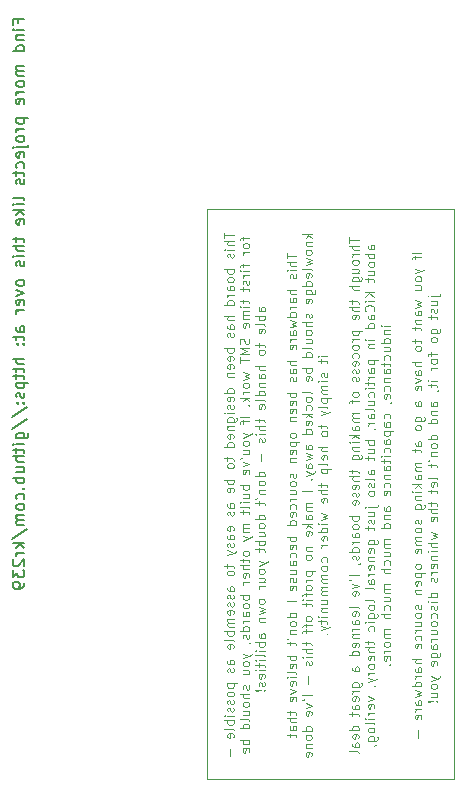
<source format=gbo>
G04 #@! TF.GenerationSoftware,KiCad,Pcbnew,(5.1.2-1)-1*
G04 #@! TF.CreationDate,2019-06-12T21:47:26+01:00*
G04 #@! TF.ProjectId,A500 FastRAM,41353030-2046-4617-9374-52414d2e6b69,rev?*
G04 #@! TF.SameCoordinates,Original*
G04 #@! TF.FileFunction,Legend,Bot*
G04 #@! TF.FilePolarity,Positive*
%FSLAX46Y46*%
G04 Gerber Fmt 4.6, Leading zero omitted, Abs format (unit mm)*
G04 Created by KiCad (PCBNEW (5.1.2-1)-1) date 2019-06-12 21:47:26*
%MOMM*%
%LPD*%
G04 APERTURE LIST*
%ADD10C,0.150000*%
%ADD11C,0.120000*%
%ADD12C,0.125000*%
G04 APERTURE END LIST*
D10*
X116133571Y-87386904D02*
X116133571Y-87053571D01*
X116657380Y-87053571D02*
X115657380Y-87053571D01*
X115657380Y-87529761D01*
X116657380Y-87910714D02*
X115990714Y-87910714D01*
X115657380Y-87910714D02*
X115705000Y-87863095D01*
X115752619Y-87910714D01*
X115705000Y-87958333D01*
X115657380Y-87910714D01*
X115752619Y-87910714D01*
X115990714Y-88386904D02*
X116657380Y-88386904D01*
X116085952Y-88386904D02*
X116038333Y-88434523D01*
X115990714Y-88529761D01*
X115990714Y-88672619D01*
X116038333Y-88767857D01*
X116133571Y-88815476D01*
X116657380Y-88815476D01*
X116657380Y-89720238D02*
X115657380Y-89720238D01*
X116609761Y-89720238D02*
X116657380Y-89625000D01*
X116657380Y-89434523D01*
X116609761Y-89339285D01*
X116562142Y-89291666D01*
X116466904Y-89244047D01*
X116181190Y-89244047D01*
X116085952Y-89291666D01*
X116038333Y-89339285D01*
X115990714Y-89434523D01*
X115990714Y-89625000D01*
X116038333Y-89720238D01*
X116657380Y-90958333D02*
X115990714Y-90958333D01*
X116085952Y-90958333D02*
X116038333Y-91005952D01*
X115990714Y-91101190D01*
X115990714Y-91244047D01*
X116038333Y-91339285D01*
X116133571Y-91386904D01*
X116657380Y-91386904D01*
X116133571Y-91386904D02*
X116038333Y-91434523D01*
X115990714Y-91529761D01*
X115990714Y-91672619D01*
X116038333Y-91767857D01*
X116133571Y-91815476D01*
X116657380Y-91815476D01*
X116657380Y-92434523D02*
X116609761Y-92339285D01*
X116562142Y-92291666D01*
X116466904Y-92244047D01*
X116181190Y-92244047D01*
X116085952Y-92291666D01*
X116038333Y-92339285D01*
X115990714Y-92434523D01*
X115990714Y-92577380D01*
X116038333Y-92672619D01*
X116085952Y-92720238D01*
X116181190Y-92767857D01*
X116466904Y-92767857D01*
X116562142Y-92720238D01*
X116609761Y-92672619D01*
X116657380Y-92577380D01*
X116657380Y-92434523D01*
X116657380Y-93196428D02*
X115990714Y-93196428D01*
X116181190Y-93196428D02*
X116085952Y-93244047D01*
X116038333Y-93291666D01*
X115990714Y-93386904D01*
X115990714Y-93482142D01*
X116609761Y-94196428D02*
X116657380Y-94101190D01*
X116657380Y-93910714D01*
X116609761Y-93815476D01*
X116514523Y-93767857D01*
X116133571Y-93767857D01*
X116038333Y-93815476D01*
X115990714Y-93910714D01*
X115990714Y-94101190D01*
X116038333Y-94196428D01*
X116133571Y-94244047D01*
X116228809Y-94244047D01*
X116324047Y-93767857D01*
X115990714Y-95434523D02*
X116990714Y-95434523D01*
X116038333Y-95434523D02*
X115990714Y-95529761D01*
X115990714Y-95720238D01*
X116038333Y-95815476D01*
X116085952Y-95863095D01*
X116181190Y-95910714D01*
X116466904Y-95910714D01*
X116562142Y-95863095D01*
X116609761Y-95815476D01*
X116657380Y-95720238D01*
X116657380Y-95529761D01*
X116609761Y-95434523D01*
X116657380Y-96339285D02*
X115990714Y-96339285D01*
X116181190Y-96339285D02*
X116085952Y-96386904D01*
X116038333Y-96434523D01*
X115990714Y-96529761D01*
X115990714Y-96625000D01*
X116657380Y-97101190D02*
X116609761Y-97005952D01*
X116562142Y-96958333D01*
X116466904Y-96910714D01*
X116181190Y-96910714D01*
X116085952Y-96958333D01*
X116038333Y-97005952D01*
X115990714Y-97101190D01*
X115990714Y-97244047D01*
X116038333Y-97339285D01*
X116085952Y-97386904D01*
X116181190Y-97434523D01*
X116466904Y-97434523D01*
X116562142Y-97386904D01*
X116609761Y-97339285D01*
X116657380Y-97244047D01*
X116657380Y-97101190D01*
X115990714Y-97863095D02*
X116847857Y-97863095D01*
X116943095Y-97815476D01*
X116990714Y-97720238D01*
X116990714Y-97672619D01*
X115657380Y-97863095D02*
X115705000Y-97815476D01*
X115752619Y-97863095D01*
X115705000Y-97910714D01*
X115657380Y-97863095D01*
X115752619Y-97863095D01*
X116609761Y-98720238D02*
X116657380Y-98625000D01*
X116657380Y-98434523D01*
X116609761Y-98339285D01*
X116514523Y-98291666D01*
X116133571Y-98291666D01*
X116038333Y-98339285D01*
X115990714Y-98434523D01*
X115990714Y-98625000D01*
X116038333Y-98720238D01*
X116133571Y-98767857D01*
X116228809Y-98767857D01*
X116324047Y-98291666D01*
X116609761Y-99625000D02*
X116657380Y-99529761D01*
X116657380Y-99339285D01*
X116609761Y-99244047D01*
X116562142Y-99196428D01*
X116466904Y-99148809D01*
X116181190Y-99148809D01*
X116085952Y-99196428D01*
X116038333Y-99244047D01*
X115990714Y-99339285D01*
X115990714Y-99529761D01*
X116038333Y-99625000D01*
X115990714Y-99910714D02*
X115990714Y-100291666D01*
X115657380Y-100053571D02*
X116514523Y-100053571D01*
X116609761Y-100101190D01*
X116657380Y-100196428D01*
X116657380Y-100291666D01*
X116609761Y-100577380D02*
X116657380Y-100672619D01*
X116657380Y-100863095D01*
X116609761Y-100958333D01*
X116514523Y-101005952D01*
X116466904Y-101005952D01*
X116371666Y-100958333D01*
X116324047Y-100863095D01*
X116324047Y-100720238D01*
X116276428Y-100625000D01*
X116181190Y-100577380D01*
X116133571Y-100577380D01*
X116038333Y-100625000D01*
X115990714Y-100720238D01*
X115990714Y-100863095D01*
X116038333Y-100958333D01*
X116657380Y-102339285D02*
X116609761Y-102244047D01*
X116514523Y-102196428D01*
X115657380Y-102196428D01*
X116657380Y-102720238D02*
X115990714Y-102720238D01*
X115657380Y-102720238D02*
X115705000Y-102672619D01*
X115752619Y-102720238D01*
X115705000Y-102767857D01*
X115657380Y-102720238D01*
X115752619Y-102720238D01*
X116657380Y-103196428D02*
X115657380Y-103196428D01*
X116276428Y-103291666D02*
X116657380Y-103577380D01*
X115990714Y-103577380D02*
X116371666Y-103196428D01*
X116609761Y-104386904D02*
X116657380Y-104291666D01*
X116657380Y-104101190D01*
X116609761Y-104005952D01*
X116514523Y-103958333D01*
X116133571Y-103958333D01*
X116038333Y-104005952D01*
X115990714Y-104101190D01*
X115990714Y-104291666D01*
X116038333Y-104386904D01*
X116133571Y-104434523D01*
X116228809Y-104434523D01*
X116324047Y-103958333D01*
X115990714Y-105482142D02*
X115990714Y-105863095D01*
X115657380Y-105625000D02*
X116514523Y-105625000D01*
X116609761Y-105672619D01*
X116657380Y-105767857D01*
X116657380Y-105863095D01*
X116657380Y-106196428D02*
X115657380Y-106196428D01*
X116657380Y-106625000D02*
X116133571Y-106625000D01*
X116038333Y-106577380D01*
X115990714Y-106482142D01*
X115990714Y-106339285D01*
X116038333Y-106244047D01*
X116085952Y-106196428D01*
X116657380Y-107101190D02*
X115990714Y-107101190D01*
X115657380Y-107101190D02*
X115705000Y-107053571D01*
X115752619Y-107101190D01*
X115705000Y-107148809D01*
X115657380Y-107101190D01*
X115752619Y-107101190D01*
X116609761Y-107529761D02*
X116657380Y-107625000D01*
X116657380Y-107815476D01*
X116609761Y-107910714D01*
X116514523Y-107958333D01*
X116466904Y-107958333D01*
X116371666Y-107910714D01*
X116324047Y-107815476D01*
X116324047Y-107672619D01*
X116276428Y-107577380D01*
X116181190Y-107529761D01*
X116133571Y-107529761D01*
X116038333Y-107577380D01*
X115990714Y-107672619D01*
X115990714Y-107815476D01*
X116038333Y-107910714D01*
X116657380Y-109291666D02*
X116609761Y-109196428D01*
X116562142Y-109148809D01*
X116466904Y-109101190D01*
X116181190Y-109101190D01*
X116085952Y-109148809D01*
X116038333Y-109196428D01*
X115990714Y-109291666D01*
X115990714Y-109434523D01*
X116038333Y-109529761D01*
X116085952Y-109577380D01*
X116181190Y-109625000D01*
X116466904Y-109625000D01*
X116562142Y-109577380D01*
X116609761Y-109529761D01*
X116657380Y-109434523D01*
X116657380Y-109291666D01*
X115990714Y-109958333D02*
X116657380Y-110196428D01*
X115990714Y-110434523D01*
X116609761Y-111196428D02*
X116657380Y-111101190D01*
X116657380Y-110910714D01*
X116609761Y-110815476D01*
X116514523Y-110767857D01*
X116133571Y-110767857D01*
X116038333Y-110815476D01*
X115990714Y-110910714D01*
X115990714Y-111101190D01*
X116038333Y-111196428D01*
X116133571Y-111244047D01*
X116228809Y-111244047D01*
X116324047Y-110767857D01*
X116657380Y-111672619D02*
X115990714Y-111672619D01*
X116181190Y-111672619D02*
X116085952Y-111720238D01*
X116038333Y-111767857D01*
X115990714Y-111863095D01*
X115990714Y-111958333D01*
X116657380Y-113482142D02*
X116133571Y-113482142D01*
X116038333Y-113434523D01*
X115990714Y-113339285D01*
X115990714Y-113148809D01*
X116038333Y-113053571D01*
X116609761Y-113482142D02*
X116657380Y-113386904D01*
X116657380Y-113148809D01*
X116609761Y-113053571D01*
X116514523Y-113005952D01*
X116419285Y-113005952D01*
X116324047Y-113053571D01*
X116276428Y-113148809D01*
X116276428Y-113386904D01*
X116228809Y-113482142D01*
X115990714Y-113815476D02*
X115990714Y-114196428D01*
X115657380Y-113958333D02*
X116514523Y-113958333D01*
X116609761Y-114005952D01*
X116657380Y-114101190D01*
X116657380Y-114196428D01*
X116562142Y-114529761D02*
X116609761Y-114577380D01*
X116657380Y-114529761D01*
X116609761Y-114482142D01*
X116562142Y-114529761D01*
X116657380Y-114529761D01*
X116038333Y-114529761D02*
X116085952Y-114577380D01*
X116133571Y-114529761D01*
X116085952Y-114482142D01*
X116038333Y-114529761D01*
X116133571Y-114529761D01*
X116657380Y-115767857D02*
X115657380Y-115767857D01*
X116657380Y-116196428D02*
X116133571Y-116196428D01*
X116038333Y-116148809D01*
X115990714Y-116053571D01*
X115990714Y-115910714D01*
X116038333Y-115815476D01*
X116085952Y-115767857D01*
X115990714Y-116529761D02*
X115990714Y-116910714D01*
X115657380Y-116672619D02*
X116514523Y-116672619D01*
X116609761Y-116720238D01*
X116657380Y-116815476D01*
X116657380Y-116910714D01*
X115990714Y-117101190D02*
X115990714Y-117482142D01*
X115657380Y-117244047D02*
X116514523Y-117244047D01*
X116609761Y-117291666D01*
X116657380Y-117386904D01*
X116657380Y-117482142D01*
X115990714Y-117815476D02*
X116990714Y-117815476D01*
X116038333Y-117815476D02*
X115990714Y-117910714D01*
X115990714Y-118101190D01*
X116038333Y-118196428D01*
X116085952Y-118244047D01*
X116181190Y-118291666D01*
X116466904Y-118291666D01*
X116562142Y-118244047D01*
X116609761Y-118196428D01*
X116657380Y-118101190D01*
X116657380Y-117910714D01*
X116609761Y-117815476D01*
X116609761Y-118672619D02*
X116657380Y-118767857D01*
X116657380Y-118958333D01*
X116609761Y-119053571D01*
X116514523Y-119101190D01*
X116466904Y-119101190D01*
X116371666Y-119053571D01*
X116324047Y-118958333D01*
X116324047Y-118815476D01*
X116276428Y-118720238D01*
X116181190Y-118672619D01*
X116133571Y-118672619D01*
X116038333Y-118720238D01*
X115990714Y-118815476D01*
X115990714Y-118958333D01*
X116038333Y-119053571D01*
X116562142Y-119529761D02*
X116609761Y-119577380D01*
X116657380Y-119529761D01*
X116609761Y-119482142D01*
X116562142Y-119529761D01*
X116657380Y-119529761D01*
X116038333Y-119529761D02*
X116085952Y-119577380D01*
X116133571Y-119529761D01*
X116085952Y-119482142D01*
X116038333Y-119529761D01*
X116133571Y-119529761D01*
X115609761Y-120720238D02*
X116895476Y-119863095D01*
X115609761Y-121767857D02*
X116895476Y-120910714D01*
X115990714Y-122529761D02*
X116800238Y-122529761D01*
X116895476Y-122482142D01*
X116943095Y-122434523D01*
X116990714Y-122339285D01*
X116990714Y-122196428D01*
X116943095Y-122101190D01*
X116609761Y-122529761D02*
X116657380Y-122434523D01*
X116657380Y-122244047D01*
X116609761Y-122148809D01*
X116562142Y-122101190D01*
X116466904Y-122053571D01*
X116181190Y-122053571D01*
X116085952Y-122101190D01*
X116038333Y-122148809D01*
X115990714Y-122244047D01*
X115990714Y-122434523D01*
X116038333Y-122529761D01*
X116657380Y-123005952D02*
X115990714Y-123005952D01*
X115657380Y-123005952D02*
X115705000Y-122958333D01*
X115752619Y-123005952D01*
X115705000Y-123053571D01*
X115657380Y-123005952D01*
X115752619Y-123005952D01*
X115990714Y-123339285D02*
X115990714Y-123720238D01*
X115657380Y-123482142D02*
X116514523Y-123482142D01*
X116609761Y-123529761D01*
X116657380Y-123624999D01*
X116657380Y-123720238D01*
X116657380Y-124053571D02*
X115657380Y-124053571D01*
X116657380Y-124482142D02*
X116133571Y-124482142D01*
X116038333Y-124434523D01*
X115990714Y-124339285D01*
X115990714Y-124196428D01*
X116038333Y-124101190D01*
X116085952Y-124053571D01*
X115990714Y-125386904D02*
X116657380Y-125386904D01*
X115990714Y-124958333D02*
X116514523Y-124958333D01*
X116609761Y-125005952D01*
X116657380Y-125101190D01*
X116657380Y-125244047D01*
X116609761Y-125339285D01*
X116562142Y-125386904D01*
X116657380Y-125863095D02*
X115657380Y-125863095D01*
X116038333Y-125863095D02*
X115990714Y-125958333D01*
X115990714Y-126148809D01*
X116038333Y-126244047D01*
X116085952Y-126291666D01*
X116181190Y-126339285D01*
X116466904Y-126339285D01*
X116562142Y-126291666D01*
X116609761Y-126244047D01*
X116657380Y-126148809D01*
X116657380Y-125958333D01*
X116609761Y-125863095D01*
X116562142Y-126767857D02*
X116609761Y-126815476D01*
X116657380Y-126767857D01*
X116609761Y-126720238D01*
X116562142Y-126767857D01*
X116657380Y-126767857D01*
X116609761Y-127672619D02*
X116657380Y-127577380D01*
X116657380Y-127386904D01*
X116609761Y-127291666D01*
X116562142Y-127244047D01*
X116466904Y-127196428D01*
X116181190Y-127196428D01*
X116085952Y-127244047D01*
X116038333Y-127291666D01*
X115990714Y-127386904D01*
X115990714Y-127577380D01*
X116038333Y-127672619D01*
X116657380Y-128244047D02*
X116609761Y-128148809D01*
X116562142Y-128101190D01*
X116466904Y-128053571D01*
X116181190Y-128053571D01*
X116085952Y-128101190D01*
X116038333Y-128148809D01*
X115990714Y-128244047D01*
X115990714Y-128386904D01*
X116038333Y-128482142D01*
X116085952Y-128529761D01*
X116181190Y-128577380D01*
X116466904Y-128577380D01*
X116562142Y-128529761D01*
X116609761Y-128482142D01*
X116657380Y-128386904D01*
X116657380Y-128244047D01*
X116657380Y-129005952D02*
X115990714Y-129005952D01*
X116085952Y-129005952D02*
X116038333Y-129053571D01*
X115990714Y-129148809D01*
X115990714Y-129291666D01*
X116038333Y-129386904D01*
X116133571Y-129434523D01*
X116657380Y-129434523D01*
X116133571Y-129434523D02*
X116038333Y-129482142D01*
X115990714Y-129577380D01*
X115990714Y-129720238D01*
X116038333Y-129815476D01*
X116133571Y-129863095D01*
X116657380Y-129863095D01*
X115609761Y-131053571D02*
X116895476Y-130196428D01*
X116657380Y-131386904D02*
X115657380Y-131386904D01*
X116276428Y-131482142D02*
X116657380Y-131767857D01*
X115990714Y-131767857D02*
X116371666Y-131386904D01*
X116657380Y-132196428D02*
X115990714Y-132196428D01*
X116181190Y-132196428D02*
X116085952Y-132244047D01*
X116038333Y-132291666D01*
X115990714Y-132386904D01*
X115990714Y-132482142D01*
X115752619Y-132767857D02*
X115705000Y-132815476D01*
X115657380Y-132910714D01*
X115657380Y-133148809D01*
X115705000Y-133244047D01*
X115752619Y-133291666D01*
X115847857Y-133339285D01*
X115943095Y-133339285D01*
X116085952Y-133291666D01*
X116657380Y-132720238D01*
X116657380Y-133339285D01*
X115657380Y-133672619D02*
X115657380Y-134291666D01*
X116038333Y-133958333D01*
X116038333Y-134101190D01*
X116085952Y-134196428D01*
X116133571Y-134244047D01*
X116228809Y-134291666D01*
X116466904Y-134291666D01*
X116562142Y-134244047D01*
X116609761Y-134196428D01*
X116657380Y-134101190D01*
X116657380Y-133815476D01*
X116609761Y-133720238D01*
X116562142Y-133672619D01*
X116657380Y-134767857D02*
X116657380Y-134958333D01*
X116609761Y-135053571D01*
X116562142Y-135101190D01*
X116419285Y-135196428D01*
X116228809Y-135244047D01*
X115847857Y-135244047D01*
X115752619Y-135196428D01*
X115705000Y-135148809D01*
X115657380Y-135053571D01*
X115657380Y-134863095D01*
X115705000Y-134767857D01*
X115752619Y-134720238D01*
X115847857Y-134672619D01*
X116085952Y-134672619D01*
X116181190Y-134720238D01*
X116228809Y-134767857D01*
X116276428Y-134863095D01*
X116276428Y-135053571D01*
X116228809Y-135148809D01*
X116181190Y-135196428D01*
X116085952Y-135244047D01*
D11*
X132080000Y-151384000D02*
X132080000Y-103124000D01*
X153035000Y-151384000D02*
X132080000Y-151384000D01*
X153035000Y-103124000D02*
X153035000Y-151384000D01*
X132080000Y-103124000D02*
X153035000Y-103124000D01*
D12*
X133570404Y-105101666D02*
X133570404Y-105558809D01*
X134370404Y-105330238D02*
X133570404Y-105330238D01*
X134370404Y-105825476D02*
X133570404Y-105825476D01*
X134370404Y-106168333D02*
X133951357Y-106168333D01*
X133875166Y-106130238D01*
X133837071Y-106054047D01*
X133837071Y-105939761D01*
X133875166Y-105863571D01*
X133913261Y-105825476D01*
X134370404Y-106549285D02*
X133837071Y-106549285D01*
X133570404Y-106549285D02*
X133608500Y-106511190D01*
X133646595Y-106549285D01*
X133608500Y-106587380D01*
X133570404Y-106549285D01*
X133646595Y-106549285D01*
X134332309Y-106892142D02*
X134370404Y-106968333D01*
X134370404Y-107120714D01*
X134332309Y-107196904D01*
X134256119Y-107235000D01*
X134218023Y-107235000D01*
X134141833Y-107196904D01*
X134103738Y-107120714D01*
X134103738Y-107006428D01*
X134065642Y-106930238D01*
X133989452Y-106892142D01*
X133951357Y-106892142D01*
X133875166Y-106930238D01*
X133837071Y-107006428D01*
X133837071Y-107120714D01*
X133875166Y-107196904D01*
X134370404Y-108187380D02*
X133570404Y-108187380D01*
X133875166Y-108187380D02*
X133837071Y-108263571D01*
X133837071Y-108415952D01*
X133875166Y-108492142D01*
X133913261Y-108530238D01*
X133989452Y-108568333D01*
X134218023Y-108568333D01*
X134294214Y-108530238D01*
X134332309Y-108492142D01*
X134370404Y-108415952D01*
X134370404Y-108263571D01*
X134332309Y-108187380D01*
X134370404Y-109025476D02*
X134332309Y-108949285D01*
X134294214Y-108911190D01*
X134218023Y-108873095D01*
X133989452Y-108873095D01*
X133913261Y-108911190D01*
X133875166Y-108949285D01*
X133837071Y-109025476D01*
X133837071Y-109139761D01*
X133875166Y-109215952D01*
X133913261Y-109254047D01*
X133989452Y-109292142D01*
X134218023Y-109292142D01*
X134294214Y-109254047D01*
X134332309Y-109215952D01*
X134370404Y-109139761D01*
X134370404Y-109025476D01*
X134370404Y-109977857D02*
X133951357Y-109977857D01*
X133875166Y-109939761D01*
X133837071Y-109863571D01*
X133837071Y-109711190D01*
X133875166Y-109635000D01*
X134332309Y-109977857D02*
X134370404Y-109901666D01*
X134370404Y-109711190D01*
X134332309Y-109635000D01*
X134256119Y-109596904D01*
X134179928Y-109596904D01*
X134103738Y-109635000D01*
X134065642Y-109711190D01*
X134065642Y-109901666D01*
X134027547Y-109977857D01*
X134370404Y-110358809D02*
X133837071Y-110358809D01*
X133989452Y-110358809D02*
X133913261Y-110396904D01*
X133875166Y-110435000D01*
X133837071Y-110511190D01*
X133837071Y-110587380D01*
X134370404Y-111196904D02*
X133570404Y-111196904D01*
X134332309Y-111196904D02*
X134370404Y-111120714D01*
X134370404Y-110968333D01*
X134332309Y-110892142D01*
X134294214Y-110854047D01*
X134218023Y-110815952D01*
X133989452Y-110815952D01*
X133913261Y-110854047D01*
X133875166Y-110892142D01*
X133837071Y-110968333D01*
X133837071Y-111120714D01*
X133875166Y-111196904D01*
X134370404Y-112187380D02*
X133570404Y-112187380D01*
X134370404Y-112530238D02*
X133951357Y-112530238D01*
X133875166Y-112492142D01*
X133837071Y-112415952D01*
X133837071Y-112301666D01*
X133875166Y-112225476D01*
X133913261Y-112187380D01*
X134370404Y-113254047D02*
X133951357Y-113254047D01*
X133875166Y-113215952D01*
X133837071Y-113139761D01*
X133837071Y-112987380D01*
X133875166Y-112911190D01*
X134332309Y-113254047D02*
X134370404Y-113177857D01*
X134370404Y-112987380D01*
X134332309Y-112911190D01*
X134256119Y-112873095D01*
X134179928Y-112873095D01*
X134103738Y-112911190D01*
X134065642Y-112987380D01*
X134065642Y-113177857D01*
X134027547Y-113254047D01*
X134332309Y-113596904D02*
X134370404Y-113673095D01*
X134370404Y-113825476D01*
X134332309Y-113901666D01*
X134256119Y-113939761D01*
X134218023Y-113939761D01*
X134141833Y-113901666D01*
X134103738Y-113825476D01*
X134103738Y-113711190D01*
X134065642Y-113635000D01*
X133989452Y-113596904D01*
X133951357Y-113596904D01*
X133875166Y-113635000D01*
X133837071Y-113711190D01*
X133837071Y-113825476D01*
X133875166Y-113901666D01*
X134370404Y-114892142D02*
X133570404Y-114892142D01*
X133875166Y-114892142D02*
X133837071Y-114968333D01*
X133837071Y-115120714D01*
X133875166Y-115196904D01*
X133913261Y-115234999D01*
X133989452Y-115273095D01*
X134218023Y-115273095D01*
X134294214Y-115234999D01*
X134332309Y-115196904D01*
X134370404Y-115120714D01*
X134370404Y-114968333D01*
X134332309Y-114892142D01*
X134332309Y-115920714D02*
X134370404Y-115844523D01*
X134370404Y-115692142D01*
X134332309Y-115615952D01*
X134256119Y-115577857D01*
X133951357Y-115577857D01*
X133875166Y-115615952D01*
X133837071Y-115692142D01*
X133837071Y-115844523D01*
X133875166Y-115920714D01*
X133951357Y-115958809D01*
X134027547Y-115958809D01*
X134103738Y-115577857D01*
X134332309Y-116606428D02*
X134370404Y-116530238D01*
X134370404Y-116377857D01*
X134332309Y-116301666D01*
X134256119Y-116263571D01*
X133951357Y-116263571D01*
X133875166Y-116301666D01*
X133837071Y-116377857D01*
X133837071Y-116530238D01*
X133875166Y-116606428D01*
X133951357Y-116644523D01*
X134027547Y-116644523D01*
X134103738Y-116263571D01*
X133837071Y-116987380D02*
X134370404Y-116987380D01*
X133913261Y-116987380D02*
X133875166Y-117025476D01*
X133837071Y-117101666D01*
X133837071Y-117215952D01*
X133875166Y-117292142D01*
X133951357Y-117330238D01*
X134370404Y-117330238D01*
X134370404Y-118663571D02*
X133570404Y-118663571D01*
X134332309Y-118663571D02*
X134370404Y-118587380D01*
X134370404Y-118434999D01*
X134332309Y-118358809D01*
X134294214Y-118320714D01*
X134218023Y-118282619D01*
X133989452Y-118282619D01*
X133913261Y-118320714D01*
X133875166Y-118358809D01*
X133837071Y-118434999D01*
X133837071Y-118587380D01*
X133875166Y-118663571D01*
X134332309Y-119349285D02*
X134370404Y-119273095D01*
X134370404Y-119120714D01*
X134332309Y-119044523D01*
X134256119Y-119006428D01*
X133951357Y-119006428D01*
X133875166Y-119044523D01*
X133837071Y-119120714D01*
X133837071Y-119273095D01*
X133875166Y-119349285D01*
X133951357Y-119387380D01*
X134027547Y-119387380D01*
X134103738Y-119006428D01*
X134332309Y-119692142D02*
X134370404Y-119768333D01*
X134370404Y-119920714D01*
X134332309Y-119996904D01*
X134256119Y-120034999D01*
X134218023Y-120034999D01*
X134141833Y-119996904D01*
X134103738Y-119920714D01*
X134103738Y-119806428D01*
X134065642Y-119730238D01*
X133989452Y-119692142D01*
X133951357Y-119692142D01*
X133875166Y-119730238D01*
X133837071Y-119806428D01*
X133837071Y-119920714D01*
X133875166Y-119996904D01*
X134370404Y-120377857D02*
X133837071Y-120377857D01*
X133570404Y-120377857D02*
X133608500Y-120339761D01*
X133646595Y-120377857D01*
X133608500Y-120415952D01*
X133570404Y-120377857D01*
X133646595Y-120377857D01*
X133837071Y-121101666D02*
X134484690Y-121101666D01*
X134560880Y-121063571D01*
X134598976Y-121025476D01*
X134637071Y-120949285D01*
X134637071Y-120834999D01*
X134598976Y-120758809D01*
X134332309Y-121101666D02*
X134370404Y-121025476D01*
X134370404Y-120873095D01*
X134332309Y-120796904D01*
X134294214Y-120758809D01*
X134218023Y-120720714D01*
X133989452Y-120720714D01*
X133913261Y-120758809D01*
X133875166Y-120796904D01*
X133837071Y-120873095D01*
X133837071Y-121025476D01*
X133875166Y-121101666D01*
X133837071Y-121482619D02*
X134370404Y-121482619D01*
X133913261Y-121482619D02*
X133875166Y-121520714D01*
X133837071Y-121596904D01*
X133837071Y-121711190D01*
X133875166Y-121787380D01*
X133951357Y-121825476D01*
X134370404Y-121825476D01*
X134332309Y-122511190D02*
X134370404Y-122434999D01*
X134370404Y-122282619D01*
X134332309Y-122206428D01*
X134256119Y-122168333D01*
X133951357Y-122168333D01*
X133875166Y-122206428D01*
X133837071Y-122282619D01*
X133837071Y-122434999D01*
X133875166Y-122511190D01*
X133951357Y-122549285D01*
X134027547Y-122549285D01*
X134103738Y-122168333D01*
X134370404Y-123234999D02*
X133570404Y-123234999D01*
X134332309Y-123234999D02*
X134370404Y-123158809D01*
X134370404Y-123006428D01*
X134332309Y-122930238D01*
X134294214Y-122892142D01*
X134218023Y-122854047D01*
X133989452Y-122854047D01*
X133913261Y-122892142D01*
X133875166Y-122930238D01*
X133837071Y-123006428D01*
X133837071Y-123158809D01*
X133875166Y-123234999D01*
X133837071Y-124111190D02*
X133837071Y-124415952D01*
X133570404Y-124225476D02*
X134256119Y-124225476D01*
X134332309Y-124263571D01*
X134370404Y-124339761D01*
X134370404Y-124415952D01*
X134370404Y-124796904D02*
X134332309Y-124720714D01*
X134294214Y-124682619D01*
X134218023Y-124644523D01*
X133989452Y-124644523D01*
X133913261Y-124682619D01*
X133875166Y-124720714D01*
X133837071Y-124796904D01*
X133837071Y-124911190D01*
X133875166Y-124987380D01*
X133913261Y-125025476D01*
X133989452Y-125063571D01*
X134218023Y-125063571D01*
X134294214Y-125025476D01*
X134332309Y-124987380D01*
X134370404Y-124911190D01*
X134370404Y-124796904D01*
X134370404Y-126015952D02*
X133570404Y-126015952D01*
X133875166Y-126015952D02*
X133837071Y-126092142D01*
X133837071Y-126244523D01*
X133875166Y-126320714D01*
X133913261Y-126358809D01*
X133989452Y-126396904D01*
X134218023Y-126396904D01*
X134294214Y-126358809D01*
X134332309Y-126320714D01*
X134370404Y-126244523D01*
X134370404Y-126092142D01*
X134332309Y-126015952D01*
X134332309Y-127044523D02*
X134370404Y-126968333D01*
X134370404Y-126815952D01*
X134332309Y-126739761D01*
X134256119Y-126701666D01*
X133951357Y-126701666D01*
X133875166Y-126739761D01*
X133837071Y-126815952D01*
X133837071Y-126968333D01*
X133875166Y-127044523D01*
X133951357Y-127082619D01*
X134027547Y-127082619D01*
X134103738Y-126701666D01*
X134370404Y-128377857D02*
X133951357Y-128377857D01*
X133875166Y-128339761D01*
X133837071Y-128263571D01*
X133837071Y-128111190D01*
X133875166Y-128034999D01*
X134332309Y-128377857D02*
X134370404Y-128301666D01*
X134370404Y-128111190D01*
X134332309Y-128034999D01*
X134256119Y-127996904D01*
X134179928Y-127996904D01*
X134103738Y-128034999D01*
X134065642Y-128111190D01*
X134065642Y-128301666D01*
X134027547Y-128377857D01*
X134332309Y-128720714D02*
X134370404Y-128796904D01*
X134370404Y-128949285D01*
X134332309Y-129025476D01*
X134256119Y-129063571D01*
X134218023Y-129063571D01*
X134141833Y-129025476D01*
X134103738Y-128949285D01*
X134103738Y-128834999D01*
X134065642Y-128758809D01*
X133989452Y-128720714D01*
X133951357Y-128720714D01*
X133875166Y-128758809D01*
X133837071Y-128834999D01*
X133837071Y-128949285D01*
X133875166Y-129025476D01*
X134332309Y-130320714D02*
X134370404Y-130244523D01*
X134370404Y-130092142D01*
X134332309Y-130015952D01*
X134256119Y-129977857D01*
X133951357Y-129977857D01*
X133875166Y-130015952D01*
X133837071Y-130092142D01*
X133837071Y-130244523D01*
X133875166Y-130320714D01*
X133951357Y-130358809D01*
X134027547Y-130358809D01*
X134103738Y-129977857D01*
X134370404Y-131044523D02*
X133951357Y-131044523D01*
X133875166Y-131006428D01*
X133837071Y-130930238D01*
X133837071Y-130777857D01*
X133875166Y-130701666D01*
X134332309Y-131044523D02*
X134370404Y-130968333D01*
X134370404Y-130777857D01*
X134332309Y-130701666D01*
X134256119Y-130663571D01*
X134179928Y-130663571D01*
X134103738Y-130701666D01*
X134065642Y-130777857D01*
X134065642Y-130968333D01*
X134027547Y-131044523D01*
X134332309Y-131387380D02*
X134370404Y-131463571D01*
X134370404Y-131615952D01*
X134332309Y-131692142D01*
X134256119Y-131730238D01*
X134218023Y-131730238D01*
X134141833Y-131692142D01*
X134103738Y-131615952D01*
X134103738Y-131501666D01*
X134065642Y-131425476D01*
X133989452Y-131387380D01*
X133951357Y-131387380D01*
X133875166Y-131425476D01*
X133837071Y-131501666D01*
X133837071Y-131615952D01*
X133875166Y-131692142D01*
X133837071Y-131996904D02*
X134370404Y-132187380D01*
X133837071Y-132377857D02*
X134370404Y-132187380D01*
X134560880Y-132111190D01*
X134598976Y-132073095D01*
X134637071Y-131996904D01*
X133837071Y-133177857D02*
X133837071Y-133482619D01*
X133570404Y-133292142D02*
X134256119Y-133292142D01*
X134332309Y-133330238D01*
X134370404Y-133406428D01*
X134370404Y-133482619D01*
X134370404Y-133863571D02*
X134332309Y-133787380D01*
X134294214Y-133749285D01*
X134218023Y-133711190D01*
X133989452Y-133711190D01*
X133913261Y-133749285D01*
X133875166Y-133787380D01*
X133837071Y-133863571D01*
X133837071Y-133977857D01*
X133875166Y-134054047D01*
X133913261Y-134092142D01*
X133989452Y-134130238D01*
X134218023Y-134130238D01*
X134294214Y-134092142D01*
X134332309Y-134054047D01*
X134370404Y-133977857D01*
X134370404Y-133863571D01*
X134370404Y-135425476D02*
X133951357Y-135425476D01*
X133875166Y-135387380D01*
X133837071Y-135311190D01*
X133837071Y-135158809D01*
X133875166Y-135082619D01*
X134332309Y-135425476D02*
X134370404Y-135349285D01*
X134370404Y-135158809D01*
X134332309Y-135082619D01*
X134256119Y-135044523D01*
X134179928Y-135044523D01*
X134103738Y-135082619D01*
X134065642Y-135158809D01*
X134065642Y-135349285D01*
X134027547Y-135425476D01*
X134332309Y-135768333D02*
X134370404Y-135844523D01*
X134370404Y-135996904D01*
X134332309Y-136073095D01*
X134256119Y-136111190D01*
X134218023Y-136111190D01*
X134141833Y-136073095D01*
X134103738Y-135996904D01*
X134103738Y-135882619D01*
X134065642Y-135806428D01*
X133989452Y-135768333D01*
X133951357Y-135768333D01*
X133875166Y-135806428D01*
X133837071Y-135882619D01*
X133837071Y-135996904D01*
X133875166Y-136073095D01*
X134332309Y-136415952D02*
X134370404Y-136492142D01*
X134370404Y-136644523D01*
X134332309Y-136720714D01*
X134256119Y-136758809D01*
X134218023Y-136758809D01*
X134141833Y-136720714D01*
X134103738Y-136644523D01*
X134103738Y-136530238D01*
X134065642Y-136454047D01*
X133989452Y-136415952D01*
X133951357Y-136415952D01*
X133875166Y-136454047D01*
X133837071Y-136530238D01*
X133837071Y-136644523D01*
X133875166Y-136720714D01*
X134332309Y-137406428D02*
X134370404Y-137330238D01*
X134370404Y-137177857D01*
X134332309Y-137101666D01*
X134256119Y-137063571D01*
X133951357Y-137063571D01*
X133875166Y-137101666D01*
X133837071Y-137177857D01*
X133837071Y-137330238D01*
X133875166Y-137406428D01*
X133951357Y-137444523D01*
X134027547Y-137444523D01*
X134103738Y-137063571D01*
X134370404Y-137787380D02*
X133837071Y-137787380D01*
X133913261Y-137787380D02*
X133875166Y-137825476D01*
X133837071Y-137901666D01*
X133837071Y-138015952D01*
X133875166Y-138092142D01*
X133951357Y-138130238D01*
X134370404Y-138130238D01*
X133951357Y-138130238D02*
X133875166Y-138168333D01*
X133837071Y-138244523D01*
X133837071Y-138358809D01*
X133875166Y-138434999D01*
X133951357Y-138473095D01*
X134370404Y-138473095D01*
X134370404Y-138854047D02*
X133570404Y-138854047D01*
X133875166Y-138854047D02*
X133837071Y-138930238D01*
X133837071Y-139082619D01*
X133875166Y-139158809D01*
X133913261Y-139196904D01*
X133989452Y-139234999D01*
X134218023Y-139234999D01*
X134294214Y-139196904D01*
X134332309Y-139158809D01*
X134370404Y-139082619D01*
X134370404Y-138930238D01*
X134332309Y-138854047D01*
X134370404Y-139692142D02*
X134332309Y-139615952D01*
X134256119Y-139577857D01*
X133570404Y-139577857D01*
X134332309Y-140301666D02*
X134370404Y-140225476D01*
X134370404Y-140073095D01*
X134332309Y-139996904D01*
X134256119Y-139958809D01*
X133951357Y-139958809D01*
X133875166Y-139996904D01*
X133837071Y-140073095D01*
X133837071Y-140225476D01*
X133875166Y-140301666D01*
X133951357Y-140339761D01*
X134027547Y-140339761D01*
X134103738Y-139958809D01*
X134370404Y-141634999D02*
X133951357Y-141634999D01*
X133875166Y-141596904D01*
X133837071Y-141520714D01*
X133837071Y-141368333D01*
X133875166Y-141292142D01*
X134332309Y-141634999D02*
X134370404Y-141558809D01*
X134370404Y-141368333D01*
X134332309Y-141292142D01*
X134256119Y-141254047D01*
X134179928Y-141254047D01*
X134103738Y-141292142D01*
X134065642Y-141368333D01*
X134065642Y-141558809D01*
X134027547Y-141634999D01*
X134332309Y-141977857D02*
X134370404Y-142054047D01*
X134370404Y-142206428D01*
X134332309Y-142282619D01*
X134256119Y-142320714D01*
X134218023Y-142320714D01*
X134141833Y-142282619D01*
X134103738Y-142206428D01*
X134103738Y-142092142D01*
X134065642Y-142015952D01*
X133989452Y-141977857D01*
X133951357Y-141977857D01*
X133875166Y-142015952D01*
X133837071Y-142092142D01*
X133837071Y-142206428D01*
X133875166Y-142282619D01*
X133837071Y-143273095D02*
X134637071Y-143273095D01*
X133875166Y-143273095D02*
X133837071Y-143349285D01*
X133837071Y-143501666D01*
X133875166Y-143577857D01*
X133913261Y-143615952D01*
X133989452Y-143654047D01*
X134218023Y-143654047D01*
X134294214Y-143615952D01*
X134332309Y-143577857D01*
X134370404Y-143501666D01*
X134370404Y-143349285D01*
X134332309Y-143273095D01*
X134370404Y-144111190D02*
X134332309Y-144034999D01*
X134294214Y-143996904D01*
X134218023Y-143958809D01*
X133989452Y-143958809D01*
X133913261Y-143996904D01*
X133875166Y-144034999D01*
X133837071Y-144111190D01*
X133837071Y-144225476D01*
X133875166Y-144301666D01*
X133913261Y-144339761D01*
X133989452Y-144377857D01*
X134218023Y-144377857D01*
X134294214Y-144339761D01*
X134332309Y-144301666D01*
X134370404Y-144225476D01*
X134370404Y-144111190D01*
X134332309Y-144682619D02*
X134370404Y-144758809D01*
X134370404Y-144911190D01*
X134332309Y-144987380D01*
X134256119Y-145025476D01*
X134218023Y-145025476D01*
X134141833Y-144987380D01*
X134103738Y-144911190D01*
X134103738Y-144796904D01*
X134065642Y-144720714D01*
X133989452Y-144682619D01*
X133951357Y-144682619D01*
X133875166Y-144720714D01*
X133837071Y-144796904D01*
X133837071Y-144911190D01*
X133875166Y-144987380D01*
X134332309Y-145330238D02*
X134370404Y-145406428D01*
X134370404Y-145558809D01*
X134332309Y-145634999D01*
X134256119Y-145673095D01*
X134218023Y-145673095D01*
X134141833Y-145634999D01*
X134103738Y-145558809D01*
X134103738Y-145444523D01*
X134065642Y-145368333D01*
X133989452Y-145330238D01*
X133951357Y-145330238D01*
X133875166Y-145368333D01*
X133837071Y-145444523D01*
X133837071Y-145558809D01*
X133875166Y-145634999D01*
X134370404Y-146015952D02*
X133837071Y-146015952D01*
X133570404Y-146015952D02*
X133608500Y-145977857D01*
X133646595Y-146015952D01*
X133608500Y-146054047D01*
X133570404Y-146015952D01*
X133646595Y-146015952D01*
X134370404Y-146396904D02*
X133570404Y-146396904D01*
X133875166Y-146396904D02*
X133837071Y-146473095D01*
X133837071Y-146625476D01*
X133875166Y-146701666D01*
X133913261Y-146739761D01*
X133989452Y-146777857D01*
X134218023Y-146777857D01*
X134294214Y-146739761D01*
X134332309Y-146701666D01*
X134370404Y-146625476D01*
X134370404Y-146473095D01*
X134332309Y-146396904D01*
X134370404Y-147234999D02*
X134332309Y-147158809D01*
X134256119Y-147120714D01*
X133570404Y-147120714D01*
X134332309Y-147844523D02*
X134370404Y-147768333D01*
X134370404Y-147615952D01*
X134332309Y-147539761D01*
X134256119Y-147501666D01*
X133951357Y-147501666D01*
X133875166Y-147539761D01*
X133837071Y-147615952D01*
X133837071Y-147768333D01*
X133875166Y-147844523D01*
X133951357Y-147882619D01*
X134027547Y-147882619D01*
X134103738Y-147501666D01*
X134065642Y-148834999D02*
X134065642Y-149444523D01*
X135162071Y-105463571D02*
X135162071Y-105768333D01*
X135695404Y-105577857D02*
X135009690Y-105577857D01*
X134933500Y-105615952D01*
X134895404Y-105692142D01*
X134895404Y-105768333D01*
X135695404Y-106149285D02*
X135657309Y-106073095D01*
X135619214Y-106035000D01*
X135543023Y-105996904D01*
X135314452Y-105996904D01*
X135238261Y-106035000D01*
X135200166Y-106073095D01*
X135162071Y-106149285D01*
X135162071Y-106263571D01*
X135200166Y-106339761D01*
X135238261Y-106377857D01*
X135314452Y-106415952D01*
X135543023Y-106415952D01*
X135619214Y-106377857D01*
X135657309Y-106339761D01*
X135695404Y-106263571D01*
X135695404Y-106149285D01*
X135695404Y-106758809D02*
X135162071Y-106758809D01*
X135314452Y-106758809D02*
X135238261Y-106796904D01*
X135200166Y-106835000D01*
X135162071Y-106911190D01*
X135162071Y-106987380D01*
X135162071Y-107749285D02*
X135162071Y-108054047D01*
X135695404Y-107863571D02*
X135009690Y-107863571D01*
X134933500Y-107901666D01*
X134895404Y-107977857D01*
X134895404Y-108054047D01*
X135695404Y-108320714D02*
X135162071Y-108320714D01*
X134895404Y-108320714D02*
X134933500Y-108282619D01*
X134971595Y-108320714D01*
X134933500Y-108358809D01*
X134895404Y-108320714D01*
X134971595Y-108320714D01*
X135695404Y-108701666D02*
X135162071Y-108701666D01*
X135314452Y-108701666D02*
X135238261Y-108739761D01*
X135200166Y-108777857D01*
X135162071Y-108854047D01*
X135162071Y-108930238D01*
X135657309Y-109158809D02*
X135695404Y-109235000D01*
X135695404Y-109387380D01*
X135657309Y-109463571D01*
X135581119Y-109501666D01*
X135543023Y-109501666D01*
X135466833Y-109463571D01*
X135428738Y-109387380D01*
X135428738Y-109273095D01*
X135390642Y-109196904D01*
X135314452Y-109158809D01*
X135276357Y-109158809D01*
X135200166Y-109196904D01*
X135162071Y-109273095D01*
X135162071Y-109387380D01*
X135200166Y-109463571D01*
X135162071Y-109730238D02*
X135162071Y-110035000D01*
X134895404Y-109844523D02*
X135581119Y-109844523D01*
X135657309Y-109882619D01*
X135695404Y-109958809D01*
X135695404Y-110035000D01*
X135162071Y-110796904D02*
X135162071Y-111101666D01*
X134895404Y-110911190D02*
X135581119Y-110911190D01*
X135657309Y-110949285D01*
X135695404Y-111025476D01*
X135695404Y-111101666D01*
X135695404Y-111368333D02*
X135162071Y-111368333D01*
X134895404Y-111368333D02*
X134933500Y-111330238D01*
X134971595Y-111368333D01*
X134933500Y-111406428D01*
X134895404Y-111368333D01*
X134971595Y-111368333D01*
X135695404Y-111749285D02*
X135162071Y-111749285D01*
X135238261Y-111749285D02*
X135200166Y-111787380D01*
X135162071Y-111863571D01*
X135162071Y-111977857D01*
X135200166Y-112054047D01*
X135276357Y-112092142D01*
X135695404Y-112092142D01*
X135276357Y-112092142D02*
X135200166Y-112130238D01*
X135162071Y-112206428D01*
X135162071Y-112320714D01*
X135200166Y-112396904D01*
X135276357Y-112435000D01*
X135695404Y-112435000D01*
X135657309Y-113120714D02*
X135695404Y-113044523D01*
X135695404Y-112892142D01*
X135657309Y-112815952D01*
X135581119Y-112777857D01*
X135276357Y-112777857D01*
X135200166Y-112815952D01*
X135162071Y-112892142D01*
X135162071Y-113044523D01*
X135200166Y-113120714D01*
X135276357Y-113158809D01*
X135352547Y-113158809D01*
X135428738Y-112777857D01*
X135657309Y-114073095D02*
X135695404Y-114187380D01*
X135695404Y-114377857D01*
X135657309Y-114454047D01*
X135619214Y-114492142D01*
X135543023Y-114530238D01*
X135466833Y-114530238D01*
X135390642Y-114492142D01*
X135352547Y-114454047D01*
X135314452Y-114377857D01*
X135276357Y-114225476D01*
X135238261Y-114149285D01*
X135200166Y-114111190D01*
X135123976Y-114073095D01*
X135047785Y-114073095D01*
X134971595Y-114111190D01*
X134933500Y-114149285D01*
X134895404Y-114225476D01*
X134895404Y-114415952D01*
X134933500Y-114530238D01*
X135695404Y-114873095D02*
X134895404Y-114873095D01*
X135466833Y-115139761D01*
X134895404Y-115406428D01*
X135695404Y-115406428D01*
X134895404Y-115673095D02*
X134895404Y-116130238D01*
X135695404Y-115901666D02*
X134895404Y-115901666D01*
X135162071Y-116930238D02*
X135695404Y-117082619D01*
X135314452Y-117235000D01*
X135695404Y-117387380D01*
X135162071Y-117539761D01*
X135695404Y-117958809D02*
X135657309Y-117882619D01*
X135619214Y-117844523D01*
X135543023Y-117806428D01*
X135314452Y-117806428D01*
X135238261Y-117844523D01*
X135200166Y-117882619D01*
X135162071Y-117958809D01*
X135162071Y-118073095D01*
X135200166Y-118149285D01*
X135238261Y-118187380D01*
X135314452Y-118225476D01*
X135543023Y-118225476D01*
X135619214Y-118187380D01*
X135657309Y-118149285D01*
X135695404Y-118073095D01*
X135695404Y-117958809D01*
X135695404Y-118568333D02*
X135162071Y-118568333D01*
X135314452Y-118568333D02*
X135238261Y-118606428D01*
X135200166Y-118644523D01*
X135162071Y-118720714D01*
X135162071Y-118796904D01*
X135695404Y-119063571D02*
X134895404Y-119063571D01*
X135390642Y-119139761D02*
X135695404Y-119368333D01*
X135162071Y-119368333D02*
X135466833Y-119063571D01*
X135619214Y-119711190D02*
X135657309Y-119749285D01*
X135695404Y-119711190D01*
X135657309Y-119673095D01*
X135619214Y-119711190D01*
X135695404Y-119711190D01*
X135695404Y-120701666D02*
X134895404Y-120701666D01*
X135162071Y-120968333D02*
X135162071Y-121273095D01*
X135695404Y-121082619D02*
X135009690Y-121082619D01*
X134933500Y-121120714D01*
X134895404Y-121196904D01*
X134895404Y-121273095D01*
X135162071Y-122073095D02*
X135695404Y-122263571D01*
X135162071Y-122454047D02*
X135695404Y-122263571D01*
X135885880Y-122187380D01*
X135923976Y-122149285D01*
X135962071Y-122073095D01*
X135695404Y-122873095D02*
X135657309Y-122796904D01*
X135619214Y-122758809D01*
X135543023Y-122720714D01*
X135314452Y-122720714D01*
X135238261Y-122758809D01*
X135200166Y-122796904D01*
X135162071Y-122873095D01*
X135162071Y-122987380D01*
X135200166Y-123063571D01*
X135238261Y-123101666D01*
X135314452Y-123139761D01*
X135543023Y-123139761D01*
X135619214Y-123101666D01*
X135657309Y-123063571D01*
X135695404Y-122987380D01*
X135695404Y-122873095D01*
X135162071Y-123825476D02*
X135695404Y-123825476D01*
X135162071Y-123482619D02*
X135581119Y-123482619D01*
X135657309Y-123520714D01*
X135695404Y-123596904D01*
X135695404Y-123711190D01*
X135657309Y-123787380D01*
X135619214Y-123825476D01*
X134895404Y-124244523D02*
X134933500Y-124244523D01*
X135009690Y-124206428D01*
X135047785Y-124168333D01*
X135162071Y-124511190D02*
X135695404Y-124701666D01*
X135162071Y-124892142D01*
X135657309Y-125501666D02*
X135695404Y-125425476D01*
X135695404Y-125273095D01*
X135657309Y-125196904D01*
X135581119Y-125158809D01*
X135276357Y-125158809D01*
X135200166Y-125196904D01*
X135162071Y-125273095D01*
X135162071Y-125425476D01*
X135200166Y-125501666D01*
X135276357Y-125539761D01*
X135352547Y-125539761D01*
X135428738Y-125158809D01*
X135695404Y-126492142D02*
X134895404Y-126492142D01*
X135200166Y-126492142D02*
X135162071Y-126568333D01*
X135162071Y-126720714D01*
X135200166Y-126796904D01*
X135238261Y-126835000D01*
X135314452Y-126873095D01*
X135543023Y-126873095D01*
X135619214Y-126835000D01*
X135657309Y-126796904D01*
X135695404Y-126720714D01*
X135695404Y-126568333D01*
X135657309Y-126492142D01*
X135162071Y-127558809D02*
X135695404Y-127558809D01*
X135162071Y-127215952D02*
X135581119Y-127215952D01*
X135657309Y-127254047D01*
X135695404Y-127330238D01*
X135695404Y-127444523D01*
X135657309Y-127520714D01*
X135619214Y-127558809D01*
X135695404Y-127939761D02*
X135162071Y-127939761D01*
X134895404Y-127939761D02*
X134933500Y-127901666D01*
X134971595Y-127939761D01*
X134933500Y-127977857D01*
X134895404Y-127939761D01*
X134971595Y-127939761D01*
X135695404Y-128435000D02*
X135657309Y-128358809D01*
X135581119Y-128320714D01*
X134895404Y-128320714D01*
X135162071Y-128625476D02*
X135162071Y-128930238D01*
X134895404Y-128739761D02*
X135581119Y-128739761D01*
X135657309Y-128777857D01*
X135695404Y-128854047D01*
X135695404Y-128930238D01*
X135695404Y-129806428D02*
X135162071Y-129806428D01*
X135238261Y-129806428D02*
X135200166Y-129844523D01*
X135162071Y-129920714D01*
X135162071Y-130035000D01*
X135200166Y-130111190D01*
X135276357Y-130149285D01*
X135695404Y-130149285D01*
X135276357Y-130149285D02*
X135200166Y-130187380D01*
X135162071Y-130263571D01*
X135162071Y-130377857D01*
X135200166Y-130454047D01*
X135276357Y-130492142D01*
X135695404Y-130492142D01*
X135162071Y-130796904D02*
X135695404Y-130987380D01*
X135162071Y-131177857D02*
X135695404Y-130987380D01*
X135885880Y-130911190D01*
X135923976Y-130873095D01*
X135962071Y-130796904D01*
X135695404Y-132206428D02*
X135657309Y-132130238D01*
X135619214Y-132092142D01*
X135543023Y-132054047D01*
X135314452Y-132054047D01*
X135238261Y-132092142D01*
X135200166Y-132130238D01*
X135162071Y-132206428D01*
X135162071Y-132320714D01*
X135200166Y-132396904D01*
X135238261Y-132435000D01*
X135314452Y-132473095D01*
X135543023Y-132473095D01*
X135619214Y-132435000D01*
X135657309Y-132396904D01*
X135695404Y-132320714D01*
X135695404Y-132206428D01*
X135162071Y-132701666D02*
X135162071Y-133006428D01*
X134895404Y-132815952D02*
X135581119Y-132815952D01*
X135657309Y-132854047D01*
X135695404Y-132930238D01*
X135695404Y-133006428D01*
X135695404Y-133273095D02*
X134895404Y-133273095D01*
X135695404Y-133615952D02*
X135276357Y-133615952D01*
X135200166Y-133577857D01*
X135162071Y-133501666D01*
X135162071Y-133387380D01*
X135200166Y-133311190D01*
X135238261Y-133273095D01*
X135657309Y-134301666D02*
X135695404Y-134225476D01*
X135695404Y-134073095D01*
X135657309Y-133996904D01*
X135581119Y-133958809D01*
X135276357Y-133958809D01*
X135200166Y-133996904D01*
X135162071Y-134073095D01*
X135162071Y-134225476D01*
X135200166Y-134301666D01*
X135276357Y-134339761D01*
X135352547Y-134339761D01*
X135428738Y-133958809D01*
X135695404Y-134682619D02*
X135162071Y-134682619D01*
X135314452Y-134682619D02*
X135238261Y-134720714D01*
X135200166Y-134758809D01*
X135162071Y-134835000D01*
X135162071Y-134911190D01*
X135695404Y-135787380D02*
X134895404Y-135787380D01*
X135200166Y-135787380D02*
X135162071Y-135863571D01*
X135162071Y-136015952D01*
X135200166Y-136092142D01*
X135238261Y-136130238D01*
X135314452Y-136168333D01*
X135543023Y-136168333D01*
X135619214Y-136130238D01*
X135657309Y-136092142D01*
X135695404Y-136015952D01*
X135695404Y-135863571D01*
X135657309Y-135787380D01*
X135695404Y-136625476D02*
X135657309Y-136549285D01*
X135619214Y-136511190D01*
X135543023Y-136473095D01*
X135314452Y-136473095D01*
X135238261Y-136511190D01*
X135200166Y-136549285D01*
X135162071Y-136625476D01*
X135162071Y-136739761D01*
X135200166Y-136815952D01*
X135238261Y-136854047D01*
X135314452Y-136892142D01*
X135543023Y-136892142D01*
X135619214Y-136854047D01*
X135657309Y-136815952D01*
X135695404Y-136739761D01*
X135695404Y-136625476D01*
X135695404Y-137577857D02*
X135276357Y-137577857D01*
X135200166Y-137539761D01*
X135162071Y-137463571D01*
X135162071Y-137311190D01*
X135200166Y-137235000D01*
X135657309Y-137577857D02*
X135695404Y-137501666D01*
X135695404Y-137311190D01*
X135657309Y-137235000D01*
X135581119Y-137196904D01*
X135504928Y-137196904D01*
X135428738Y-137235000D01*
X135390642Y-137311190D01*
X135390642Y-137501666D01*
X135352547Y-137577857D01*
X135695404Y-137958809D02*
X135162071Y-137958809D01*
X135314452Y-137958809D02*
X135238261Y-137996904D01*
X135200166Y-138035000D01*
X135162071Y-138111190D01*
X135162071Y-138187380D01*
X135695404Y-138796904D02*
X134895404Y-138796904D01*
X135657309Y-138796904D02*
X135695404Y-138720714D01*
X135695404Y-138568333D01*
X135657309Y-138492142D01*
X135619214Y-138454047D01*
X135543023Y-138415952D01*
X135314452Y-138415952D01*
X135238261Y-138454047D01*
X135200166Y-138492142D01*
X135162071Y-138568333D01*
X135162071Y-138720714D01*
X135200166Y-138796904D01*
X135657309Y-139139761D02*
X135695404Y-139215952D01*
X135695404Y-139368333D01*
X135657309Y-139444523D01*
X135581119Y-139482619D01*
X135543023Y-139482619D01*
X135466833Y-139444523D01*
X135428738Y-139368333D01*
X135428738Y-139254047D01*
X135390642Y-139177857D01*
X135314452Y-139139761D01*
X135276357Y-139139761D01*
X135200166Y-139177857D01*
X135162071Y-139254047D01*
X135162071Y-139368333D01*
X135200166Y-139444523D01*
X135657309Y-139863571D02*
X135695404Y-139863571D01*
X135771595Y-139825476D01*
X135809690Y-139787380D01*
X135162071Y-140739761D02*
X135695404Y-140930238D01*
X135162071Y-141120714D02*
X135695404Y-140930238D01*
X135885880Y-140854047D01*
X135923976Y-140815952D01*
X135962071Y-140739761D01*
X135695404Y-141539761D02*
X135657309Y-141463571D01*
X135619214Y-141425476D01*
X135543023Y-141387380D01*
X135314452Y-141387380D01*
X135238261Y-141425476D01*
X135200166Y-141463571D01*
X135162071Y-141539761D01*
X135162071Y-141654047D01*
X135200166Y-141730238D01*
X135238261Y-141768333D01*
X135314452Y-141806428D01*
X135543023Y-141806428D01*
X135619214Y-141768333D01*
X135657309Y-141730238D01*
X135695404Y-141654047D01*
X135695404Y-141539761D01*
X135162071Y-142492142D02*
X135695404Y-142492142D01*
X135162071Y-142149285D02*
X135581119Y-142149285D01*
X135657309Y-142187380D01*
X135695404Y-142263571D01*
X135695404Y-142377857D01*
X135657309Y-142454047D01*
X135619214Y-142492142D01*
X135657309Y-143444523D02*
X135695404Y-143520714D01*
X135695404Y-143673095D01*
X135657309Y-143749285D01*
X135581119Y-143787380D01*
X135543023Y-143787380D01*
X135466833Y-143749285D01*
X135428738Y-143673095D01*
X135428738Y-143558809D01*
X135390642Y-143482619D01*
X135314452Y-143444523D01*
X135276357Y-143444523D01*
X135200166Y-143482619D01*
X135162071Y-143558809D01*
X135162071Y-143673095D01*
X135200166Y-143749285D01*
X135695404Y-144130238D02*
X134895404Y-144130238D01*
X135695404Y-144473095D02*
X135276357Y-144473095D01*
X135200166Y-144435000D01*
X135162071Y-144358809D01*
X135162071Y-144244523D01*
X135200166Y-144168333D01*
X135238261Y-144130238D01*
X135695404Y-144968333D02*
X135657309Y-144892142D01*
X135619214Y-144854047D01*
X135543023Y-144815952D01*
X135314452Y-144815952D01*
X135238261Y-144854047D01*
X135200166Y-144892142D01*
X135162071Y-144968333D01*
X135162071Y-145082619D01*
X135200166Y-145158809D01*
X135238261Y-145196904D01*
X135314452Y-145235000D01*
X135543023Y-145235000D01*
X135619214Y-145196904D01*
X135657309Y-145158809D01*
X135695404Y-145082619D01*
X135695404Y-144968333D01*
X135162071Y-145920714D02*
X135695404Y-145920714D01*
X135162071Y-145577857D02*
X135581119Y-145577857D01*
X135657309Y-145615952D01*
X135695404Y-145692142D01*
X135695404Y-145806428D01*
X135657309Y-145882619D01*
X135619214Y-145920714D01*
X135695404Y-146415952D02*
X135657309Y-146339761D01*
X135581119Y-146301666D01*
X134895404Y-146301666D01*
X135695404Y-147063571D02*
X134895404Y-147063571D01*
X135657309Y-147063571D02*
X135695404Y-146987380D01*
X135695404Y-146835000D01*
X135657309Y-146758809D01*
X135619214Y-146720714D01*
X135543023Y-146682619D01*
X135314452Y-146682619D01*
X135238261Y-146720714D01*
X135200166Y-146758809D01*
X135162071Y-146835000D01*
X135162071Y-146987380D01*
X135200166Y-147063571D01*
X135695404Y-148054047D02*
X134895404Y-148054047D01*
X135200166Y-148054047D02*
X135162071Y-148130238D01*
X135162071Y-148282619D01*
X135200166Y-148358809D01*
X135238261Y-148396904D01*
X135314452Y-148435000D01*
X135543023Y-148435000D01*
X135619214Y-148396904D01*
X135657309Y-148358809D01*
X135695404Y-148282619D01*
X135695404Y-148130238D01*
X135657309Y-148054047D01*
X135657309Y-149082619D02*
X135695404Y-149006428D01*
X135695404Y-148854047D01*
X135657309Y-148777857D01*
X135581119Y-148739761D01*
X135276357Y-148739761D01*
X135200166Y-148777857D01*
X135162071Y-148854047D01*
X135162071Y-149006428D01*
X135200166Y-149082619D01*
X135276357Y-149120714D01*
X135352547Y-149120714D01*
X135428738Y-148739761D01*
X137020404Y-111768333D02*
X136601357Y-111768333D01*
X136525166Y-111730238D01*
X136487071Y-111654047D01*
X136487071Y-111501666D01*
X136525166Y-111425476D01*
X136982309Y-111768333D02*
X137020404Y-111692142D01*
X137020404Y-111501666D01*
X136982309Y-111425476D01*
X136906119Y-111387380D01*
X136829928Y-111387380D01*
X136753738Y-111425476D01*
X136715642Y-111501666D01*
X136715642Y-111692142D01*
X136677547Y-111768333D01*
X137020404Y-112149285D02*
X136220404Y-112149285D01*
X136525166Y-112149285D02*
X136487071Y-112225476D01*
X136487071Y-112377857D01*
X136525166Y-112454047D01*
X136563261Y-112492142D01*
X136639452Y-112530238D01*
X136868023Y-112530238D01*
X136944214Y-112492142D01*
X136982309Y-112454047D01*
X137020404Y-112377857D01*
X137020404Y-112225476D01*
X136982309Y-112149285D01*
X137020404Y-112987380D02*
X136982309Y-112911190D01*
X136906119Y-112873095D01*
X136220404Y-112873095D01*
X136982309Y-113596904D02*
X137020404Y-113520714D01*
X137020404Y-113368333D01*
X136982309Y-113292142D01*
X136906119Y-113254047D01*
X136601357Y-113254047D01*
X136525166Y-113292142D01*
X136487071Y-113368333D01*
X136487071Y-113520714D01*
X136525166Y-113596904D01*
X136601357Y-113635000D01*
X136677547Y-113635000D01*
X136753738Y-113254047D01*
X136487071Y-114473095D02*
X136487071Y-114777857D01*
X136220404Y-114587380D02*
X136906119Y-114587380D01*
X136982309Y-114625476D01*
X137020404Y-114701666D01*
X137020404Y-114777857D01*
X137020404Y-115158809D02*
X136982309Y-115082619D01*
X136944214Y-115044523D01*
X136868023Y-115006428D01*
X136639452Y-115006428D01*
X136563261Y-115044523D01*
X136525166Y-115082619D01*
X136487071Y-115158809D01*
X136487071Y-115273095D01*
X136525166Y-115349285D01*
X136563261Y-115387380D01*
X136639452Y-115425476D01*
X136868023Y-115425476D01*
X136944214Y-115387380D01*
X136982309Y-115349285D01*
X137020404Y-115273095D01*
X137020404Y-115158809D01*
X137020404Y-116377857D02*
X136220404Y-116377857D01*
X137020404Y-116720714D02*
X136601357Y-116720714D01*
X136525166Y-116682619D01*
X136487071Y-116606428D01*
X136487071Y-116492142D01*
X136525166Y-116415952D01*
X136563261Y-116377857D01*
X137020404Y-117444523D02*
X136601357Y-117444523D01*
X136525166Y-117406428D01*
X136487071Y-117330238D01*
X136487071Y-117177857D01*
X136525166Y-117101666D01*
X136982309Y-117444523D02*
X137020404Y-117368333D01*
X137020404Y-117177857D01*
X136982309Y-117101666D01*
X136906119Y-117063571D01*
X136829928Y-117063571D01*
X136753738Y-117101666D01*
X136715642Y-117177857D01*
X136715642Y-117368333D01*
X136677547Y-117444523D01*
X136487071Y-117825476D02*
X137020404Y-117825476D01*
X136563261Y-117825476D02*
X136525166Y-117863571D01*
X136487071Y-117939761D01*
X136487071Y-118054047D01*
X136525166Y-118130238D01*
X136601357Y-118168333D01*
X137020404Y-118168333D01*
X137020404Y-118892142D02*
X136220404Y-118892142D01*
X136982309Y-118892142D02*
X137020404Y-118815952D01*
X137020404Y-118663571D01*
X136982309Y-118587380D01*
X136944214Y-118549285D01*
X136868023Y-118511190D01*
X136639452Y-118511190D01*
X136563261Y-118549285D01*
X136525166Y-118587380D01*
X136487071Y-118663571D01*
X136487071Y-118815952D01*
X136525166Y-118892142D01*
X137020404Y-119387380D02*
X136982309Y-119311190D01*
X136906119Y-119273095D01*
X136220404Y-119273095D01*
X136982309Y-119996904D02*
X137020404Y-119920714D01*
X137020404Y-119768333D01*
X136982309Y-119692142D01*
X136906119Y-119654047D01*
X136601357Y-119654047D01*
X136525166Y-119692142D01*
X136487071Y-119768333D01*
X136487071Y-119920714D01*
X136525166Y-119996904D01*
X136601357Y-120035000D01*
X136677547Y-120035000D01*
X136753738Y-119654047D01*
X136487071Y-120873095D02*
X136487071Y-121177857D01*
X136220404Y-120987380D02*
X136906119Y-120987380D01*
X136982309Y-121025476D01*
X137020404Y-121101666D01*
X137020404Y-121177857D01*
X137020404Y-121444523D02*
X136220404Y-121444523D01*
X137020404Y-121787380D02*
X136601357Y-121787380D01*
X136525166Y-121749285D01*
X136487071Y-121673095D01*
X136487071Y-121558809D01*
X136525166Y-121482619D01*
X136563261Y-121444523D01*
X137020404Y-122168333D02*
X136487071Y-122168333D01*
X136220404Y-122168333D02*
X136258500Y-122130238D01*
X136296595Y-122168333D01*
X136258500Y-122206428D01*
X136220404Y-122168333D01*
X136296595Y-122168333D01*
X136982309Y-122511190D02*
X137020404Y-122587380D01*
X137020404Y-122739761D01*
X136982309Y-122815952D01*
X136906119Y-122854047D01*
X136868023Y-122854047D01*
X136791833Y-122815952D01*
X136753738Y-122739761D01*
X136753738Y-122625476D01*
X136715642Y-122549285D01*
X136639452Y-122511190D01*
X136601357Y-122511190D01*
X136525166Y-122549285D01*
X136487071Y-122625476D01*
X136487071Y-122739761D01*
X136525166Y-122815952D01*
X136715642Y-123806428D02*
X136715642Y-124415952D01*
X137020404Y-125749285D02*
X136220404Y-125749285D01*
X136982309Y-125749285D02*
X137020404Y-125673095D01*
X137020404Y-125520714D01*
X136982309Y-125444523D01*
X136944214Y-125406428D01*
X136868023Y-125368333D01*
X136639452Y-125368333D01*
X136563261Y-125406428D01*
X136525166Y-125444523D01*
X136487071Y-125520714D01*
X136487071Y-125673095D01*
X136525166Y-125749285D01*
X137020404Y-126244523D02*
X136982309Y-126168333D01*
X136944214Y-126130238D01*
X136868023Y-126092142D01*
X136639452Y-126092142D01*
X136563261Y-126130238D01*
X136525166Y-126168333D01*
X136487071Y-126244523D01*
X136487071Y-126358809D01*
X136525166Y-126435000D01*
X136563261Y-126473095D01*
X136639452Y-126511190D01*
X136868023Y-126511190D01*
X136944214Y-126473095D01*
X136982309Y-126435000D01*
X137020404Y-126358809D01*
X137020404Y-126244523D01*
X136487071Y-126854047D02*
X137020404Y-126854047D01*
X136563261Y-126854047D02*
X136525166Y-126892142D01*
X136487071Y-126968333D01*
X136487071Y-127082619D01*
X136525166Y-127158809D01*
X136601357Y-127196904D01*
X137020404Y-127196904D01*
X136220404Y-127615952D02*
X136258500Y-127615952D01*
X136334690Y-127577857D01*
X136372785Y-127539761D01*
X136487071Y-127844523D02*
X136487071Y-128149285D01*
X136220404Y-127958809D02*
X136906119Y-127958809D01*
X136982309Y-127996904D01*
X137020404Y-128073095D01*
X137020404Y-128149285D01*
X137020404Y-129368333D02*
X136220404Y-129368333D01*
X136982309Y-129368333D02*
X137020404Y-129292142D01*
X137020404Y-129139761D01*
X136982309Y-129063571D01*
X136944214Y-129025476D01*
X136868023Y-128987380D01*
X136639452Y-128987380D01*
X136563261Y-129025476D01*
X136525166Y-129063571D01*
X136487071Y-129139761D01*
X136487071Y-129292142D01*
X136525166Y-129368333D01*
X137020404Y-129863571D02*
X136982309Y-129787380D01*
X136944214Y-129749285D01*
X136868023Y-129711190D01*
X136639452Y-129711190D01*
X136563261Y-129749285D01*
X136525166Y-129787380D01*
X136487071Y-129863571D01*
X136487071Y-129977857D01*
X136525166Y-130054047D01*
X136563261Y-130092142D01*
X136639452Y-130130238D01*
X136868023Y-130130238D01*
X136944214Y-130092142D01*
X136982309Y-130054047D01*
X137020404Y-129977857D01*
X137020404Y-129863571D01*
X136487071Y-130815952D02*
X137020404Y-130815952D01*
X136487071Y-130473095D02*
X136906119Y-130473095D01*
X136982309Y-130511190D01*
X137020404Y-130587380D01*
X137020404Y-130701666D01*
X136982309Y-130777857D01*
X136944214Y-130815952D01*
X137020404Y-131196904D02*
X136220404Y-131196904D01*
X136525166Y-131196904D02*
X136487071Y-131273095D01*
X136487071Y-131425476D01*
X136525166Y-131501666D01*
X136563261Y-131539761D01*
X136639452Y-131577857D01*
X136868023Y-131577857D01*
X136944214Y-131539761D01*
X136982309Y-131501666D01*
X137020404Y-131425476D01*
X137020404Y-131273095D01*
X136982309Y-131196904D01*
X136487071Y-131806428D02*
X136487071Y-132111190D01*
X136220404Y-131920714D02*
X136906119Y-131920714D01*
X136982309Y-131958809D01*
X137020404Y-132035000D01*
X137020404Y-132111190D01*
X136487071Y-132911190D02*
X137020404Y-133101666D01*
X136487071Y-133292142D02*
X137020404Y-133101666D01*
X137210880Y-133025476D01*
X137248976Y-132987380D01*
X137287071Y-132911190D01*
X137020404Y-133711190D02*
X136982309Y-133635000D01*
X136944214Y-133596904D01*
X136868023Y-133558809D01*
X136639452Y-133558809D01*
X136563261Y-133596904D01*
X136525166Y-133635000D01*
X136487071Y-133711190D01*
X136487071Y-133825476D01*
X136525166Y-133901666D01*
X136563261Y-133939761D01*
X136639452Y-133977857D01*
X136868023Y-133977857D01*
X136944214Y-133939761D01*
X136982309Y-133901666D01*
X137020404Y-133825476D01*
X137020404Y-133711190D01*
X136487071Y-134663571D02*
X137020404Y-134663571D01*
X136487071Y-134320714D02*
X136906119Y-134320714D01*
X136982309Y-134358809D01*
X137020404Y-134435000D01*
X137020404Y-134549285D01*
X136982309Y-134625476D01*
X136944214Y-134663571D01*
X137020404Y-135044523D02*
X136487071Y-135044523D01*
X136639452Y-135044523D02*
X136563261Y-135082619D01*
X136525166Y-135120714D01*
X136487071Y-135196904D01*
X136487071Y-135273095D01*
X137020404Y-136263571D02*
X136982309Y-136187380D01*
X136944214Y-136149285D01*
X136868023Y-136111190D01*
X136639452Y-136111190D01*
X136563261Y-136149285D01*
X136525166Y-136187380D01*
X136487071Y-136263571D01*
X136487071Y-136377857D01*
X136525166Y-136454047D01*
X136563261Y-136492142D01*
X136639452Y-136530238D01*
X136868023Y-136530238D01*
X136944214Y-136492142D01*
X136982309Y-136454047D01*
X137020404Y-136377857D01*
X137020404Y-136263571D01*
X136487071Y-136796904D02*
X137020404Y-136949285D01*
X136639452Y-137101666D01*
X137020404Y-137254047D01*
X136487071Y-137406428D01*
X136487071Y-137711190D02*
X137020404Y-137711190D01*
X136563261Y-137711190D02*
X136525166Y-137749285D01*
X136487071Y-137825476D01*
X136487071Y-137939761D01*
X136525166Y-138015952D01*
X136601357Y-138054047D01*
X137020404Y-138054047D01*
X137020404Y-139387380D02*
X136601357Y-139387380D01*
X136525166Y-139349285D01*
X136487071Y-139273095D01*
X136487071Y-139120714D01*
X136525166Y-139044523D01*
X136982309Y-139387380D02*
X137020404Y-139311190D01*
X137020404Y-139120714D01*
X136982309Y-139044523D01*
X136906119Y-139006428D01*
X136829928Y-139006428D01*
X136753738Y-139044523D01*
X136715642Y-139120714D01*
X136715642Y-139311190D01*
X136677547Y-139387380D01*
X137020404Y-139768333D02*
X136220404Y-139768333D01*
X136525166Y-139768333D02*
X136487071Y-139844523D01*
X136487071Y-139996904D01*
X136525166Y-140073095D01*
X136563261Y-140111190D01*
X136639452Y-140149285D01*
X136868023Y-140149285D01*
X136944214Y-140111190D01*
X136982309Y-140073095D01*
X137020404Y-139996904D01*
X137020404Y-139844523D01*
X136982309Y-139768333D01*
X137020404Y-140492142D02*
X136487071Y-140492142D01*
X136220404Y-140492142D02*
X136258500Y-140454047D01*
X136296595Y-140492142D01*
X136258500Y-140530238D01*
X136220404Y-140492142D01*
X136296595Y-140492142D01*
X137020404Y-140987380D02*
X136982309Y-140911190D01*
X136906119Y-140873095D01*
X136220404Y-140873095D01*
X137020404Y-141292142D02*
X136487071Y-141292142D01*
X136220404Y-141292142D02*
X136258500Y-141254047D01*
X136296595Y-141292142D01*
X136258500Y-141330238D01*
X136220404Y-141292142D01*
X136296595Y-141292142D01*
X136487071Y-141558809D02*
X136487071Y-141863571D01*
X136220404Y-141673095D02*
X136906119Y-141673095D01*
X136982309Y-141711190D01*
X137020404Y-141787380D01*
X137020404Y-141863571D01*
X137020404Y-142130238D02*
X136487071Y-142130238D01*
X136220404Y-142130238D02*
X136258500Y-142092142D01*
X136296595Y-142130238D01*
X136258500Y-142168333D01*
X136220404Y-142130238D01*
X136296595Y-142130238D01*
X136982309Y-142815952D02*
X137020404Y-142739761D01*
X137020404Y-142587380D01*
X136982309Y-142511190D01*
X136906119Y-142473095D01*
X136601357Y-142473095D01*
X136525166Y-142511190D01*
X136487071Y-142587380D01*
X136487071Y-142739761D01*
X136525166Y-142815952D01*
X136601357Y-142854047D01*
X136677547Y-142854047D01*
X136753738Y-142473095D01*
X136982309Y-143158809D02*
X137020404Y-143235000D01*
X137020404Y-143387380D01*
X136982309Y-143463571D01*
X136906119Y-143501666D01*
X136868023Y-143501666D01*
X136791833Y-143463571D01*
X136753738Y-143387380D01*
X136753738Y-143273095D01*
X136715642Y-143196904D01*
X136639452Y-143158809D01*
X136601357Y-143158809D01*
X136525166Y-143196904D01*
X136487071Y-143273095D01*
X136487071Y-143387380D01*
X136525166Y-143463571D01*
X136944214Y-143844523D02*
X136982309Y-143882619D01*
X137020404Y-143844523D01*
X136982309Y-143806428D01*
X136944214Y-143844523D01*
X137020404Y-143844523D01*
X136715642Y-143844523D02*
X136258500Y-143806428D01*
X136220404Y-143844523D01*
X136258500Y-143882619D01*
X136715642Y-143844523D01*
X136220404Y-143844523D01*
X138870404Y-106835000D02*
X138870404Y-107292142D01*
X139670404Y-107063571D02*
X138870404Y-107063571D01*
X139670404Y-107558809D02*
X138870404Y-107558809D01*
X139670404Y-107901666D02*
X139251357Y-107901666D01*
X139175166Y-107863571D01*
X139137071Y-107787380D01*
X139137071Y-107673095D01*
X139175166Y-107596904D01*
X139213261Y-107558809D01*
X139670404Y-108282619D02*
X139137071Y-108282619D01*
X138870404Y-108282619D02*
X138908500Y-108244523D01*
X138946595Y-108282619D01*
X138908500Y-108320714D01*
X138870404Y-108282619D01*
X138946595Y-108282619D01*
X139632309Y-108625476D02*
X139670404Y-108701666D01*
X139670404Y-108854047D01*
X139632309Y-108930238D01*
X139556119Y-108968333D01*
X139518023Y-108968333D01*
X139441833Y-108930238D01*
X139403738Y-108854047D01*
X139403738Y-108739761D01*
X139365642Y-108663571D01*
X139289452Y-108625476D01*
X139251357Y-108625476D01*
X139175166Y-108663571D01*
X139137071Y-108739761D01*
X139137071Y-108854047D01*
X139175166Y-108930238D01*
X139670404Y-109920714D02*
X138870404Y-109920714D01*
X139670404Y-110263571D02*
X139251357Y-110263571D01*
X139175166Y-110225476D01*
X139137071Y-110149285D01*
X139137071Y-110035000D01*
X139175166Y-109958809D01*
X139213261Y-109920714D01*
X139670404Y-110987380D02*
X139251357Y-110987380D01*
X139175166Y-110949285D01*
X139137071Y-110873095D01*
X139137071Y-110720714D01*
X139175166Y-110644523D01*
X139632309Y-110987380D02*
X139670404Y-110911190D01*
X139670404Y-110720714D01*
X139632309Y-110644523D01*
X139556119Y-110606428D01*
X139479928Y-110606428D01*
X139403738Y-110644523D01*
X139365642Y-110720714D01*
X139365642Y-110911190D01*
X139327547Y-110987380D01*
X139670404Y-111368333D02*
X139137071Y-111368333D01*
X139289452Y-111368333D02*
X139213261Y-111406428D01*
X139175166Y-111444523D01*
X139137071Y-111520714D01*
X139137071Y-111596904D01*
X139670404Y-112206428D02*
X138870404Y-112206428D01*
X139632309Y-112206428D02*
X139670404Y-112130238D01*
X139670404Y-111977857D01*
X139632309Y-111901666D01*
X139594214Y-111863571D01*
X139518023Y-111825476D01*
X139289452Y-111825476D01*
X139213261Y-111863571D01*
X139175166Y-111901666D01*
X139137071Y-111977857D01*
X139137071Y-112130238D01*
X139175166Y-112206428D01*
X139137071Y-112511190D02*
X139670404Y-112663571D01*
X139289452Y-112815952D01*
X139670404Y-112968333D01*
X139137071Y-113120714D01*
X139670404Y-113768333D02*
X139251357Y-113768333D01*
X139175166Y-113730238D01*
X139137071Y-113654047D01*
X139137071Y-113501666D01*
X139175166Y-113425476D01*
X139632309Y-113768333D02*
X139670404Y-113692142D01*
X139670404Y-113501666D01*
X139632309Y-113425476D01*
X139556119Y-113387380D01*
X139479928Y-113387380D01*
X139403738Y-113425476D01*
X139365642Y-113501666D01*
X139365642Y-113692142D01*
X139327547Y-113768333D01*
X139670404Y-114149285D02*
X139137071Y-114149285D01*
X139289452Y-114149285D02*
X139213261Y-114187380D01*
X139175166Y-114225476D01*
X139137071Y-114301666D01*
X139137071Y-114377857D01*
X139632309Y-114949285D02*
X139670404Y-114873095D01*
X139670404Y-114720714D01*
X139632309Y-114644523D01*
X139556119Y-114606428D01*
X139251357Y-114606428D01*
X139175166Y-114644523D01*
X139137071Y-114720714D01*
X139137071Y-114873095D01*
X139175166Y-114949285D01*
X139251357Y-114987380D01*
X139327547Y-114987380D01*
X139403738Y-114606428D01*
X139670404Y-115939761D02*
X138870404Y-115939761D01*
X139670404Y-116282619D02*
X139251357Y-116282619D01*
X139175166Y-116244523D01*
X139137071Y-116168333D01*
X139137071Y-116054047D01*
X139175166Y-115977857D01*
X139213261Y-115939761D01*
X139670404Y-117006428D02*
X139251357Y-117006428D01*
X139175166Y-116968333D01*
X139137071Y-116892142D01*
X139137071Y-116739761D01*
X139175166Y-116663571D01*
X139632309Y-117006428D02*
X139670404Y-116930238D01*
X139670404Y-116739761D01*
X139632309Y-116663571D01*
X139556119Y-116625476D01*
X139479928Y-116625476D01*
X139403738Y-116663571D01*
X139365642Y-116739761D01*
X139365642Y-116930238D01*
X139327547Y-117006428D01*
X139632309Y-117349285D02*
X139670404Y-117425476D01*
X139670404Y-117577857D01*
X139632309Y-117654047D01*
X139556119Y-117692142D01*
X139518023Y-117692142D01*
X139441833Y-117654047D01*
X139403738Y-117577857D01*
X139403738Y-117463571D01*
X139365642Y-117387380D01*
X139289452Y-117349285D01*
X139251357Y-117349285D01*
X139175166Y-117387380D01*
X139137071Y-117463571D01*
X139137071Y-117577857D01*
X139175166Y-117654047D01*
X139670404Y-118644523D02*
X138870404Y-118644523D01*
X139175166Y-118644523D02*
X139137071Y-118720714D01*
X139137071Y-118873095D01*
X139175166Y-118949285D01*
X139213261Y-118987380D01*
X139289452Y-119025476D01*
X139518023Y-119025476D01*
X139594214Y-118987380D01*
X139632309Y-118949285D01*
X139670404Y-118873095D01*
X139670404Y-118720714D01*
X139632309Y-118644523D01*
X139632309Y-119673095D02*
X139670404Y-119596904D01*
X139670404Y-119444523D01*
X139632309Y-119368333D01*
X139556119Y-119330238D01*
X139251357Y-119330238D01*
X139175166Y-119368333D01*
X139137071Y-119444523D01*
X139137071Y-119596904D01*
X139175166Y-119673095D01*
X139251357Y-119711190D01*
X139327547Y-119711190D01*
X139403738Y-119330238D01*
X139632309Y-120358809D02*
X139670404Y-120282619D01*
X139670404Y-120130238D01*
X139632309Y-120054047D01*
X139556119Y-120015952D01*
X139251357Y-120015952D01*
X139175166Y-120054047D01*
X139137071Y-120130238D01*
X139137071Y-120282619D01*
X139175166Y-120358809D01*
X139251357Y-120396904D01*
X139327547Y-120396904D01*
X139403738Y-120015952D01*
X139137071Y-120739761D02*
X139670404Y-120739761D01*
X139213261Y-120739761D02*
X139175166Y-120777857D01*
X139137071Y-120854047D01*
X139137071Y-120968333D01*
X139175166Y-121044523D01*
X139251357Y-121082619D01*
X139670404Y-121082619D01*
X139670404Y-122187380D02*
X139632309Y-122111190D01*
X139594214Y-122073095D01*
X139518023Y-122035000D01*
X139289452Y-122035000D01*
X139213261Y-122073095D01*
X139175166Y-122111190D01*
X139137071Y-122187380D01*
X139137071Y-122301666D01*
X139175166Y-122377857D01*
X139213261Y-122415952D01*
X139289452Y-122454047D01*
X139518023Y-122454047D01*
X139594214Y-122415952D01*
X139632309Y-122377857D01*
X139670404Y-122301666D01*
X139670404Y-122187380D01*
X139137071Y-122796904D02*
X139937071Y-122796904D01*
X139175166Y-122796904D02*
X139137071Y-122873095D01*
X139137071Y-123025476D01*
X139175166Y-123101666D01*
X139213261Y-123139761D01*
X139289452Y-123177857D01*
X139518023Y-123177857D01*
X139594214Y-123139761D01*
X139632309Y-123101666D01*
X139670404Y-123025476D01*
X139670404Y-122873095D01*
X139632309Y-122796904D01*
X139632309Y-123825476D02*
X139670404Y-123749285D01*
X139670404Y-123596904D01*
X139632309Y-123520714D01*
X139556119Y-123482619D01*
X139251357Y-123482619D01*
X139175166Y-123520714D01*
X139137071Y-123596904D01*
X139137071Y-123749285D01*
X139175166Y-123825476D01*
X139251357Y-123863571D01*
X139327547Y-123863571D01*
X139403738Y-123482619D01*
X139137071Y-124206428D02*
X139670404Y-124206428D01*
X139213261Y-124206428D02*
X139175166Y-124244523D01*
X139137071Y-124320714D01*
X139137071Y-124435000D01*
X139175166Y-124511190D01*
X139251357Y-124549285D01*
X139670404Y-124549285D01*
X139632309Y-125501666D02*
X139670404Y-125577857D01*
X139670404Y-125730238D01*
X139632309Y-125806428D01*
X139556119Y-125844523D01*
X139518023Y-125844523D01*
X139441833Y-125806428D01*
X139403738Y-125730238D01*
X139403738Y-125615952D01*
X139365642Y-125539761D01*
X139289452Y-125501666D01*
X139251357Y-125501666D01*
X139175166Y-125539761D01*
X139137071Y-125615952D01*
X139137071Y-125730238D01*
X139175166Y-125806428D01*
X139670404Y-126301666D02*
X139632309Y-126225476D01*
X139594214Y-126187380D01*
X139518023Y-126149285D01*
X139289452Y-126149285D01*
X139213261Y-126187380D01*
X139175166Y-126225476D01*
X139137071Y-126301666D01*
X139137071Y-126415952D01*
X139175166Y-126492142D01*
X139213261Y-126530238D01*
X139289452Y-126568333D01*
X139518023Y-126568333D01*
X139594214Y-126530238D01*
X139632309Y-126492142D01*
X139670404Y-126415952D01*
X139670404Y-126301666D01*
X139137071Y-127254047D02*
X139670404Y-127254047D01*
X139137071Y-126911190D02*
X139556119Y-126911190D01*
X139632309Y-126949285D01*
X139670404Y-127025476D01*
X139670404Y-127139761D01*
X139632309Y-127215952D01*
X139594214Y-127254047D01*
X139670404Y-127635000D02*
X139137071Y-127635000D01*
X139289452Y-127635000D02*
X139213261Y-127673095D01*
X139175166Y-127711190D01*
X139137071Y-127787380D01*
X139137071Y-127863571D01*
X139632309Y-128473095D02*
X139670404Y-128396904D01*
X139670404Y-128244523D01*
X139632309Y-128168333D01*
X139594214Y-128130238D01*
X139518023Y-128092142D01*
X139289452Y-128092142D01*
X139213261Y-128130238D01*
X139175166Y-128168333D01*
X139137071Y-128244523D01*
X139137071Y-128396904D01*
X139175166Y-128473095D01*
X139632309Y-129120714D02*
X139670404Y-129044523D01*
X139670404Y-128892142D01*
X139632309Y-128815952D01*
X139556119Y-128777857D01*
X139251357Y-128777857D01*
X139175166Y-128815952D01*
X139137071Y-128892142D01*
X139137071Y-129044523D01*
X139175166Y-129120714D01*
X139251357Y-129158809D01*
X139327547Y-129158809D01*
X139403738Y-128777857D01*
X139670404Y-129844523D02*
X138870404Y-129844523D01*
X139632309Y-129844523D02*
X139670404Y-129768333D01*
X139670404Y-129615952D01*
X139632309Y-129539761D01*
X139594214Y-129501666D01*
X139518023Y-129463571D01*
X139289452Y-129463571D01*
X139213261Y-129501666D01*
X139175166Y-129539761D01*
X139137071Y-129615952D01*
X139137071Y-129768333D01*
X139175166Y-129844523D01*
X139670404Y-130835000D02*
X138870404Y-130835000D01*
X139175166Y-130835000D02*
X139137071Y-130911190D01*
X139137071Y-131063571D01*
X139175166Y-131139761D01*
X139213261Y-131177857D01*
X139289452Y-131215952D01*
X139518023Y-131215952D01*
X139594214Y-131177857D01*
X139632309Y-131139761D01*
X139670404Y-131063571D01*
X139670404Y-130911190D01*
X139632309Y-130835000D01*
X139632309Y-131863571D02*
X139670404Y-131787380D01*
X139670404Y-131635000D01*
X139632309Y-131558809D01*
X139556119Y-131520714D01*
X139251357Y-131520714D01*
X139175166Y-131558809D01*
X139137071Y-131635000D01*
X139137071Y-131787380D01*
X139175166Y-131863571D01*
X139251357Y-131901666D01*
X139327547Y-131901666D01*
X139403738Y-131520714D01*
X139632309Y-132587380D02*
X139670404Y-132511190D01*
X139670404Y-132358809D01*
X139632309Y-132282619D01*
X139594214Y-132244523D01*
X139518023Y-132206428D01*
X139289452Y-132206428D01*
X139213261Y-132244523D01*
X139175166Y-132282619D01*
X139137071Y-132358809D01*
X139137071Y-132511190D01*
X139175166Y-132587380D01*
X139670404Y-133273095D02*
X139251357Y-133273095D01*
X139175166Y-133234999D01*
X139137071Y-133158809D01*
X139137071Y-133006428D01*
X139175166Y-132930238D01*
X139632309Y-133273095D02*
X139670404Y-133196904D01*
X139670404Y-133006428D01*
X139632309Y-132930238D01*
X139556119Y-132892142D01*
X139479928Y-132892142D01*
X139403738Y-132930238D01*
X139365642Y-133006428D01*
X139365642Y-133196904D01*
X139327547Y-133273095D01*
X139137071Y-133996904D02*
X139670404Y-133996904D01*
X139137071Y-133654047D02*
X139556119Y-133654047D01*
X139632309Y-133692142D01*
X139670404Y-133768333D01*
X139670404Y-133882619D01*
X139632309Y-133958809D01*
X139594214Y-133996904D01*
X139632309Y-134339761D02*
X139670404Y-134415952D01*
X139670404Y-134568333D01*
X139632309Y-134644523D01*
X139556119Y-134682619D01*
X139518023Y-134682619D01*
X139441833Y-134644523D01*
X139403738Y-134568333D01*
X139403738Y-134454047D01*
X139365642Y-134377857D01*
X139289452Y-134339761D01*
X139251357Y-134339761D01*
X139175166Y-134377857D01*
X139137071Y-134454047D01*
X139137071Y-134568333D01*
X139175166Y-134644523D01*
X139632309Y-135330238D02*
X139670404Y-135254047D01*
X139670404Y-135101666D01*
X139632309Y-135025476D01*
X139556119Y-134987380D01*
X139251357Y-134987380D01*
X139175166Y-135025476D01*
X139137071Y-135101666D01*
X139137071Y-135254047D01*
X139175166Y-135330238D01*
X139251357Y-135368333D01*
X139327547Y-135368333D01*
X139403738Y-134987380D01*
X139670404Y-136320714D02*
X138870404Y-136320714D01*
X139670404Y-137654047D02*
X138870404Y-137654047D01*
X139632309Y-137654047D02*
X139670404Y-137577857D01*
X139670404Y-137425476D01*
X139632309Y-137349285D01*
X139594214Y-137311190D01*
X139518023Y-137273095D01*
X139289452Y-137273095D01*
X139213261Y-137311190D01*
X139175166Y-137349285D01*
X139137071Y-137425476D01*
X139137071Y-137577857D01*
X139175166Y-137654047D01*
X139670404Y-138149285D02*
X139632309Y-138073095D01*
X139594214Y-138035000D01*
X139518023Y-137996904D01*
X139289452Y-137996904D01*
X139213261Y-138035000D01*
X139175166Y-138073095D01*
X139137071Y-138149285D01*
X139137071Y-138263571D01*
X139175166Y-138339761D01*
X139213261Y-138377857D01*
X139289452Y-138415952D01*
X139518023Y-138415952D01*
X139594214Y-138377857D01*
X139632309Y-138339761D01*
X139670404Y-138263571D01*
X139670404Y-138149285D01*
X139137071Y-138758809D02*
X139670404Y-138758809D01*
X139213261Y-138758809D02*
X139175166Y-138796904D01*
X139137071Y-138873095D01*
X139137071Y-138987380D01*
X139175166Y-139063571D01*
X139251357Y-139101666D01*
X139670404Y-139101666D01*
X138870404Y-139520714D02*
X138908500Y-139520714D01*
X138984690Y-139482619D01*
X139022785Y-139444523D01*
X139137071Y-139749285D02*
X139137071Y-140054047D01*
X138870404Y-139863571D02*
X139556119Y-139863571D01*
X139632309Y-139901666D01*
X139670404Y-139977857D01*
X139670404Y-140054047D01*
X139670404Y-140930238D02*
X138870404Y-140930238D01*
X139175166Y-140930238D02*
X139137071Y-141006428D01*
X139137071Y-141158809D01*
X139175166Y-141235000D01*
X139213261Y-141273095D01*
X139289452Y-141311190D01*
X139518023Y-141311190D01*
X139594214Y-141273095D01*
X139632309Y-141235000D01*
X139670404Y-141158809D01*
X139670404Y-141006428D01*
X139632309Y-140930238D01*
X139632309Y-141958809D02*
X139670404Y-141882619D01*
X139670404Y-141730238D01*
X139632309Y-141654047D01*
X139556119Y-141615952D01*
X139251357Y-141615952D01*
X139175166Y-141654047D01*
X139137071Y-141730238D01*
X139137071Y-141882619D01*
X139175166Y-141958809D01*
X139251357Y-141996904D01*
X139327547Y-141996904D01*
X139403738Y-141615952D01*
X139670404Y-142454047D02*
X139632309Y-142377857D01*
X139556119Y-142339761D01*
X138870404Y-142339761D01*
X139670404Y-142758809D02*
X139137071Y-142758809D01*
X138870404Y-142758809D02*
X138908500Y-142720714D01*
X138946595Y-142758809D01*
X138908500Y-142796904D01*
X138870404Y-142758809D01*
X138946595Y-142758809D01*
X139632309Y-143444523D02*
X139670404Y-143368333D01*
X139670404Y-143215952D01*
X139632309Y-143139761D01*
X139556119Y-143101666D01*
X139251357Y-143101666D01*
X139175166Y-143139761D01*
X139137071Y-143215952D01*
X139137071Y-143368333D01*
X139175166Y-143444523D01*
X139251357Y-143482619D01*
X139327547Y-143482619D01*
X139403738Y-143101666D01*
X139137071Y-143749285D02*
X139670404Y-143939761D01*
X139137071Y-144130238D01*
X139632309Y-144739761D02*
X139670404Y-144663571D01*
X139670404Y-144511190D01*
X139632309Y-144435000D01*
X139556119Y-144396904D01*
X139251357Y-144396904D01*
X139175166Y-144435000D01*
X139137071Y-144511190D01*
X139137071Y-144663571D01*
X139175166Y-144739761D01*
X139251357Y-144777857D01*
X139327547Y-144777857D01*
X139403738Y-144396904D01*
X139137071Y-145615952D02*
X139137071Y-145920714D01*
X138870404Y-145730238D02*
X139556119Y-145730238D01*
X139632309Y-145768333D01*
X139670404Y-145844523D01*
X139670404Y-145920714D01*
X139670404Y-146187380D02*
X138870404Y-146187380D01*
X139670404Y-146530238D02*
X139251357Y-146530238D01*
X139175166Y-146492142D01*
X139137071Y-146415952D01*
X139137071Y-146301666D01*
X139175166Y-146225476D01*
X139213261Y-146187380D01*
X139670404Y-147254047D02*
X139251357Y-147254047D01*
X139175166Y-147215952D01*
X139137071Y-147139761D01*
X139137071Y-146987380D01*
X139175166Y-146911190D01*
X139632309Y-147254047D02*
X139670404Y-147177857D01*
X139670404Y-146987380D01*
X139632309Y-146911190D01*
X139556119Y-146873095D01*
X139479928Y-146873095D01*
X139403738Y-146911190D01*
X139365642Y-146987380D01*
X139365642Y-147177857D01*
X139327547Y-147254047D01*
X139137071Y-147520714D02*
X139137071Y-147825476D01*
X138870404Y-147635000D02*
X139556119Y-147635000D01*
X139632309Y-147673095D01*
X139670404Y-147749285D01*
X139670404Y-147825476D01*
X140995404Y-105235000D02*
X140195404Y-105235000D01*
X140690642Y-105311190D02*
X140995404Y-105539761D01*
X140462071Y-105539761D02*
X140766833Y-105235000D01*
X140462071Y-105882619D02*
X140995404Y-105882619D01*
X140538261Y-105882619D02*
X140500166Y-105920714D01*
X140462071Y-105996904D01*
X140462071Y-106111190D01*
X140500166Y-106187380D01*
X140576357Y-106225476D01*
X140995404Y-106225476D01*
X140995404Y-106720714D02*
X140957309Y-106644523D01*
X140919214Y-106606428D01*
X140843023Y-106568333D01*
X140614452Y-106568333D01*
X140538261Y-106606428D01*
X140500166Y-106644523D01*
X140462071Y-106720714D01*
X140462071Y-106835000D01*
X140500166Y-106911190D01*
X140538261Y-106949285D01*
X140614452Y-106987380D01*
X140843023Y-106987380D01*
X140919214Y-106949285D01*
X140957309Y-106911190D01*
X140995404Y-106835000D01*
X140995404Y-106720714D01*
X140462071Y-107254047D02*
X140995404Y-107406428D01*
X140614452Y-107558809D01*
X140995404Y-107711190D01*
X140462071Y-107863571D01*
X140995404Y-108282619D02*
X140957309Y-108206428D01*
X140881119Y-108168333D01*
X140195404Y-108168333D01*
X140957309Y-108892142D02*
X140995404Y-108815952D01*
X140995404Y-108663571D01*
X140957309Y-108587380D01*
X140881119Y-108549285D01*
X140576357Y-108549285D01*
X140500166Y-108587380D01*
X140462071Y-108663571D01*
X140462071Y-108815952D01*
X140500166Y-108892142D01*
X140576357Y-108930238D01*
X140652547Y-108930238D01*
X140728738Y-108549285D01*
X140995404Y-109615952D02*
X140195404Y-109615952D01*
X140957309Y-109615952D02*
X140995404Y-109539761D01*
X140995404Y-109387380D01*
X140957309Y-109311190D01*
X140919214Y-109273095D01*
X140843023Y-109235000D01*
X140614452Y-109235000D01*
X140538261Y-109273095D01*
X140500166Y-109311190D01*
X140462071Y-109387380D01*
X140462071Y-109539761D01*
X140500166Y-109615952D01*
X140462071Y-110339761D02*
X141109690Y-110339761D01*
X141185880Y-110301666D01*
X141223976Y-110263571D01*
X141262071Y-110187380D01*
X141262071Y-110073095D01*
X141223976Y-109996904D01*
X140957309Y-110339761D02*
X140995404Y-110263571D01*
X140995404Y-110111190D01*
X140957309Y-110035000D01*
X140919214Y-109996904D01*
X140843023Y-109958809D01*
X140614452Y-109958809D01*
X140538261Y-109996904D01*
X140500166Y-110035000D01*
X140462071Y-110111190D01*
X140462071Y-110263571D01*
X140500166Y-110339761D01*
X140957309Y-111025476D02*
X140995404Y-110949285D01*
X140995404Y-110796904D01*
X140957309Y-110720714D01*
X140881119Y-110682619D01*
X140576357Y-110682619D01*
X140500166Y-110720714D01*
X140462071Y-110796904D01*
X140462071Y-110949285D01*
X140500166Y-111025476D01*
X140576357Y-111063571D01*
X140652547Y-111063571D01*
X140728738Y-110682619D01*
X140957309Y-111977857D02*
X140995404Y-112054047D01*
X140995404Y-112206428D01*
X140957309Y-112282619D01*
X140881119Y-112320714D01*
X140843023Y-112320714D01*
X140766833Y-112282619D01*
X140728738Y-112206428D01*
X140728738Y-112092142D01*
X140690642Y-112015952D01*
X140614452Y-111977857D01*
X140576357Y-111977857D01*
X140500166Y-112015952D01*
X140462071Y-112092142D01*
X140462071Y-112206428D01*
X140500166Y-112282619D01*
X140995404Y-112663571D02*
X140195404Y-112663571D01*
X140995404Y-113006428D02*
X140576357Y-113006428D01*
X140500166Y-112968333D01*
X140462071Y-112892142D01*
X140462071Y-112777857D01*
X140500166Y-112701666D01*
X140538261Y-112663571D01*
X140995404Y-113501666D02*
X140957309Y-113425476D01*
X140919214Y-113387380D01*
X140843023Y-113349285D01*
X140614452Y-113349285D01*
X140538261Y-113387380D01*
X140500166Y-113425476D01*
X140462071Y-113501666D01*
X140462071Y-113615952D01*
X140500166Y-113692142D01*
X140538261Y-113730238D01*
X140614452Y-113768333D01*
X140843023Y-113768333D01*
X140919214Y-113730238D01*
X140957309Y-113692142D01*
X140995404Y-113615952D01*
X140995404Y-113501666D01*
X140462071Y-114454047D02*
X140995404Y-114454047D01*
X140462071Y-114111190D02*
X140881119Y-114111190D01*
X140957309Y-114149285D01*
X140995404Y-114225476D01*
X140995404Y-114339761D01*
X140957309Y-114415952D01*
X140919214Y-114454047D01*
X140995404Y-114949285D02*
X140957309Y-114873095D01*
X140881119Y-114835000D01*
X140195404Y-114835000D01*
X140995404Y-115596904D02*
X140195404Y-115596904D01*
X140957309Y-115596904D02*
X140995404Y-115520714D01*
X140995404Y-115368333D01*
X140957309Y-115292142D01*
X140919214Y-115254047D01*
X140843023Y-115215952D01*
X140614452Y-115215952D01*
X140538261Y-115254047D01*
X140500166Y-115292142D01*
X140462071Y-115368333D01*
X140462071Y-115520714D01*
X140500166Y-115596904D01*
X140995404Y-116587380D02*
X140195404Y-116587380D01*
X140500166Y-116587380D02*
X140462071Y-116663571D01*
X140462071Y-116815952D01*
X140500166Y-116892142D01*
X140538261Y-116930238D01*
X140614452Y-116968333D01*
X140843023Y-116968333D01*
X140919214Y-116930238D01*
X140957309Y-116892142D01*
X140995404Y-116815952D01*
X140995404Y-116663571D01*
X140957309Y-116587380D01*
X140957309Y-117615952D02*
X140995404Y-117539761D01*
X140995404Y-117387380D01*
X140957309Y-117311190D01*
X140881119Y-117273095D01*
X140576357Y-117273095D01*
X140500166Y-117311190D01*
X140462071Y-117387380D01*
X140462071Y-117539761D01*
X140500166Y-117615952D01*
X140576357Y-117654047D01*
X140652547Y-117654047D01*
X140728738Y-117273095D01*
X140995404Y-118720714D02*
X140957309Y-118644523D01*
X140881119Y-118606428D01*
X140195404Y-118606428D01*
X140995404Y-119139761D02*
X140957309Y-119063571D01*
X140919214Y-119025476D01*
X140843023Y-118987380D01*
X140614452Y-118987380D01*
X140538261Y-119025476D01*
X140500166Y-119063571D01*
X140462071Y-119139761D01*
X140462071Y-119254047D01*
X140500166Y-119330238D01*
X140538261Y-119368333D01*
X140614452Y-119406428D01*
X140843023Y-119406428D01*
X140919214Y-119368333D01*
X140957309Y-119330238D01*
X140995404Y-119254047D01*
X140995404Y-119139761D01*
X140957309Y-120092142D02*
X140995404Y-120015952D01*
X140995404Y-119863571D01*
X140957309Y-119787380D01*
X140919214Y-119749285D01*
X140843023Y-119711190D01*
X140614452Y-119711190D01*
X140538261Y-119749285D01*
X140500166Y-119787380D01*
X140462071Y-119863571D01*
X140462071Y-120015952D01*
X140500166Y-120092142D01*
X140995404Y-120435000D02*
X140195404Y-120435000D01*
X140690642Y-120511190D02*
X140995404Y-120739761D01*
X140462071Y-120739761D02*
X140766833Y-120435000D01*
X140957309Y-121387380D02*
X140995404Y-121311190D01*
X140995404Y-121158809D01*
X140957309Y-121082619D01*
X140881119Y-121044523D01*
X140576357Y-121044523D01*
X140500166Y-121082619D01*
X140462071Y-121158809D01*
X140462071Y-121311190D01*
X140500166Y-121387380D01*
X140576357Y-121425476D01*
X140652547Y-121425476D01*
X140728738Y-121044523D01*
X140995404Y-122111190D02*
X140195404Y-122111190D01*
X140957309Y-122111190D02*
X140995404Y-122035000D01*
X140995404Y-121882619D01*
X140957309Y-121806428D01*
X140919214Y-121768333D01*
X140843023Y-121730238D01*
X140614452Y-121730238D01*
X140538261Y-121768333D01*
X140500166Y-121806428D01*
X140462071Y-121882619D01*
X140462071Y-122035000D01*
X140500166Y-122111190D01*
X140995404Y-123444523D02*
X140576357Y-123444523D01*
X140500166Y-123406428D01*
X140462071Y-123330238D01*
X140462071Y-123177857D01*
X140500166Y-123101666D01*
X140957309Y-123444523D02*
X140995404Y-123368333D01*
X140995404Y-123177857D01*
X140957309Y-123101666D01*
X140881119Y-123063571D01*
X140804928Y-123063571D01*
X140728738Y-123101666D01*
X140690642Y-123177857D01*
X140690642Y-123368333D01*
X140652547Y-123444523D01*
X140462071Y-123749285D02*
X140995404Y-123901666D01*
X140614452Y-124054047D01*
X140995404Y-124206428D01*
X140462071Y-124358809D01*
X140995404Y-125006428D02*
X140576357Y-125006428D01*
X140500166Y-124968333D01*
X140462071Y-124892142D01*
X140462071Y-124739761D01*
X140500166Y-124663571D01*
X140957309Y-125006428D02*
X140995404Y-124930238D01*
X140995404Y-124739761D01*
X140957309Y-124663571D01*
X140881119Y-124625476D01*
X140804928Y-124625476D01*
X140728738Y-124663571D01*
X140690642Y-124739761D01*
X140690642Y-124930238D01*
X140652547Y-125006428D01*
X140462071Y-125311190D02*
X140995404Y-125501666D01*
X140462071Y-125692142D02*
X140995404Y-125501666D01*
X141185880Y-125425476D01*
X141223976Y-125387380D01*
X141262071Y-125311190D01*
X140919214Y-125996904D02*
X140957309Y-126035000D01*
X140995404Y-125996904D01*
X140957309Y-125958809D01*
X140919214Y-125996904D01*
X140995404Y-125996904D01*
X140995404Y-126987380D02*
X140195404Y-126987380D01*
X140995404Y-127977857D02*
X140462071Y-127977857D01*
X140538261Y-127977857D02*
X140500166Y-128015952D01*
X140462071Y-128092142D01*
X140462071Y-128206428D01*
X140500166Y-128282619D01*
X140576357Y-128320714D01*
X140995404Y-128320714D01*
X140576357Y-128320714D02*
X140500166Y-128358809D01*
X140462071Y-128435000D01*
X140462071Y-128549285D01*
X140500166Y-128625476D01*
X140576357Y-128663571D01*
X140995404Y-128663571D01*
X140995404Y-129387380D02*
X140576357Y-129387380D01*
X140500166Y-129349285D01*
X140462071Y-129273095D01*
X140462071Y-129120714D01*
X140500166Y-129044523D01*
X140957309Y-129387380D02*
X140995404Y-129311190D01*
X140995404Y-129120714D01*
X140957309Y-129044523D01*
X140881119Y-129006428D01*
X140804928Y-129006428D01*
X140728738Y-129044523D01*
X140690642Y-129120714D01*
X140690642Y-129311190D01*
X140652547Y-129387380D01*
X140995404Y-129768333D02*
X140195404Y-129768333D01*
X140690642Y-129844523D02*
X140995404Y-130073095D01*
X140462071Y-130073095D02*
X140766833Y-129768333D01*
X140957309Y-130720714D02*
X140995404Y-130644523D01*
X140995404Y-130492142D01*
X140957309Y-130415952D01*
X140881119Y-130377857D01*
X140576357Y-130377857D01*
X140500166Y-130415952D01*
X140462071Y-130492142D01*
X140462071Y-130644523D01*
X140500166Y-130720714D01*
X140576357Y-130758809D01*
X140652547Y-130758809D01*
X140728738Y-130377857D01*
X140462071Y-131711190D02*
X140995404Y-131711190D01*
X140538261Y-131711190D02*
X140500166Y-131749285D01*
X140462071Y-131825476D01*
X140462071Y-131939761D01*
X140500166Y-132015952D01*
X140576357Y-132054047D01*
X140995404Y-132054047D01*
X140995404Y-132549285D02*
X140957309Y-132473095D01*
X140919214Y-132435000D01*
X140843023Y-132396904D01*
X140614452Y-132396904D01*
X140538261Y-132435000D01*
X140500166Y-132473095D01*
X140462071Y-132549285D01*
X140462071Y-132663571D01*
X140500166Y-132739761D01*
X140538261Y-132777857D01*
X140614452Y-132815952D01*
X140843023Y-132815952D01*
X140919214Y-132777857D01*
X140957309Y-132739761D01*
X140995404Y-132663571D01*
X140995404Y-132549285D01*
X140462071Y-133768333D02*
X141262071Y-133768333D01*
X140500166Y-133768333D02*
X140462071Y-133844523D01*
X140462071Y-133996904D01*
X140500166Y-134073095D01*
X140538261Y-134111190D01*
X140614452Y-134149285D01*
X140843023Y-134149285D01*
X140919214Y-134111190D01*
X140957309Y-134073095D01*
X140995404Y-133996904D01*
X140995404Y-133844523D01*
X140957309Y-133768333D01*
X140995404Y-134492142D02*
X140462071Y-134492142D01*
X140614452Y-134492142D02*
X140538261Y-134530238D01*
X140500166Y-134568333D01*
X140462071Y-134644523D01*
X140462071Y-134720714D01*
X140995404Y-135101666D02*
X140957309Y-135025476D01*
X140919214Y-134987380D01*
X140843023Y-134949285D01*
X140614452Y-134949285D01*
X140538261Y-134987380D01*
X140500166Y-135025476D01*
X140462071Y-135101666D01*
X140462071Y-135215952D01*
X140500166Y-135292142D01*
X140538261Y-135330238D01*
X140614452Y-135368333D01*
X140843023Y-135368333D01*
X140919214Y-135330238D01*
X140957309Y-135292142D01*
X140995404Y-135215952D01*
X140995404Y-135101666D01*
X140462071Y-135596904D02*
X140462071Y-135901666D01*
X140995404Y-135711190D02*
X140309690Y-135711190D01*
X140233500Y-135749285D01*
X140195404Y-135825476D01*
X140195404Y-135901666D01*
X140995404Y-136168333D02*
X140462071Y-136168333D01*
X140195404Y-136168333D02*
X140233500Y-136130238D01*
X140271595Y-136168333D01*
X140233500Y-136206428D01*
X140195404Y-136168333D01*
X140271595Y-136168333D01*
X140462071Y-136435000D02*
X140462071Y-136739761D01*
X140195404Y-136549285D02*
X140881119Y-136549285D01*
X140957309Y-136587380D01*
X140995404Y-136663571D01*
X140995404Y-136739761D01*
X140995404Y-137730238D02*
X140957309Y-137654047D01*
X140919214Y-137615952D01*
X140843023Y-137577857D01*
X140614452Y-137577857D01*
X140538261Y-137615952D01*
X140500166Y-137654047D01*
X140462071Y-137730238D01*
X140462071Y-137844523D01*
X140500166Y-137920714D01*
X140538261Y-137958809D01*
X140614452Y-137996904D01*
X140843023Y-137996904D01*
X140919214Y-137958809D01*
X140957309Y-137920714D01*
X140995404Y-137844523D01*
X140995404Y-137730238D01*
X140462071Y-138225476D02*
X140462071Y-138530238D01*
X140995404Y-138339761D02*
X140309690Y-138339761D01*
X140233500Y-138377857D01*
X140195404Y-138454047D01*
X140195404Y-138530238D01*
X140462071Y-138682619D02*
X140462071Y-138987380D01*
X140995404Y-138796904D02*
X140309690Y-138796904D01*
X140233500Y-138835000D01*
X140195404Y-138911190D01*
X140195404Y-138987380D01*
X140462071Y-139749285D02*
X140462071Y-140054047D01*
X140195404Y-139863571D02*
X140881119Y-139863571D01*
X140957309Y-139901666D01*
X140995404Y-139977857D01*
X140995404Y-140054047D01*
X140995404Y-140320714D02*
X140195404Y-140320714D01*
X140995404Y-140663571D02*
X140576357Y-140663571D01*
X140500166Y-140625476D01*
X140462071Y-140549285D01*
X140462071Y-140435000D01*
X140500166Y-140358809D01*
X140538261Y-140320714D01*
X140995404Y-141044523D02*
X140462071Y-141044523D01*
X140195404Y-141044523D02*
X140233500Y-141006428D01*
X140271595Y-141044523D01*
X140233500Y-141082619D01*
X140195404Y-141044523D01*
X140271595Y-141044523D01*
X140957309Y-141387380D02*
X140995404Y-141463571D01*
X140995404Y-141615952D01*
X140957309Y-141692142D01*
X140881119Y-141730238D01*
X140843023Y-141730238D01*
X140766833Y-141692142D01*
X140728738Y-141615952D01*
X140728738Y-141501666D01*
X140690642Y-141425476D01*
X140614452Y-141387380D01*
X140576357Y-141387380D01*
X140500166Y-141425476D01*
X140462071Y-141501666D01*
X140462071Y-141615952D01*
X140500166Y-141692142D01*
X140690642Y-142682619D02*
X140690642Y-143292142D01*
X140995404Y-144282619D02*
X140195404Y-144282619D01*
X140195404Y-144701666D02*
X140233500Y-144701666D01*
X140309690Y-144663571D01*
X140347785Y-144625476D01*
X140462071Y-144968333D02*
X140995404Y-145158809D01*
X140462071Y-145349285D01*
X140957309Y-145958809D02*
X140995404Y-145882619D01*
X140995404Y-145730238D01*
X140957309Y-145654047D01*
X140881119Y-145615952D01*
X140576357Y-145615952D01*
X140500166Y-145654047D01*
X140462071Y-145730238D01*
X140462071Y-145882619D01*
X140500166Y-145958809D01*
X140576357Y-145996904D01*
X140652547Y-145996904D01*
X140728738Y-145615952D01*
X140995404Y-147292142D02*
X140195404Y-147292142D01*
X140957309Y-147292142D02*
X140995404Y-147215952D01*
X140995404Y-147063571D01*
X140957309Y-146987380D01*
X140919214Y-146949285D01*
X140843023Y-146911190D01*
X140614452Y-146911190D01*
X140538261Y-146949285D01*
X140500166Y-146987380D01*
X140462071Y-147063571D01*
X140462071Y-147215952D01*
X140500166Y-147292142D01*
X140995404Y-147787380D02*
X140957309Y-147711190D01*
X140919214Y-147673095D01*
X140843023Y-147635000D01*
X140614452Y-147635000D01*
X140538261Y-147673095D01*
X140500166Y-147711190D01*
X140462071Y-147787380D01*
X140462071Y-147901666D01*
X140500166Y-147977857D01*
X140538261Y-148015952D01*
X140614452Y-148054047D01*
X140843023Y-148054047D01*
X140919214Y-148015952D01*
X140957309Y-147977857D01*
X140995404Y-147901666D01*
X140995404Y-147787380D01*
X140462071Y-148396904D02*
X140995404Y-148396904D01*
X140538261Y-148396904D02*
X140500166Y-148435000D01*
X140462071Y-148511190D01*
X140462071Y-148625476D01*
X140500166Y-148701666D01*
X140576357Y-148739761D01*
X140995404Y-148739761D01*
X140957309Y-149425476D02*
X140995404Y-149349285D01*
X140995404Y-149196904D01*
X140957309Y-149120714D01*
X140881119Y-149082619D01*
X140576357Y-149082619D01*
X140500166Y-149120714D01*
X140462071Y-149196904D01*
X140462071Y-149349285D01*
X140500166Y-149425476D01*
X140576357Y-149463571D01*
X140652547Y-149463571D01*
X140728738Y-149082619D01*
X142320404Y-115577857D02*
X141787071Y-115577857D01*
X141520404Y-115577857D02*
X141558500Y-115539761D01*
X141596595Y-115577857D01*
X141558500Y-115615952D01*
X141520404Y-115577857D01*
X141596595Y-115577857D01*
X141787071Y-115844523D02*
X141787071Y-116149285D01*
X141520404Y-115958809D02*
X142206119Y-115958809D01*
X142282309Y-115996904D01*
X142320404Y-116073095D01*
X142320404Y-116149285D01*
X142282309Y-116987380D02*
X142320404Y-117063571D01*
X142320404Y-117215952D01*
X142282309Y-117292142D01*
X142206119Y-117330238D01*
X142168023Y-117330238D01*
X142091833Y-117292142D01*
X142053738Y-117215952D01*
X142053738Y-117101666D01*
X142015642Y-117025476D01*
X141939452Y-116987380D01*
X141901357Y-116987380D01*
X141825166Y-117025476D01*
X141787071Y-117101666D01*
X141787071Y-117215952D01*
X141825166Y-117292142D01*
X142320404Y-117673095D02*
X141787071Y-117673095D01*
X141520404Y-117673095D02*
X141558500Y-117635000D01*
X141596595Y-117673095D01*
X141558500Y-117711190D01*
X141520404Y-117673095D01*
X141596595Y-117673095D01*
X142320404Y-118054047D02*
X141787071Y-118054047D01*
X141863261Y-118054047D02*
X141825166Y-118092142D01*
X141787071Y-118168333D01*
X141787071Y-118282619D01*
X141825166Y-118358809D01*
X141901357Y-118396904D01*
X142320404Y-118396904D01*
X141901357Y-118396904D02*
X141825166Y-118435000D01*
X141787071Y-118511190D01*
X141787071Y-118625476D01*
X141825166Y-118701666D01*
X141901357Y-118739761D01*
X142320404Y-118739761D01*
X141787071Y-119120714D02*
X142587071Y-119120714D01*
X141825166Y-119120714D02*
X141787071Y-119196904D01*
X141787071Y-119349285D01*
X141825166Y-119425476D01*
X141863261Y-119463571D01*
X141939452Y-119501666D01*
X142168023Y-119501666D01*
X142244214Y-119463571D01*
X142282309Y-119425476D01*
X142320404Y-119349285D01*
X142320404Y-119196904D01*
X142282309Y-119120714D01*
X142320404Y-119958809D02*
X142282309Y-119882619D01*
X142206119Y-119844523D01*
X141520404Y-119844523D01*
X141787071Y-120187380D02*
X142320404Y-120377857D01*
X141787071Y-120568333D02*
X142320404Y-120377857D01*
X142510880Y-120301666D01*
X142548976Y-120263571D01*
X142587071Y-120187380D01*
X141787071Y-121368333D02*
X141787071Y-121673095D01*
X141520404Y-121482619D02*
X142206119Y-121482619D01*
X142282309Y-121520714D01*
X142320404Y-121596904D01*
X142320404Y-121673095D01*
X142320404Y-122054047D02*
X142282309Y-121977857D01*
X142244214Y-121939761D01*
X142168023Y-121901666D01*
X141939452Y-121901666D01*
X141863261Y-121939761D01*
X141825166Y-121977857D01*
X141787071Y-122054047D01*
X141787071Y-122168333D01*
X141825166Y-122244523D01*
X141863261Y-122282619D01*
X141939452Y-122320714D01*
X142168023Y-122320714D01*
X142244214Y-122282619D01*
X142282309Y-122244523D01*
X142320404Y-122168333D01*
X142320404Y-122054047D01*
X142320404Y-123273095D02*
X141520404Y-123273095D01*
X142320404Y-123615952D02*
X141901357Y-123615952D01*
X141825166Y-123577857D01*
X141787071Y-123501666D01*
X141787071Y-123387380D01*
X141825166Y-123311190D01*
X141863261Y-123273095D01*
X142282309Y-124301666D02*
X142320404Y-124225476D01*
X142320404Y-124073095D01*
X142282309Y-123996904D01*
X142206119Y-123958809D01*
X141901357Y-123958809D01*
X141825166Y-123996904D01*
X141787071Y-124073095D01*
X141787071Y-124225476D01*
X141825166Y-124301666D01*
X141901357Y-124339761D01*
X141977547Y-124339761D01*
X142053738Y-123958809D01*
X142320404Y-124796904D02*
X142282309Y-124720714D01*
X142206119Y-124682619D01*
X141520404Y-124682619D01*
X141787071Y-125101666D02*
X142587071Y-125101666D01*
X141825166Y-125101666D02*
X141787071Y-125177857D01*
X141787071Y-125330238D01*
X141825166Y-125406428D01*
X141863261Y-125444523D01*
X141939452Y-125482619D01*
X142168023Y-125482619D01*
X142244214Y-125444523D01*
X142282309Y-125406428D01*
X142320404Y-125330238D01*
X142320404Y-125177857D01*
X142282309Y-125101666D01*
X141787071Y-126320714D02*
X141787071Y-126625476D01*
X141520404Y-126435000D02*
X142206119Y-126435000D01*
X142282309Y-126473095D01*
X142320404Y-126549285D01*
X142320404Y-126625476D01*
X142320404Y-126892142D02*
X141520404Y-126892142D01*
X142320404Y-127235000D02*
X141901357Y-127235000D01*
X141825166Y-127196904D01*
X141787071Y-127120714D01*
X141787071Y-127006428D01*
X141825166Y-126930238D01*
X141863261Y-126892142D01*
X142282309Y-127920714D02*
X142320404Y-127844523D01*
X142320404Y-127692142D01*
X142282309Y-127615952D01*
X142206119Y-127577857D01*
X141901357Y-127577857D01*
X141825166Y-127615952D01*
X141787071Y-127692142D01*
X141787071Y-127844523D01*
X141825166Y-127920714D01*
X141901357Y-127958809D01*
X141977547Y-127958809D01*
X142053738Y-127577857D01*
X141787071Y-128835000D02*
X142320404Y-128987380D01*
X141939452Y-129139761D01*
X142320404Y-129292142D01*
X141787071Y-129444523D01*
X142320404Y-129749285D02*
X141787071Y-129749285D01*
X141520404Y-129749285D02*
X141558500Y-129711190D01*
X141596595Y-129749285D01*
X141558500Y-129787380D01*
X141520404Y-129749285D01*
X141596595Y-129749285D01*
X142320404Y-130473095D02*
X141520404Y-130473095D01*
X142282309Y-130473095D02*
X142320404Y-130396904D01*
X142320404Y-130244523D01*
X142282309Y-130168333D01*
X142244214Y-130130238D01*
X142168023Y-130092142D01*
X141939452Y-130092142D01*
X141863261Y-130130238D01*
X141825166Y-130168333D01*
X141787071Y-130244523D01*
X141787071Y-130396904D01*
X141825166Y-130473095D01*
X142282309Y-131158809D02*
X142320404Y-131082619D01*
X142320404Y-130930238D01*
X142282309Y-130854047D01*
X142206119Y-130815952D01*
X141901357Y-130815952D01*
X141825166Y-130854047D01*
X141787071Y-130930238D01*
X141787071Y-131082619D01*
X141825166Y-131158809D01*
X141901357Y-131196904D01*
X141977547Y-131196904D01*
X142053738Y-130815952D01*
X142320404Y-131539761D02*
X141787071Y-131539761D01*
X141939452Y-131539761D02*
X141863261Y-131577857D01*
X141825166Y-131615952D01*
X141787071Y-131692142D01*
X141787071Y-131768333D01*
X142282309Y-132987380D02*
X142320404Y-132911190D01*
X142320404Y-132758809D01*
X142282309Y-132682619D01*
X142244214Y-132644523D01*
X142168023Y-132606428D01*
X141939452Y-132606428D01*
X141863261Y-132644523D01*
X141825166Y-132682619D01*
X141787071Y-132758809D01*
X141787071Y-132911190D01*
X141825166Y-132987380D01*
X142320404Y-133444523D02*
X142282309Y-133368333D01*
X142244214Y-133330238D01*
X142168023Y-133292142D01*
X141939452Y-133292142D01*
X141863261Y-133330238D01*
X141825166Y-133368333D01*
X141787071Y-133444523D01*
X141787071Y-133558809D01*
X141825166Y-133635000D01*
X141863261Y-133673095D01*
X141939452Y-133711190D01*
X142168023Y-133711190D01*
X142244214Y-133673095D01*
X142282309Y-133635000D01*
X142320404Y-133558809D01*
X142320404Y-133444523D01*
X142320404Y-134054047D02*
X141787071Y-134054047D01*
X141863261Y-134054047D02*
X141825166Y-134092142D01*
X141787071Y-134168333D01*
X141787071Y-134282619D01*
X141825166Y-134358809D01*
X141901357Y-134396904D01*
X142320404Y-134396904D01*
X141901357Y-134396904D02*
X141825166Y-134435000D01*
X141787071Y-134511190D01*
X141787071Y-134625476D01*
X141825166Y-134701666D01*
X141901357Y-134739761D01*
X142320404Y-134739761D01*
X142320404Y-135120714D02*
X141787071Y-135120714D01*
X141863261Y-135120714D02*
X141825166Y-135158809D01*
X141787071Y-135235000D01*
X141787071Y-135349285D01*
X141825166Y-135425476D01*
X141901357Y-135463571D01*
X142320404Y-135463571D01*
X141901357Y-135463571D02*
X141825166Y-135501666D01*
X141787071Y-135577857D01*
X141787071Y-135692142D01*
X141825166Y-135768333D01*
X141901357Y-135806428D01*
X142320404Y-135806428D01*
X141787071Y-136530238D02*
X142320404Y-136530238D01*
X141787071Y-136187380D02*
X142206119Y-136187380D01*
X142282309Y-136225476D01*
X142320404Y-136301666D01*
X142320404Y-136415952D01*
X142282309Y-136492142D01*
X142244214Y-136530238D01*
X141787071Y-136911190D02*
X142320404Y-136911190D01*
X141863261Y-136911190D02*
X141825166Y-136949285D01*
X141787071Y-137025476D01*
X141787071Y-137139761D01*
X141825166Y-137215952D01*
X141901357Y-137254047D01*
X142320404Y-137254047D01*
X142320404Y-137635000D02*
X141787071Y-137635000D01*
X141520404Y-137635000D02*
X141558500Y-137596904D01*
X141596595Y-137635000D01*
X141558500Y-137673095D01*
X141520404Y-137635000D01*
X141596595Y-137635000D01*
X141787071Y-137901666D02*
X141787071Y-138206428D01*
X141520404Y-138015952D02*
X142206119Y-138015952D01*
X142282309Y-138054047D01*
X142320404Y-138130238D01*
X142320404Y-138206428D01*
X141787071Y-138396904D02*
X142320404Y-138587380D01*
X141787071Y-138777857D02*
X142320404Y-138587380D01*
X142510880Y-138511190D01*
X142548976Y-138473095D01*
X142587071Y-138396904D01*
X142244214Y-139082619D02*
X142282309Y-139120714D01*
X142320404Y-139082619D01*
X142282309Y-139044523D01*
X142244214Y-139082619D01*
X142320404Y-139082619D01*
X144170404Y-105482619D02*
X144170404Y-105939761D01*
X144970404Y-105711190D02*
X144170404Y-105711190D01*
X144970404Y-106206428D02*
X144170404Y-106206428D01*
X144970404Y-106549285D02*
X144551357Y-106549285D01*
X144475166Y-106511190D01*
X144437071Y-106435000D01*
X144437071Y-106320714D01*
X144475166Y-106244523D01*
X144513261Y-106206428D01*
X144970404Y-106930238D02*
X144437071Y-106930238D01*
X144589452Y-106930238D02*
X144513261Y-106968333D01*
X144475166Y-107006428D01*
X144437071Y-107082619D01*
X144437071Y-107158809D01*
X144970404Y-107539761D02*
X144932309Y-107463571D01*
X144894214Y-107425476D01*
X144818023Y-107387380D01*
X144589452Y-107387380D01*
X144513261Y-107425476D01*
X144475166Y-107463571D01*
X144437071Y-107539761D01*
X144437071Y-107654047D01*
X144475166Y-107730238D01*
X144513261Y-107768333D01*
X144589452Y-107806428D01*
X144818023Y-107806428D01*
X144894214Y-107768333D01*
X144932309Y-107730238D01*
X144970404Y-107654047D01*
X144970404Y-107539761D01*
X144437071Y-108492142D02*
X144970404Y-108492142D01*
X144437071Y-108149285D02*
X144856119Y-108149285D01*
X144932309Y-108187380D01*
X144970404Y-108263571D01*
X144970404Y-108377857D01*
X144932309Y-108454047D01*
X144894214Y-108492142D01*
X144437071Y-109215952D02*
X145084690Y-109215952D01*
X145160880Y-109177857D01*
X145198976Y-109139761D01*
X145237071Y-109063571D01*
X145237071Y-108949285D01*
X145198976Y-108873095D01*
X144932309Y-109215952D02*
X144970404Y-109139761D01*
X144970404Y-108987380D01*
X144932309Y-108911190D01*
X144894214Y-108873095D01*
X144818023Y-108835000D01*
X144589452Y-108835000D01*
X144513261Y-108873095D01*
X144475166Y-108911190D01*
X144437071Y-108987380D01*
X144437071Y-109139761D01*
X144475166Y-109215952D01*
X144970404Y-109596904D02*
X144170404Y-109596904D01*
X144970404Y-109939761D02*
X144551357Y-109939761D01*
X144475166Y-109901666D01*
X144437071Y-109825476D01*
X144437071Y-109711190D01*
X144475166Y-109635000D01*
X144513261Y-109596904D01*
X144437071Y-110815952D02*
X144437071Y-111120714D01*
X144170404Y-110930238D02*
X144856119Y-110930238D01*
X144932309Y-110968333D01*
X144970404Y-111044523D01*
X144970404Y-111120714D01*
X144970404Y-111387380D02*
X144170404Y-111387380D01*
X144970404Y-111730238D02*
X144551357Y-111730238D01*
X144475166Y-111692142D01*
X144437071Y-111615952D01*
X144437071Y-111501666D01*
X144475166Y-111425476D01*
X144513261Y-111387380D01*
X144932309Y-112415952D02*
X144970404Y-112339761D01*
X144970404Y-112187380D01*
X144932309Y-112111190D01*
X144856119Y-112073095D01*
X144551357Y-112073095D01*
X144475166Y-112111190D01*
X144437071Y-112187380D01*
X144437071Y-112339761D01*
X144475166Y-112415952D01*
X144551357Y-112454047D01*
X144627547Y-112454047D01*
X144703738Y-112073095D01*
X144437071Y-113406428D02*
X145237071Y-113406428D01*
X144475166Y-113406428D02*
X144437071Y-113482619D01*
X144437071Y-113635000D01*
X144475166Y-113711190D01*
X144513261Y-113749285D01*
X144589452Y-113787380D01*
X144818023Y-113787380D01*
X144894214Y-113749285D01*
X144932309Y-113711190D01*
X144970404Y-113635000D01*
X144970404Y-113482619D01*
X144932309Y-113406428D01*
X144970404Y-114130238D02*
X144437071Y-114130238D01*
X144589452Y-114130238D02*
X144513261Y-114168333D01*
X144475166Y-114206428D01*
X144437071Y-114282619D01*
X144437071Y-114358809D01*
X144970404Y-114739761D02*
X144932309Y-114663571D01*
X144894214Y-114625476D01*
X144818023Y-114587380D01*
X144589452Y-114587380D01*
X144513261Y-114625476D01*
X144475166Y-114663571D01*
X144437071Y-114739761D01*
X144437071Y-114854047D01*
X144475166Y-114930238D01*
X144513261Y-114968333D01*
X144589452Y-115006428D01*
X144818023Y-115006428D01*
X144894214Y-114968333D01*
X144932309Y-114930238D01*
X144970404Y-114854047D01*
X144970404Y-114739761D01*
X144932309Y-115692142D02*
X144970404Y-115615952D01*
X144970404Y-115463571D01*
X144932309Y-115387380D01*
X144894214Y-115349285D01*
X144818023Y-115311190D01*
X144589452Y-115311190D01*
X144513261Y-115349285D01*
X144475166Y-115387380D01*
X144437071Y-115463571D01*
X144437071Y-115615952D01*
X144475166Y-115692142D01*
X144932309Y-116339761D02*
X144970404Y-116263571D01*
X144970404Y-116111190D01*
X144932309Y-116035000D01*
X144856119Y-115996904D01*
X144551357Y-115996904D01*
X144475166Y-116035000D01*
X144437071Y-116111190D01*
X144437071Y-116263571D01*
X144475166Y-116339761D01*
X144551357Y-116377857D01*
X144627547Y-116377857D01*
X144703738Y-115996904D01*
X144932309Y-116682619D02*
X144970404Y-116758809D01*
X144970404Y-116911190D01*
X144932309Y-116987380D01*
X144856119Y-117025476D01*
X144818023Y-117025476D01*
X144741833Y-116987380D01*
X144703738Y-116911190D01*
X144703738Y-116796904D01*
X144665642Y-116720714D01*
X144589452Y-116682619D01*
X144551357Y-116682619D01*
X144475166Y-116720714D01*
X144437071Y-116796904D01*
X144437071Y-116911190D01*
X144475166Y-116987380D01*
X144932309Y-117330238D02*
X144970404Y-117406428D01*
X144970404Y-117558809D01*
X144932309Y-117635000D01*
X144856119Y-117673095D01*
X144818023Y-117673095D01*
X144741833Y-117635000D01*
X144703738Y-117558809D01*
X144703738Y-117444523D01*
X144665642Y-117368333D01*
X144589452Y-117330238D01*
X144551357Y-117330238D01*
X144475166Y-117368333D01*
X144437071Y-117444523D01*
X144437071Y-117558809D01*
X144475166Y-117635000D01*
X144970404Y-118739761D02*
X144932309Y-118663571D01*
X144894214Y-118625476D01*
X144818023Y-118587380D01*
X144589452Y-118587380D01*
X144513261Y-118625476D01*
X144475166Y-118663571D01*
X144437071Y-118739761D01*
X144437071Y-118854047D01*
X144475166Y-118930238D01*
X144513261Y-118968333D01*
X144589452Y-119006428D01*
X144818023Y-119006428D01*
X144894214Y-118968333D01*
X144932309Y-118930238D01*
X144970404Y-118854047D01*
X144970404Y-118739761D01*
X144437071Y-119235000D02*
X144437071Y-119539761D01*
X144970404Y-119349285D02*
X144284690Y-119349285D01*
X144208500Y-119387380D01*
X144170404Y-119463571D01*
X144170404Y-119539761D01*
X144970404Y-120415952D02*
X144437071Y-120415952D01*
X144513261Y-120415952D02*
X144475166Y-120454047D01*
X144437071Y-120530238D01*
X144437071Y-120644523D01*
X144475166Y-120720714D01*
X144551357Y-120758809D01*
X144970404Y-120758809D01*
X144551357Y-120758809D02*
X144475166Y-120796904D01*
X144437071Y-120873095D01*
X144437071Y-120987380D01*
X144475166Y-121063571D01*
X144551357Y-121101666D01*
X144970404Y-121101666D01*
X144970404Y-121825476D02*
X144551357Y-121825476D01*
X144475166Y-121787380D01*
X144437071Y-121711190D01*
X144437071Y-121558809D01*
X144475166Y-121482619D01*
X144932309Y-121825476D02*
X144970404Y-121749285D01*
X144970404Y-121558809D01*
X144932309Y-121482619D01*
X144856119Y-121444523D01*
X144779928Y-121444523D01*
X144703738Y-121482619D01*
X144665642Y-121558809D01*
X144665642Y-121749285D01*
X144627547Y-121825476D01*
X144970404Y-122206428D02*
X144170404Y-122206428D01*
X144665642Y-122282619D02*
X144970404Y-122511190D01*
X144437071Y-122511190D02*
X144741833Y-122206428D01*
X144970404Y-122854047D02*
X144437071Y-122854047D01*
X144170404Y-122854047D02*
X144208500Y-122815952D01*
X144246595Y-122854047D01*
X144208500Y-122892142D01*
X144170404Y-122854047D01*
X144246595Y-122854047D01*
X144437071Y-123235000D02*
X144970404Y-123235000D01*
X144513261Y-123235000D02*
X144475166Y-123273095D01*
X144437071Y-123349285D01*
X144437071Y-123463571D01*
X144475166Y-123539761D01*
X144551357Y-123577857D01*
X144970404Y-123577857D01*
X144437071Y-124301666D02*
X145084690Y-124301666D01*
X145160880Y-124263571D01*
X145198976Y-124225476D01*
X145237071Y-124149285D01*
X145237071Y-124035000D01*
X145198976Y-123958809D01*
X144932309Y-124301666D02*
X144970404Y-124225476D01*
X144970404Y-124073095D01*
X144932309Y-123996904D01*
X144894214Y-123958809D01*
X144818023Y-123920714D01*
X144589452Y-123920714D01*
X144513261Y-123958809D01*
X144475166Y-123996904D01*
X144437071Y-124073095D01*
X144437071Y-124225476D01*
X144475166Y-124301666D01*
X144437071Y-125177857D02*
X144437071Y-125482619D01*
X144170404Y-125292142D02*
X144856119Y-125292142D01*
X144932309Y-125330238D01*
X144970404Y-125406428D01*
X144970404Y-125482619D01*
X144970404Y-125749285D02*
X144170404Y-125749285D01*
X144970404Y-126092142D02*
X144551357Y-126092142D01*
X144475166Y-126054047D01*
X144437071Y-125977857D01*
X144437071Y-125863571D01*
X144475166Y-125787380D01*
X144513261Y-125749285D01*
X144932309Y-126777857D02*
X144970404Y-126701666D01*
X144970404Y-126549285D01*
X144932309Y-126473095D01*
X144856119Y-126435000D01*
X144551357Y-126435000D01*
X144475166Y-126473095D01*
X144437071Y-126549285D01*
X144437071Y-126701666D01*
X144475166Y-126777857D01*
X144551357Y-126815952D01*
X144627547Y-126815952D01*
X144703738Y-126435000D01*
X144932309Y-127120714D02*
X144970404Y-127196904D01*
X144970404Y-127349285D01*
X144932309Y-127425476D01*
X144856119Y-127463571D01*
X144818023Y-127463571D01*
X144741833Y-127425476D01*
X144703738Y-127349285D01*
X144703738Y-127235000D01*
X144665642Y-127158809D01*
X144589452Y-127120714D01*
X144551357Y-127120714D01*
X144475166Y-127158809D01*
X144437071Y-127235000D01*
X144437071Y-127349285D01*
X144475166Y-127425476D01*
X144932309Y-128111190D02*
X144970404Y-128035000D01*
X144970404Y-127882619D01*
X144932309Y-127806428D01*
X144856119Y-127768333D01*
X144551357Y-127768333D01*
X144475166Y-127806428D01*
X144437071Y-127882619D01*
X144437071Y-128035000D01*
X144475166Y-128111190D01*
X144551357Y-128149285D01*
X144627547Y-128149285D01*
X144703738Y-127768333D01*
X144970404Y-129101666D02*
X144170404Y-129101666D01*
X144475166Y-129101666D02*
X144437071Y-129177857D01*
X144437071Y-129330238D01*
X144475166Y-129406428D01*
X144513261Y-129444523D01*
X144589452Y-129482619D01*
X144818023Y-129482619D01*
X144894214Y-129444523D01*
X144932309Y-129406428D01*
X144970404Y-129330238D01*
X144970404Y-129177857D01*
X144932309Y-129101666D01*
X144970404Y-129939761D02*
X144932309Y-129863571D01*
X144894214Y-129825476D01*
X144818023Y-129787380D01*
X144589452Y-129787380D01*
X144513261Y-129825476D01*
X144475166Y-129863571D01*
X144437071Y-129939761D01*
X144437071Y-130054047D01*
X144475166Y-130130238D01*
X144513261Y-130168333D01*
X144589452Y-130206428D01*
X144818023Y-130206428D01*
X144894214Y-130168333D01*
X144932309Y-130130238D01*
X144970404Y-130054047D01*
X144970404Y-129939761D01*
X144970404Y-130892142D02*
X144551357Y-130892142D01*
X144475166Y-130854047D01*
X144437071Y-130777857D01*
X144437071Y-130625476D01*
X144475166Y-130549285D01*
X144932309Y-130892142D02*
X144970404Y-130815952D01*
X144970404Y-130625476D01*
X144932309Y-130549285D01*
X144856119Y-130511190D01*
X144779928Y-130511190D01*
X144703738Y-130549285D01*
X144665642Y-130625476D01*
X144665642Y-130815952D01*
X144627547Y-130892142D01*
X144970404Y-131273095D02*
X144437071Y-131273095D01*
X144589452Y-131273095D02*
X144513261Y-131311190D01*
X144475166Y-131349285D01*
X144437071Y-131425476D01*
X144437071Y-131501666D01*
X144970404Y-132111190D02*
X144170404Y-132111190D01*
X144932309Y-132111190D02*
X144970404Y-132035000D01*
X144970404Y-131882619D01*
X144932309Y-131806428D01*
X144894214Y-131768333D01*
X144818023Y-131730238D01*
X144589452Y-131730238D01*
X144513261Y-131768333D01*
X144475166Y-131806428D01*
X144437071Y-131882619D01*
X144437071Y-132035000D01*
X144475166Y-132111190D01*
X144932309Y-132454047D02*
X144970404Y-132530238D01*
X144970404Y-132682619D01*
X144932309Y-132758809D01*
X144856119Y-132796904D01*
X144818023Y-132796904D01*
X144741833Y-132758809D01*
X144703738Y-132682619D01*
X144703738Y-132568333D01*
X144665642Y-132492142D01*
X144589452Y-132454047D01*
X144551357Y-132454047D01*
X144475166Y-132492142D01*
X144437071Y-132568333D01*
X144437071Y-132682619D01*
X144475166Y-132758809D01*
X144932309Y-133177857D02*
X144970404Y-133177857D01*
X145046595Y-133139761D01*
X145084690Y-133101666D01*
X144970404Y-134130238D02*
X144170404Y-134130238D01*
X144170404Y-134549285D02*
X144208500Y-134549285D01*
X144284690Y-134511190D01*
X144322785Y-134473095D01*
X144437071Y-134815952D02*
X144970404Y-135006428D01*
X144437071Y-135196904D01*
X144932309Y-135806428D02*
X144970404Y-135730238D01*
X144970404Y-135577857D01*
X144932309Y-135501666D01*
X144856119Y-135463571D01*
X144551357Y-135463571D01*
X144475166Y-135501666D01*
X144437071Y-135577857D01*
X144437071Y-135730238D01*
X144475166Y-135806428D01*
X144551357Y-135844523D01*
X144627547Y-135844523D01*
X144703738Y-135463571D01*
X144970404Y-136911190D02*
X144932309Y-136835000D01*
X144856119Y-136796904D01*
X144170404Y-136796904D01*
X144932309Y-137520714D02*
X144970404Y-137444523D01*
X144970404Y-137292142D01*
X144932309Y-137215952D01*
X144856119Y-137177857D01*
X144551357Y-137177857D01*
X144475166Y-137215952D01*
X144437071Y-137292142D01*
X144437071Y-137444523D01*
X144475166Y-137520714D01*
X144551357Y-137558809D01*
X144627547Y-137558809D01*
X144703738Y-137177857D01*
X144970404Y-138244523D02*
X144551357Y-138244523D01*
X144475166Y-138206428D01*
X144437071Y-138130238D01*
X144437071Y-137977857D01*
X144475166Y-137901666D01*
X144932309Y-138244523D02*
X144970404Y-138168333D01*
X144970404Y-137977857D01*
X144932309Y-137901666D01*
X144856119Y-137863571D01*
X144779928Y-137863571D01*
X144703738Y-137901666D01*
X144665642Y-137977857D01*
X144665642Y-138168333D01*
X144627547Y-138244523D01*
X144970404Y-138625476D02*
X144437071Y-138625476D01*
X144589452Y-138625476D02*
X144513261Y-138663571D01*
X144475166Y-138701666D01*
X144437071Y-138777857D01*
X144437071Y-138854047D01*
X144437071Y-139120714D02*
X144970404Y-139120714D01*
X144513261Y-139120714D02*
X144475166Y-139158809D01*
X144437071Y-139235000D01*
X144437071Y-139349285D01*
X144475166Y-139425476D01*
X144551357Y-139463571D01*
X144970404Y-139463571D01*
X144932309Y-140149285D02*
X144970404Y-140073095D01*
X144970404Y-139920714D01*
X144932309Y-139844523D01*
X144856119Y-139806428D01*
X144551357Y-139806428D01*
X144475166Y-139844523D01*
X144437071Y-139920714D01*
X144437071Y-140073095D01*
X144475166Y-140149285D01*
X144551357Y-140187380D01*
X144627547Y-140187380D01*
X144703738Y-139806428D01*
X144970404Y-140873095D02*
X144170404Y-140873095D01*
X144932309Y-140873095D02*
X144970404Y-140796904D01*
X144970404Y-140644523D01*
X144932309Y-140568333D01*
X144894214Y-140530238D01*
X144818023Y-140492142D01*
X144589452Y-140492142D01*
X144513261Y-140530238D01*
X144475166Y-140568333D01*
X144437071Y-140644523D01*
X144437071Y-140796904D01*
X144475166Y-140873095D01*
X144970404Y-142206428D02*
X144551357Y-142206428D01*
X144475166Y-142168333D01*
X144437071Y-142092142D01*
X144437071Y-141939761D01*
X144475166Y-141863571D01*
X144932309Y-142206428D02*
X144970404Y-142130238D01*
X144970404Y-141939761D01*
X144932309Y-141863571D01*
X144856119Y-141825476D01*
X144779928Y-141825476D01*
X144703738Y-141863571D01*
X144665642Y-141939761D01*
X144665642Y-142130238D01*
X144627547Y-142206428D01*
X144437071Y-143539761D02*
X145084690Y-143539761D01*
X145160880Y-143501666D01*
X145198976Y-143463571D01*
X145237071Y-143387380D01*
X145237071Y-143273095D01*
X145198976Y-143196904D01*
X144932309Y-143539761D02*
X144970404Y-143463571D01*
X144970404Y-143311190D01*
X144932309Y-143235000D01*
X144894214Y-143196904D01*
X144818023Y-143158809D01*
X144589452Y-143158809D01*
X144513261Y-143196904D01*
X144475166Y-143235000D01*
X144437071Y-143311190D01*
X144437071Y-143463571D01*
X144475166Y-143539761D01*
X144970404Y-143920714D02*
X144437071Y-143920714D01*
X144589452Y-143920714D02*
X144513261Y-143958809D01*
X144475166Y-143996904D01*
X144437071Y-144073095D01*
X144437071Y-144149285D01*
X144932309Y-144720714D02*
X144970404Y-144644523D01*
X144970404Y-144492142D01*
X144932309Y-144415952D01*
X144856119Y-144377857D01*
X144551357Y-144377857D01*
X144475166Y-144415952D01*
X144437071Y-144492142D01*
X144437071Y-144644523D01*
X144475166Y-144720714D01*
X144551357Y-144758809D01*
X144627547Y-144758809D01*
X144703738Y-144377857D01*
X144970404Y-145444523D02*
X144551357Y-145444523D01*
X144475166Y-145406428D01*
X144437071Y-145330238D01*
X144437071Y-145177857D01*
X144475166Y-145101666D01*
X144932309Y-145444523D02*
X144970404Y-145368333D01*
X144970404Y-145177857D01*
X144932309Y-145101666D01*
X144856119Y-145063571D01*
X144779928Y-145063571D01*
X144703738Y-145101666D01*
X144665642Y-145177857D01*
X144665642Y-145368333D01*
X144627547Y-145444523D01*
X144437071Y-145711190D02*
X144437071Y-146015952D01*
X144170404Y-145825476D02*
X144856119Y-145825476D01*
X144932309Y-145863571D01*
X144970404Y-145939761D01*
X144970404Y-146015952D01*
X144970404Y-147235000D02*
X144170404Y-147235000D01*
X144932309Y-147235000D02*
X144970404Y-147158809D01*
X144970404Y-147006428D01*
X144932309Y-146930238D01*
X144894214Y-146892142D01*
X144818023Y-146854047D01*
X144589452Y-146854047D01*
X144513261Y-146892142D01*
X144475166Y-146930238D01*
X144437071Y-147006428D01*
X144437071Y-147158809D01*
X144475166Y-147235000D01*
X144932309Y-147920714D02*
X144970404Y-147844523D01*
X144970404Y-147692142D01*
X144932309Y-147615952D01*
X144856119Y-147577857D01*
X144551357Y-147577857D01*
X144475166Y-147615952D01*
X144437071Y-147692142D01*
X144437071Y-147844523D01*
X144475166Y-147920714D01*
X144551357Y-147958809D01*
X144627547Y-147958809D01*
X144703738Y-147577857D01*
X144970404Y-148644523D02*
X144551357Y-148644523D01*
X144475166Y-148606428D01*
X144437071Y-148530238D01*
X144437071Y-148377857D01*
X144475166Y-148301666D01*
X144932309Y-148644523D02*
X144970404Y-148568333D01*
X144970404Y-148377857D01*
X144932309Y-148301666D01*
X144856119Y-148263571D01*
X144779928Y-148263571D01*
X144703738Y-148301666D01*
X144665642Y-148377857D01*
X144665642Y-148568333D01*
X144627547Y-148644523D01*
X144970404Y-149139761D02*
X144932309Y-149063571D01*
X144856119Y-149025476D01*
X144170404Y-149025476D01*
X146295404Y-106511190D02*
X145876357Y-106511190D01*
X145800166Y-106473095D01*
X145762071Y-106396904D01*
X145762071Y-106244523D01*
X145800166Y-106168333D01*
X146257309Y-106511190D02*
X146295404Y-106435000D01*
X146295404Y-106244523D01*
X146257309Y-106168333D01*
X146181119Y-106130238D01*
X146104928Y-106130238D01*
X146028738Y-106168333D01*
X145990642Y-106244523D01*
X145990642Y-106435000D01*
X145952547Y-106511190D01*
X146295404Y-106892142D02*
X145495404Y-106892142D01*
X145800166Y-106892142D02*
X145762071Y-106968333D01*
X145762071Y-107120714D01*
X145800166Y-107196904D01*
X145838261Y-107235000D01*
X145914452Y-107273095D01*
X146143023Y-107273095D01*
X146219214Y-107235000D01*
X146257309Y-107196904D01*
X146295404Y-107120714D01*
X146295404Y-106968333D01*
X146257309Y-106892142D01*
X146295404Y-107730238D02*
X146257309Y-107654047D01*
X146219214Y-107615952D01*
X146143023Y-107577857D01*
X145914452Y-107577857D01*
X145838261Y-107615952D01*
X145800166Y-107654047D01*
X145762071Y-107730238D01*
X145762071Y-107844523D01*
X145800166Y-107920714D01*
X145838261Y-107958809D01*
X145914452Y-107996904D01*
X146143023Y-107996904D01*
X146219214Y-107958809D01*
X146257309Y-107920714D01*
X146295404Y-107844523D01*
X146295404Y-107730238D01*
X145762071Y-108682619D02*
X146295404Y-108682619D01*
X145762071Y-108339761D02*
X146181119Y-108339761D01*
X146257309Y-108377857D01*
X146295404Y-108454047D01*
X146295404Y-108568333D01*
X146257309Y-108644523D01*
X146219214Y-108682619D01*
X145762071Y-108949285D02*
X145762071Y-109254047D01*
X145495404Y-109063571D02*
X146181119Y-109063571D01*
X146257309Y-109101666D01*
X146295404Y-109177857D01*
X146295404Y-109254047D01*
X146295404Y-110130238D02*
X145495404Y-110130238D01*
X146295404Y-110587380D02*
X145838261Y-110244523D01*
X145495404Y-110587380D02*
X145952547Y-110130238D01*
X146295404Y-110930238D02*
X145762071Y-110930238D01*
X145495404Y-110930238D02*
X145533500Y-110892142D01*
X145571595Y-110930238D01*
X145533500Y-110968333D01*
X145495404Y-110930238D01*
X145571595Y-110930238D01*
X146219214Y-111768333D02*
X146257309Y-111730238D01*
X146295404Y-111615952D01*
X146295404Y-111539761D01*
X146257309Y-111425476D01*
X146181119Y-111349285D01*
X146104928Y-111311190D01*
X145952547Y-111273095D01*
X145838261Y-111273095D01*
X145685880Y-111311190D01*
X145609690Y-111349285D01*
X145533500Y-111425476D01*
X145495404Y-111539761D01*
X145495404Y-111615952D01*
X145533500Y-111730238D01*
X145571595Y-111768333D01*
X146295404Y-112454047D02*
X145876357Y-112454047D01*
X145800166Y-112415952D01*
X145762071Y-112339761D01*
X145762071Y-112187380D01*
X145800166Y-112111190D01*
X146257309Y-112454047D02*
X146295404Y-112377857D01*
X146295404Y-112187380D01*
X146257309Y-112111190D01*
X146181119Y-112073095D01*
X146104928Y-112073095D01*
X146028738Y-112111190D01*
X145990642Y-112187380D01*
X145990642Y-112377857D01*
X145952547Y-112454047D01*
X146295404Y-113177857D02*
X145495404Y-113177857D01*
X146257309Y-113177857D02*
X146295404Y-113101666D01*
X146295404Y-112949285D01*
X146257309Y-112873095D01*
X146219214Y-112835000D01*
X146143023Y-112796904D01*
X145914452Y-112796904D01*
X145838261Y-112835000D01*
X145800166Y-112873095D01*
X145762071Y-112949285D01*
X145762071Y-113101666D01*
X145800166Y-113177857D01*
X146295404Y-114168333D02*
X145762071Y-114168333D01*
X145495404Y-114168333D02*
X145533500Y-114130238D01*
X145571595Y-114168333D01*
X145533500Y-114206428D01*
X145495404Y-114168333D01*
X145571595Y-114168333D01*
X145762071Y-114549285D02*
X146295404Y-114549285D01*
X145838261Y-114549285D02*
X145800166Y-114587380D01*
X145762071Y-114663571D01*
X145762071Y-114777857D01*
X145800166Y-114854047D01*
X145876357Y-114892142D01*
X146295404Y-114892142D01*
X145762071Y-115882619D02*
X146562071Y-115882619D01*
X145800166Y-115882619D02*
X145762071Y-115958809D01*
X145762071Y-116111190D01*
X145800166Y-116187380D01*
X145838261Y-116225476D01*
X145914452Y-116263571D01*
X146143023Y-116263571D01*
X146219214Y-116225476D01*
X146257309Y-116187380D01*
X146295404Y-116111190D01*
X146295404Y-115958809D01*
X146257309Y-115882619D01*
X146295404Y-116949285D02*
X145876357Y-116949285D01*
X145800166Y-116911190D01*
X145762071Y-116835000D01*
X145762071Y-116682619D01*
X145800166Y-116606428D01*
X146257309Y-116949285D02*
X146295404Y-116873095D01*
X146295404Y-116682619D01*
X146257309Y-116606428D01*
X146181119Y-116568333D01*
X146104928Y-116568333D01*
X146028738Y-116606428D01*
X145990642Y-116682619D01*
X145990642Y-116873095D01*
X145952547Y-116949285D01*
X146295404Y-117330238D02*
X145762071Y-117330238D01*
X145914452Y-117330238D02*
X145838261Y-117368333D01*
X145800166Y-117406428D01*
X145762071Y-117482619D01*
X145762071Y-117558809D01*
X145762071Y-117711190D02*
X145762071Y-118015952D01*
X145495404Y-117825476D02*
X146181119Y-117825476D01*
X146257309Y-117863571D01*
X146295404Y-117939761D01*
X146295404Y-118015952D01*
X146295404Y-118282619D02*
X145762071Y-118282619D01*
X145495404Y-118282619D02*
X145533500Y-118244523D01*
X145571595Y-118282619D01*
X145533500Y-118320714D01*
X145495404Y-118282619D01*
X145571595Y-118282619D01*
X146257309Y-119006428D02*
X146295404Y-118930238D01*
X146295404Y-118777857D01*
X146257309Y-118701666D01*
X146219214Y-118663571D01*
X146143023Y-118625476D01*
X145914452Y-118625476D01*
X145838261Y-118663571D01*
X145800166Y-118701666D01*
X145762071Y-118777857D01*
X145762071Y-118930238D01*
X145800166Y-119006428D01*
X145762071Y-119692142D02*
X146295404Y-119692142D01*
X145762071Y-119349285D02*
X146181119Y-119349285D01*
X146257309Y-119387380D01*
X146295404Y-119463571D01*
X146295404Y-119577857D01*
X146257309Y-119654047D01*
X146219214Y-119692142D01*
X146295404Y-120187380D02*
X146257309Y-120111190D01*
X146181119Y-120073095D01*
X145495404Y-120073095D01*
X146295404Y-120835000D02*
X145876357Y-120835000D01*
X145800166Y-120796904D01*
X145762071Y-120720714D01*
X145762071Y-120568333D01*
X145800166Y-120492142D01*
X146257309Y-120835000D02*
X146295404Y-120758809D01*
X146295404Y-120568333D01*
X146257309Y-120492142D01*
X146181119Y-120454047D01*
X146104928Y-120454047D01*
X146028738Y-120492142D01*
X145990642Y-120568333D01*
X145990642Y-120758809D01*
X145952547Y-120835000D01*
X146295404Y-121215952D02*
X145762071Y-121215952D01*
X145914452Y-121215952D02*
X145838261Y-121254047D01*
X145800166Y-121292142D01*
X145762071Y-121368333D01*
X145762071Y-121444523D01*
X146257309Y-121749285D02*
X146295404Y-121749285D01*
X146371595Y-121711190D01*
X146409690Y-121673095D01*
X146295404Y-122701666D02*
X145495404Y-122701666D01*
X145800166Y-122701666D02*
X145762071Y-122777857D01*
X145762071Y-122930238D01*
X145800166Y-123006428D01*
X145838261Y-123044523D01*
X145914452Y-123082619D01*
X146143023Y-123082619D01*
X146219214Y-123044523D01*
X146257309Y-123006428D01*
X146295404Y-122930238D01*
X146295404Y-122777857D01*
X146257309Y-122701666D01*
X145762071Y-123768333D02*
X146295404Y-123768333D01*
X145762071Y-123425476D02*
X146181119Y-123425476D01*
X146257309Y-123463571D01*
X146295404Y-123539761D01*
X146295404Y-123654047D01*
X146257309Y-123730238D01*
X146219214Y-123768333D01*
X145762071Y-124035000D02*
X145762071Y-124339761D01*
X145495404Y-124149285D02*
X146181119Y-124149285D01*
X146257309Y-124187380D01*
X146295404Y-124263571D01*
X146295404Y-124339761D01*
X146295404Y-125558809D02*
X145876357Y-125558809D01*
X145800166Y-125520714D01*
X145762071Y-125444523D01*
X145762071Y-125292142D01*
X145800166Y-125215952D01*
X146257309Y-125558809D02*
X146295404Y-125482619D01*
X146295404Y-125292142D01*
X146257309Y-125215952D01*
X146181119Y-125177857D01*
X146104928Y-125177857D01*
X146028738Y-125215952D01*
X145990642Y-125292142D01*
X145990642Y-125482619D01*
X145952547Y-125558809D01*
X146295404Y-126054047D02*
X146257309Y-125977857D01*
X146181119Y-125939761D01*
X145495404Y-125939761D01*
X146257309Y-126320714D02*
X146295404Y-126396904D01*
X146295404Y-126549285D01*
X146257309Y-126625476D01*
X146181119Y-126663571D01*
X146143023Y-126663571D01*
X146066833Y-126625476D01*
X146028738Y-126549285D01*
X146028738Y-126435000D01*
X145990642Y-126358809D01*
X145914452Y-126320714D01*
X145876357Y-126320714D01*
X145800166Y-126358809D01*
X145762071Y-126435000D01*
X145762071Y-126549285D01*
X145800166Y-126625476D01*
X146295404Y-127120714D02*
X146257309Y-127044523D01*
X146219214Y-127006428D01*
X146143023Y-126968333D01*
X145914452Y-126968333D01*
X145838261Y-127006428D01*
X145800166Y-127044523D01*
X145762071Y-127120714D01*
X145762071Y-127235000D01*
X145800166Y-127311190D01*
X145838261Y-127349285D01*
X145914452Y-127387380D01*
X146143023Y-127387380D01*
X146219214Y-127349285D01*
X146257309Y-127311190D01*
X146295404Y-127235000D01*
X146295404Y-127120714D01*
X145762071Y-128339761D02*
X146447785Y-128339761D01*
X146523976Y-128301666D01*
X146562071Y-128225476D01*
X146562071Y-128187380D01*
X145495404Y-128339761D02*
X145533500Y-128301666D01*
X145571595Y-128339761D01*
X145533500Y-128377857D01*
X145495404Y-128339761D01*
X145571595Y-128339761D01*
X145762071Y-129063571D02*
X146295404Y-129063571D01*
X145762071Y-128720714D02*
X146181119Y-128720714D01*
X146257309Y-128758809D01*
X146295404Y-128835000D01*
X146295404Y-128949285D01*
X146257309Y-129025476D01*
X146219214Y-129063571D01*
X146257309Y-129406428D02*
X146295404Y-129482619D01*
X146295404Y-129635000D01*
X146257309Y-129711190D01*
X146181119Y-129749285D01*
X146143023Y-129749285D01*
X146066833Y-129711190D01*
X146028738Y-129635000D01*
X146028738Y-129520714D01*
X145990642Y-129444523D01*
X145914452Y-129406428D01*
X145876357Y-129406428D01*
X145800166Y-129444523D01*
X145762071Y-129520714D01*
X145762071Y-129635000D01*
X145800166Y-129711190D01*
X145762071Y-129977857D02*
X145762071Y-130282619D01*
X145495404Y-130092142D02*
X146181119Y-130092142D01*
X146257309Y-130130238D01*
X146295404Y-130206428D01*
X146295404Y-130282619D01*
X145762071Y-131501666D02*
X146409690Y-131501666D01*
X146485880Y-131463571D01*
X146523976Y-131425476D01*
X146562071Y-131349285D01*
X146562071Y-131235000D01*
X146523976Y-131158809D01*
X146257309Y-131501666D02*
X146295404Y-131425476D01*
X146295404Y-131273095D01*
X146257309Y-131196904D01*
X146219214Y-131158809D01*
X146143023Y-131120714D01*
X145914452Y-131120714D01*
X145838261Y-131158809D01*
X145800166Y-131196904D01*
X145762071Y-131273095D01*
X145762071Y-131425476D01*
X145800166Y-131501666D01*
X146257309Y-132187380D02*
X146295404Y-132111190D01*
X146295404Y-131958809D01*
X146257309Y-131882619D01*
X146181119Y-131844523D01*
X145876357Y-131844523D01*
X145800166Y-131882619D01*
X145762071Y-131958809D01*
X145762071Y-132111190D01*
X145800166Y-132187380D01*
X145876357Y-132225476D01*
X145952547Y-132225476D01*
X146028738Y-131844523D01*
X145762071Y-132568333D02*
X146295404Y-132568333D01*
X145838261Y-132568333D02*
X145800166Y-132606428D01*
X145762071Y-132682619D01*
X145762071Y-132796904D01*
X145800166Y-132873095D01*
X145876357Y-132911190D01*
X146295404Y-132911190D01*
X146257309Y-133596904D02*
X146295404Y-133520714D01*
X146295404Y-133368333D01*
X146257309Y-133292142D01*
X146181119Y-133254047D01*
X145876357Y-133254047D01*
X145800166Y-133292142D01*
X145762071Y-133368333D01*
X145762071Y-133520714D01*
X145800166Y-133596904D01*
X145876357Y-133635000D01*
X145952547Y-133635000D01*
X146028738Y-133254047D01*
X146295404Y-133977857D02*
X145762071Y-133977857D01*
X145914452Y-133977857D02*
X145838261Y-134015952D01*
X145800166Y-134054047D01*
X145762071Y-134130238D01*
X145762071Y-134206428D01*
X146295404Y-134815952D02*
X145876357Y-134815952D01*
X145800166Y-134777857D01*
X145762071Y-134701666D01*
X145762071Y-134549285D01*
X145800166Y-134473095D01*
X146257309Y-134815952D02*
X146295404Y-134739761D01*
X146295404Y-134549285D01*
X146257309Y-134473095D01*
X146181119Y-134435000D01*
X146104928Y-134435000D01*
X146028738Y-134473095D01*
X145990642Y-134549285D01*
X145990642Y-134739761D01*
X145952547Y-134815952D01*
X146295404Y-135311190D02*
X146257309Y-135235000D01*
X146181119Y-135196904D01*
X145495404Y-135196904D01*
X146295404Y-136339761D02*
X146257309Y-136263571D01*
X146181119Y-136225476D01*
X145495404Y-136225476D01*
X146295404Y-136758809D02*
X146257309Y-136682619D01*
X146219214Y-136644523D01*
X146143023Y-136606428D01*
X145914452Y-136606428D01*
X145838261Y-136644523D01*
X145800166Y-136682619D01*
X145762071Y-136758809D01*
X145762071Y-136873095D01*
X145800166Y-136949285D01*
X145838261Y-136987380D01*
X145914452Y-137025476D01*
X146143023Y-137025476D01*
X146219214Y-136987380D01*
X146257309Y-136949285D01*
X146295404Y-136873095D01*
X146295404Y-136758809D01*
X145762071Y-137711190D02*
X146409690Y-137711190D01*
X146485880Y-137673095D01*
X146523976Y-137635000D01*
X146562071Y-137558809D01*
X146562071Y-137444523D01*
X146523976Y-137368333D01*
X146257309Y-137711190D02*
X146295404Y-137635000D01*
X146295404Y-137482619D01*
X146257309Y-137406428D01*
X146219214Y-137368333D01*
X146143023Y-137330238D01*
X145914452Y-137330238D01*
X145838261Y-137368333D01*
X145800166Y-137406428D01*
X145762071Y-137482619D01*
X145762071Y-137635000D01*
X145800166Y-137711190D01*
X146295404Y-138092142D02*
X145762071Y-138092142D01*
X145495404Y-138092142D02*
X145533500Y-138054047D01*
X145571595Y-138092142D01*
X145533500Y-138130238D01*
X145495404Y-138092142D01*
X145571595Y-138092142D01*
X146257309Y-138815952D02*
X146295404Y-138739761D01*
X146295404Y-138587380D01*
X146257309Y-138511190D01*
X146219214Y-138473095D01*
X146143023Y-138435000D01*
X145914452Y-138435000D01*
X145838261Y-138473095D01*
X145800166Y-138511190D01*
X145762071Y-138587380D01*
X145762071Y-138739761D01*
X145800166Y-138815952D01*
X145762071Y-139654047D02*
X145762071Y-139958809D01*
X145495404Y-139768333D02*
X146181119Y-139768333D01*
X146257309Y-139806428D01*
X146295404Y-139882619D01*
X146295404Y-139958809D01*
X146295404Y-140225476D02*
X145495404Y-140225476D01*
X146295404Y-140568333D02*
X145876357Y-140568333D01*
X145800166Y-140530238D01*
X145762071Y-140454047D01*
X145762071Y-140339761D01*
X145800166Y-140263571D01*
X145838261Y-140225476D01*
X146257309Y-141254047D02*
X146295404Y-141177857D01*
X146295404Y-141025476D01*
X146257309Y-140949285D01*
X146181119Y-140911190D01*
X145876357Y-140911190D01*
X145800166Y-140949285D01*
X145762071Y-141025476D01*
X145762071Y-141177857D01*
X145800166Y-141254047D01*
X145876357Y-141292142D01*
X145952547Y-141292142D01*
X146028738Y-140911190D01*
X146295404Y-141749285D02*
X146257309Y-141673095D01*
X146219214Y-141635000D01*
X146143023Y-141596904D01*
X145914452Y-141596904D01*
X145838261Y-141635000D01*
X145800166Y-141673095D01*
X145762071Y-141749285D01*
X145762071Y-141863571D01*
X145800166Y-141939761D01*
X145838261Y-141977857D01*
X145914452Y-142015952D01*
X146143023Y-142015952D01*
X146219214Y-141977857D01*
X146257309Y-141939761D01*
X146295404Y-141863571D01*
X146295404Y-141749285D01*
X146295404Y-142358809D02*
X145762071Y-142358809D01*
X145914452Y-142358809D02*
X145838261Y-142396904D01*
X145800166Y-142435000D01*
X145762071Y-142511190D01*
X145762071Y-142587380D01*
X145762071Y-142777857D02*
X146295404Y-142968333D01*
X145762071Y-143158809D02*
X146295404Y-142968333D01*
X146485880Y-142892142D01*
X146523976Y-142854047D01*
X146562071Y-142777857D01*
X146257309Y-143501666D02*
X146295404Y-143501666D01*
X146371595Y-143463571D01*
X146409690Y-143425476D01*
X145762071Y-144377857D02*
X146295404Y-144568333D01*
X145762071Y-144758809D01*
X146257309Y-145368333D02*
X146295404Y-145292142D01*
X146295404Y-145139761D01*
X146257309Y-145063571D01*
X146181119Y-145025476D01*
X145876357Y-145025476D01*
X145800166Y-145063571D01*
X145762071Y-145139761D01*
X145762071Y-145292142D01*
X145800166Y-145368333D01*
X145876357Y-145406428D01*
X145952547Y-145406428D01*
X146028738Y-145025476D01*
X146295404Y-145749285D02*
X145762071Y-145749285D01*
X145914452Y-145749285D02*
X145838261Y-145787380D01*
X145800166Y-145825476D01*
X145762071Y-145901666D01*
X145762071Y-145977857D01*
X146295404Y-146244523D02*
X145762071Y-146244523D01*
X145495404Y-146244523D02*
X145533500Y-146206428D01*
X145571595Y-146244523D01*
X145533500Y-146282619D01*
X145495404Y-146244523D01*
X145571595Y-146244523D01*
X146295404Y-146739761D02*
X146257309Y-146663571D01*
X146181119Y-146625476D01*
X145495404Y-146625476D01*
X146295404Y-147158809D02*
X146257309Y-147082619D01*
X146219214Y-147044523D01*
X146143023Y-147006428D01*
X145914452Y-147006428D01*
X145838261Y-147044523D01*
X145800166Y-147082619D01*
X145762071Y-147158809D01*
X145762071Y-147273095D01*
X145800166Y-147349285D01*
X145838261Y-147387380D01*
X145914452Y-147425476D01*
X146143023Y-147425476D01*
X146219214Y-147387380D01*
X146257309Y-147349285D01*
X146295404Y-147273095D01*
X146295404Y-147158809D01*
X145762071Y-148111190D02*
X146409690Y-148111190D01*
X146485880Y-148073095D01*
X146523976Y-148035000D01*
X146562071Y-147958809D01*
X146562071Y-147844523D01*
X146523976Y-147768333D01*
X146257309Y-148111190D02*
X146295404Y-148035000D01*
X146295404Y-147882619D01*
X146257309Y-147806428D01*
X146219214Y-147768333D01*
X146143023Y-147730238D01*
X145914452Y-147730238D01*
X145838261Y-147768333D01*
X145800166Y-147806428D01*
X145762071Y-147882619D01*
X145762071Y-148035000D01*
X145800166Y-148111190D01*
X146257309Y-148530238D02*
X146295404Y-148530238D01*
X146371595Y-148492142D01*
X146409690Y-148454047D01*
X147620404Y-112987380D02*
X147087071Y-112987380D01*
X146820404Y-112987380D02*
X146858500Y-112949285D01*
X146896595Y-112987380D01*
X146858500Y-113025476D01*
X146820404Y-112987380D01*
X146896595Y-112987380D01*
X147087071Y-113368333D02*
X147620404Y-113368333D01*
X147163261Y-113368333D02*
X147125166Y-113406428D01*
X147087071Y-113482619D01*
X147087071Y-113596904D01*
X147125166Y-113673095D01*
X147201357Y-113711190D01*
X147620404Y-113711190D01*
X147620404Y-114435000D02*
X146820404Y-114435000D01*
X147582309Y-114435000D02*
X147620404Y-114358809D01*
X147620404Y-114206428D01*
X147582309Y-114130238D01*
X147544214Y-114092142D01*
X147468023Y-114054047D01*
X147239452Y-114054047D01*
X147163261Y-114092142D01*
X147125166Y-114130238D01*
X147087071Y-114206428D01*
X147087071Y-114358809D01*
X147125166Y-114435000D01*
X147087071Y-115158809D02*
X147620404Y-115158809D01*
X147087071Y-114815952D02*
X147506119Y-114815952D01*
X147582309Y-114854047D01*
X147620404Y-114930238D01*
X147620404Y-115044523D01*
X147582309Y-115120714D01*
X147544214Y-115158809D01*
X147582309Y-115882619D02*
X147620404Y-115806428D01*
X147620404Y-115654047D01*
X147582309Y-115577857D01*
X147544214Y-115539761D01*
X147468023Y-115501666D01*
X147239452Y-115501666D01*
X147163261Y-115539761D01*
X147125166Y-115577857D01*
X147087071Y-115654047D01*
X147087071Y-115806428D01*
X147125166Y-115882619D01*
X147087071Y-116111190D02*
X147087071Y-116415952D01*
X146820404Y-116225476D02*
X147506119Y-116225476D01*
X147582309Y-116263571D01*
X147620404Y-116339761D01*
X147620404Y-116415952D01*
X147620404Y-117025476D02*
X147201357Y-117025476D01*
X147125166Y-116987380D01*
X147087071Y-116911190D01*
X147087071Y-116758809D01*
X147125166Y-116682619D01*
X147582309Y-117025476D02*
X147620404Y-116949285D01*
X147620404Y-116758809D01*
X147582309Y-116682619D01*
X147506119Y-116644523D01*
X147429928Y-116644523D01*
X147353738Y-116682619D01*
X147315642Y-116758809D01*
X147315642Y-116949285D01*
X147277547Y-117025476D01*
X147087071Y-117406428D02*
X147620404Y-117406428D01*
X147163261Y-117406428D02*
X147125166Y-117444523D01*
X147087071Y-117520714D01*
X147087071Y-117635000D01*
X147125166Y-117711190D01*
X147201357Y-117749285D01*
X147620404Y-117749285D01*
X147582309Y-118473095D02*
X147620404Y-118396904D01*
X147620404Y-118244523D01*
X147582309Y-118168333D01*
X147544214Y-118130238D01*
X147468023Y-118092142D01*
X147239452Y-118092142D01*
X147163261Y-118130238D01*
X147125166Y-118168333D01*
X147087071Y-118244523D01*
X147087071Y-118396904D01*
X147125166Y-118473095D01*
X147582309Y-119120714D02*
X147620404Y-119044523D01*
X147620404Y-118892142D01*
X147582309Y-118815952D01*
X147506119Y-118777857D01*
X147201357Y-118777857D01*
X147125166Y-118815952D01*
X147087071Y-118892142D01*
X147087071Y-119044523D01*
X147125166Y-119120714D01*
X147201357Y-119158809D01*
X147277547Y-119158809D01*
X147353738Y-118777857D01*
X147582309Y-119539761D02*
X147620404Y-119539761D01*
X147696595Y-119501666D01*
X147734690Y-119463571D01*
X147582309Y-120835000D02*
X147620404Y-120758809D01*
X147620404Y-120606428D01*
X147582309Y-120530238D01*
X147544214Y-120492142D01*
X147468023Y-120454047D01*
X147239452Y-120454047D01*
X147163261Y-120492142D01*
X147125166Y-120530238D01*
X147087071Y-120606428D01*
X147087071Y-120758809D01*
X147125166Y-120835000D01*
X147620404Y-121520714D02*
X147201357Y-121520714D01*
X147125166Y-121482619D01*
X147087071Y-121406428D01*
X147087071Y-121254047D01*
X147125166Y-121177857D01*
X147582309Y-121520714D02*
X147620404Y-121444523D01*
X147620404Y-121254047D01*
X147582309Y-121177857D01*
X147506119Y-121139761D01*
X147429928Y-121139761D01*
X147353738Y-121177857D01*
X147315642Y-121254047D01*
X147315642Y-121444523D01*
X147277547Y-121520714D01*
X147087071Y-121901666D02*
X147887071Y-121901666D01*
X147125166Y-121901666D02*
X147087071Y-121977857D01*
X147087071Y-122130238D01*
X147125166Y-122206428D01*
X147163261Y-122244523D01*
X147239452Y-122282619D01*
X147468023Y-122282619D01*
X147544214Y-122244523D01*
X147582309Y-122206428D01*
X147620404Y-122130238D01*
X147620404Y-121977857D01*
X147582309Y-121901666D01*
X147620404Y-122968333D02*
X147201357Y-122968333D01*
X147125166Y-122930238D01*
X147087071Y-122854047D01*
X147087071Y-122701666D01*
X147125166Y-122625476D01*
X147582309Y-122968333D02*
X147620404Y-122892142D01*
X147620404Y-122701666D01*
X147582309Y-122625476D01*
X147506119Y-122587380D01*
X147429928Y-122587380D01*
X147353738Y-122625476D01*
X147315642Y-122701666D01*
X147315642Y-122892142D01*
X147277547Y-122968333D01*
X147582309Y-123692142D02*
X147620404Y-123615952D01*
X147620404Y-123463571D01*
X147582309Y-123387380D01*
X147544214Y-123349285D01*
X147468023Y-123311190D01*
X147239452Y-123311190D01*
X147163261Y-123349285D01*
X147125166Y-123387380D01*
X147087071Y-123463571D01*
X147087071Y-123615952D01*
X147125166Y-123692142D01*
X147620404Y-124035000D02*
X147087071Y-124035000D01*
X146820404Y-124035000D02*
X146858500Y-123996904D01*
X146896595Y-124035000D01*
X146858500Y-124073095D01*
X146820404Y-124035000D01*
X146896595Y-124035000D01*
X147087071Y-124301666D02*
X147087071Y-124606428D01*
X146820404Y-124415952D02*
X147506119Y-124415952D01*
X147582309Y-124454047D01*
X147620404Y-124530238D01*
X147620404Y-124606428D01*
X147620404Y-125215952D02*
X147201357Y-125215952D01*
X147125166Y-125177857D01*
X147087071Y-125101666D01*
X147087071Y-124949285D01*
X147125166Y-124873095D01*
X147582309Y-125215952D02*
X147620404Y-125139761D01*
X147620404Y-124949285D01*
X147582309Y-124873095D01*
X147506119Y-124835000D01*
X147429928Y-124835000D01*
X147353738Y-124873095D01*
X147315642Y-124949285D01*
X147315642Y-125139761D01*
X147277547Y-125215952D01*
X147087071Y-125596904D02*
X147620404Y-125596904D01*
X147163261Y-125596904D02*
X147125166Y-125635000D01*
X147087071Y-125711190D01*
X147087071Y-125825476D01*
X147125166Y-125901666D01*
X147201357Y-125939761D01*
X147620404Y-125939761D01*
X147582309Y-126663571D02*
X147620404Y-126587380D01*
X147620404Y-126435000D01*
X147582309Y-126358809D01*
X147544214Y-126320714D01*
X147468023Y-126282619D01*
X147239452Y-126282619D01*
X147163261Y-126320714D01*
X147125166Y-126358809D01*
X147087071Y-126435000D01*
X147087071Y-126587380D01*
X147125166Y-126663571D01*
X147582309Y-127311190D02*
X147620404Y-127235000D01*
X147620404Y-127082619D01*
X147582309Y-127006428D01*
X147506119Y-126968333D01*
X147201357Y-126968333D01*
X147125166Y-127006428D01*
X147087071Y-127082619D01*
X147087071Y-127235000D01*
X147125166Y-127311190D01*
X147201357Y-127349285D01*
X147277547Y-127349285D01*
X147353738Y-126968333D01*
X147620404Y-128644523D02*
X147201357Y-128644523D01*
X147125166Y-128606428D01*
X147087071Y-128530238D01*
X147087071Y-128377857D01*
X147125166Y-128301666D01*
X147582309Y-128644523D02*
X147620404Y-128568333D01*
X147620404Y-128377857D01*
X147582309Y-128301666D01*
X147506119Y-128263571D01*
X147429928Y-128263571D01*
X147353738Y-128301666D01*
X147315642Y-128377857D01*
X147315642Y-128568333D01*
X147277547Y-128644523D01*
X147087071Y-129025476D02*
X147620404Y-129025476D01*
X147163261Y-129025476D02*
X147125166Y-129063571D01*
X147087071Y-129139761D01*
X147087071Y-129254047D01*
X147125166Y-129330238D01*
X147201357Y-129368333D01*
X147620404Y-129368333D01*
X147620404Y-130092142D02*
X146820404Y-130092142D01*
X147582309Y-130092142D02*
X147620404Y-130015952D01*
X147620404Y-129863571D01*
X147582309Y-129787380D01*
X147544214Y-129749285D01*
X147468023Y-129711190D01*
X147239452Y-129711190D01*
X147163261Y-129749285D01*
X147125166Y-129787380D01*
X147087071Y-129863571D01*
X147087071Y-130015952D01*
X147125166Y-130092142D01*
X147620404Y-131082619D02*
X147087071Y-131082619D01*
X147163261Y-131082619D02*
X147125166Y-131120714D01*
X147087071Y-131196904D01*
X147087071Y-131311190D01*
X147125166Y-131387380D01*
X147201357Y-131425476D01*
X147620404Y-131425476D01*
X147201357Y-131425476D02*
X147125166Y-131463571D01*
X147087071Y-131539761D01*
X147087071Y-131654047D01*
X147125166Y-131730238D01*
X147201357Y-131768333D01*
X147620404Y-131768333D01*
X147087071Y-132492142D02*
X147620404Y-132492142D01*
X147087071Y-132149285D02*
X147506119Y-132149285D01*
X147582309Y-132187380D01*
X147620404Y-132263571D01*
X147620404Y-132377857D01*
X147582309Y-132454047D01*
X147544214Y-132492142D01*
X147582309Y-133215952D02*
X147620404Y-133139761D01*
X147620404Y-132987380D01*
X147582309Y-132911190D01*
X147544214Y-132873095D01*
X147468023Y-132835000D01*
X147239452Y-132835000D01*
X147163261Y-132873095D01*
X147125166Y-132911190D01*
X147087071Y-132987380D01*
X147087071Y-133139761D01*
X147125166Y-133215952D01*
X147620404Y-133558809D02*
X146820404Y-133558809D01*
X147620404Y-133901666D02*
X147201357Y-133901666D01*
X147125166Y-133863571D01*
X147087071Y-133787380D01*
X147087071Y-133673095D01*
X147125166Y-133596904D01*
X147163261Y-133558809D01*
X147620404Y-134892142D02*
X147087071Y-134892142D01*
X147163261Y-134892142D02*
X147125166Y-134930238D01*
X147087071Y-135006428D01*
X147087071Y-135120714D01*
X147125166Y-135196904D01*
X147201357Y-135235000D01*
X147620404Y-135235000D01*
X147201357Y-135235000D02*
X147125166Y-135273095D01*
X147087071Y-135349285D01*
X147087071Y-135463571D01*
X147125166Y-135539761D01*
X147201357Y-135577857D01*
X147620404Y-135577857D01*
X147087071Y-136301666D02*
X147620404Y-136301666D01*
X147087071Y-135958809D02*
X147506119Y-135958809D01*
X147582309Y-135996904D01*
X147620404Y-136073095D01*
X147620404Y-136187380D01*
X147582309Y-136263571D01*
X147544214Y-136301666D01*
X147582309Y-137025476D02*
X147620404Y-136949285D01*
X147620404Y-136796904D01*
X147582309Y-136720714D01*
X147544214Y-136682619D01*
X147468023Y-136644523D01*
X147239452Y-136644523D01*
X147163261Y-136682619D01*
X147125166Y-136720714D01*
X147087071Y-136796904D01*
X147087071Y-136949285D01*
X147125166Y-137025476D01*
X147620404Y-137368333D02*
X146820404Y-137368333D01*
X147620404Y-137711190D02*
X147201357Y-137711190D01*
X147125166Y-137673095D01*
X147087071Y-137596904D01*
X147087071Y-137482619D01*
X147125166Y-137406428D01*
X147163261Y-137368333D01*
X147620404Y-138701666D02*
X147087071Y-138701666D01*
X147163261Y-138701666D02*
X147125166Y-138739761D01*
X147087071Y-138815952D01*
X147087071Y-138930238D01*
X147125166Y-139006428D01*
X147201357Y-139044523D01*
X147620404Y-139044523D01*
X147201357Y-139044523D02*
X147125166Y-139082619D01*
X147087071Y-139158809D01*
X147087071Y-139273095D01*
X147125166Y-139349285D01*
X147201357Y-139387380D01*
X147620404Y-139387380D01*
X147620404Y-139882619D02*
X147582309Y-139806428D01*
X147544214Y-139768333D01*
X147468023Y-139730238D01*
X147239452Y-139730238D01*
X147163261Y-139768333D01*
X147125166Y-139806428D01*
X147087071Y-139882619D01*
X147087071Y-139996904D01*
X147125166Y-140073095D01*
X147163261Y-140111190D01*
X147239452Y-140149285D01*
X147468023Y-140149285D01*
X147544214Y-140111190D01*
X147582309Y-140073095D01*
X147620404Y-139996904D01*
X147620404Y-139882619D01*
X147620404Y-140492142D02*
X147087071Y-140492142D01*
X147239452Y-140492142D02*
X147163261Y-140530238D01*
X147125166Y-140568333D01*
X147087071Y-140644523D01*
X147087071Y-140720714D01*
X147582309Y-141292142D02*
X147620404Y-141215952D01*
X147620404Y-141063571D01*
X147582309Y-140987380D01*
X147506119Y-140949285D01*
X147201357Y-140949285D01*
X147125166Y-140987380D01*
X147087071Y-141063571D01*
X147087071Y-141215952D01*
X147125166Y-141292142D01*
X147201357Y-141330238D01*
X147277547Y-141330238D01*
X147353738Y-140949285D01*
X147544214Y-141673095D02*
X147582309Y-141711190D01*
X147620404Y-141673095D01*
X147582309Y-141635000D01*
X147544214Y-141673095D01*
X147620404Y-141673095D01*
X150270404Y-106796904D02*
X149470404Y-106796904D01*
X149737071Y-107063571D02*
X149737071Y-107368333D01*
X150270404Y-107177857D02*
X149584690Y-107177857D01*
X149508500Y-107215952D01*
X149470404Y-107292142D01*
X149470404Y-107368333D01*
X149737071Y-108168333D02*
X150270404Y-108358809D01*
X149737071Y-108549285D02*
X150270404Y-108358809D01*
X150460880Y-108282619D01*
X150498976Y-108244523D01*
X150537071Y-108168333D01*
X150270404Y-108968333D02*
X150232309Y-108892142D01*
X150194214Y-108854047D01*
X150118023Y-108815952D01*
X149889452Y-108815952D01*
X149813261Y-108854047D01*
X149775166Y-108892142D01*
X149737071Y-108968333D01*
X149737071Y-109082619D01*
X149775166Y-109158809D01*
X149813261Y-109196904D01*
X149889452Y-109235000D01*
X150118023Y-109235000D01*
X150194214Y-109196904D01*
X150232309Y-109158809D01*
X150270404Y-109082619D01*
X150270404Y-108968333D01*
X149737071Y-109920714D02*
X150270404Y-109920714D01*
X149737071Y-109577857D02*
X150156119Y-109577857D01*
X150232309Y-109615952D01*
X150270404Y-109692142D01*
X150270404Y-109806428D01*
X150232309Y-109882619D01*
X150194214Y-109920714D01*
X149737071Y-110835000D02*
X150270404Y-110987380D01*
X149889452Y-111139761D01*
X150270404Y-111292142D01*
X149737071Y-111444523D01*
X150270404Y-112092142D02*
X149851357Y-112092142D01*
X149775166Y-112054047D01*
X149737071Y-111977857D01*
X149737071Y-111825476D01*
X149775166Y-111749285D01*
X150232309Y-112092142D02*
X150270404Y-112015952D01*
X150270404Y-111825476D01*
X150232309Y-111749285D01*
X150156119Y-111711190D01*
X150079928Y-111711190D01*
X150003738Y-111749285D01*
X149965642Y-111825476D01*
X149965642Y-112015952D01*
X149927547Y-112092142D01*
X149737071Y-112473095D02*
X150270404Y-112473095D01*
X149813261Y-112473095D02*
X149775166Y-112511190D01*
X149737071Y-112587380D01*
X149737071Y-112701666D01*
X149775166Y-112777857D01*
X149851357Y-112815952D01*
X150270404Y-112815952D01*
X149737071Y-113082619D02*
X149737071Y-113387380D01*
X149470404Y-113196904D02*
X150156119Y-113196904D01*
X150232309Y-113235000D01*
X150270404Y-113311190D01*
X150270404Y-113387380D01*
X149737071Y-114149285D02*
X149737071Y-114454047D01*
X149470404Y-114263571D02*
X150156119Y-114263571D01*
X150232309Y-114301666D01*
X150270404Y-114377857D01*
X150270404Y-114454047D01*
X150270404Y-114835000D02*
X150232309Y-114758809D01*
X150194214Y-114720714D01*
X150118023Y-114682619D01*
X149889452Y-114682619D01*
X149813261Y-114720714D01*
X149775166Y-114758809D01*
X149737071Y-114835000D01*
X149737071Y-114949285D01*
X149775166Y-115025476D01*
X149813261Y-115063571D01*
X149889452Y-115101666D01*
X150118023Y-115101666D01*
X150194214Y-115063571D01*
X150232309Y-115025476D01*
X150270404Y-114949285D01*
X150270404Y-114835000D01*
X150270404Y-116054047D02*
X149470404Y-116054047D01*
X150270404Y-116396904D02*
X149851357Y-116396904D01*
X149775166Y-116358809D01*
X149737071Y-116282619D01*
X149737071Y-116168333D01*
X149775166Y-116092142D01*
X149813261Y-116054047D01*
X150270404Y-117120714D02*
X149851357Y-117120714D01*
X149775166Y-117082619D01*
X149737071Y-117006428D01*
X149737071Y-116854047D01*
X149775166Y-116777857D01*
X150232309Y-117120714D02*
X150270404Y-117044523D01*
X150270404Y-116854047D01*
X150232309Y-116777857D01*
X150156119Y-116739761D01*
X150079928Y-116739761D01*
X150003738Y-116777857D01*
X149965642Y-116854047D01*
X149965642Y-117044523D01*
X149927547Y-117120714D01*
X149737071Y-117425476D02*
X150270404Y-117615952D01*
X149737071Y-117806428D01*
X150232309Y-118415952D02*
X150270404Y-118339761D01*
X150270404Y-118187380D01*
X150232309Y-118111190D01*
X150156119Y-118073095D01*
X149851357Y-118073095D01*
X149775166Y-118111190D01*
X149737071Y-118187380D01*
X149737071Y-118339761D01*
X149775166Y-118415952D01*
X149851357Y-118454047D01*
X149927547Y-118454047D01*
X150003738Y-118073095D01*
X150270404Y-119749285D02*
X149851357Y-119749285D01*
X149775166Y-119711190D01*
X149737071Y-119635000D01*
X149737071Y-119482619D01*
X149775166Y-119406428D01*
X150232309Y-119749285D02*
X150270404Y-119673095D01*
X150270404Y-119482619D01*
X150232309Y-119406428D01*
X150156119Y-119368333D01*
X150079928Y-119368333D01*
X150003738Y-119406428D01*
X149965642Y-119482619D01*
X149965642Y-119673095D01*
X149927547Y-119749285D01*
X149737071Y-121082619D02*
X150384690Y-121082619D01*
X150460880Y-121044523D01*
X150498976Y-121006428D01*
X150537071Y-120930238D01*
X150537071Y-120815952D01*
X150498976Y-120739761D01*
X150232309Y-121082619D02*
X150270404Y-121006428D01*
X150270404Y-120854047D01*
X150232309Y-120777857D01*
X150194214Y-120739761D01*
X150118023Y-120701666D01*
X149889452Y-120701666D01*
X149813261Y-120739761D01*
X149775166Y-120777857D01*
X149737071Y-120854047D01*
X149737071Y-121006428D01*
X149775166Y-121082619D01*
X150270404Y-121577857D02*
X150232309Y-121501666D01*
X150194214Y-121463571D01*
X150118023Y-121425476D01*
X149889452Y-121425476D01*
X149813261Y-121463571D01*
X149775166Y-121501666D01*
X149737071Y-121577857D01*
X149737071Y-121692142D01*
X149775166Y-121768333D01*
X149813261Y-121806428D01*
X149889452Y-121844523D01*
X150118023Y-121844523D01*
X150194214Y-121806428D01*
X150232309Y-121768333D01*
X150270404Y-121692142D01*
X150270404Y-121577857D01*
X150270404Y-123139761D02*
X149851357Y-123139761D01*
X149775166Y-123101666D01*
X149737071Y-123025476D01*
X149737071Y-122873095D01*
X149775166Y-122796904D01*
X150232309Y-123139761D02*
X150270404Y-123063571D01*
X150270404Y-122873095D01*
X150232309Y-122796904D01*
X150156119Y-122758809D01*
X150079928Y-122758809D01*
X150003738Y-122796904D01*
X149965642Y-122873095D01*
X149965642Y-123063571D01*
X149927547Y-123139761D01*
X149737071Y-123406428D02*
X149737071Y-123711190D01*
X149470404Y-123520714D02*
X150156119Y-123520714D01*
X150232309Y-123558809D01*
X150270404Y-123634999D01*
X150270404Y-123711190D01*
X150270404Y-124587380D02*
X149737071Y-124587380D01*
X149813261Y-124587380D02*
X149775166Y-124625476D01*
X149737071Y-124701666D01*
X149737071Y-124815952D01*
X149775166Y-124892142D01*
X149851357Y-124930238D01*
X150270404Y-124930238D01*
X149851357Y-124930238D02*
X149775166Y-124968333D01*
X149737071Y-125044523D01*
X149737071Y-125158809D01*
X149775166Y-125234999D01*
X149851357Y-125273095D01*
X150270404Y-125273095D01*
X150270404Y-125996904D02*
X149851357Y-125996904D01*
X149775166Y-125958809D01*
X149737071Y-125882619D01*
X149737071Y-125730238D01*
X149775166Y-125654047D01*
X150232309Y-125996904D02*
X150270404Y-125920714D01*
X150270404Y-125730238D01*
X150232309Y-125654047D01*
X150156119Y-125615952D01*
X150079928Y-125615952D01*
X150003738Y-125654047D01*
X149965642Y-125730238D01*
X149965642Y-125920714D01*
X149927547Y-125996904D01*
X150270404Y-126377857D02*
X149470404Y-126377857D01*
X149965642Y-126454047D02*
X150270404Y-126682619D01*
X149737071Y-126682619D02*
X150041833Y-126377857D01*
X150270404Y-127025476D02*
X149737071Y-127025476D01*
X149470404Y-127025476D02*
X149508500Y-126987380D01*
X149546595Y-127025476D01*
X149508500Y-127063571D01*
X149470404Y-127025476D01*
X149546595Y-127025476D01*
X149737071Y-127406428D02*
X150270404Y-127406428D01*
X149813261Y-127406428D02*
X149775166Y-127444523D01*
X149737071Y-127520714D01*
X149737071Y-127634999D01*
X149775166Y-127711190D01*
X149851357Y-127749285D01*
X150270404Y-127749285D01*
X149737071Y-128473095D02*
X150384690Y-128473095D01*
X150460880Y-128434999D01*
X150498976Y-128396904D01*
X150537071Y-128320714D01*
X150537071Y-128206428D01*
X150498976Y-128130238D01*
X150232309Y-128473095D02*
X150270404Y-128396904D01*
X150270404Y-128244523D01*
X150232309Y-128168333D01*
X150194214Y-128130238D01*
X150118023Y-128092142D01*
X149889452Y-128092142D01*
X149813261Y-128130238D01*
X149775166Y-128168333D01*
X149737071Y-128244523D01*
X149737071Y-128396904D01*
X149775166Y-128473095D01*
X150232309Y-129425476D02*
X150270404Y-129501666D01*
X150270404Y-129654047D01*
X150232309Y-129730238D01*
X150156119Y-129768333D01*
X150118023Y-129768333D01*
X150041833Y-129730238D01*
X150003738Y-129654047D01*
X150003738Y-129539761D01*
X149965642Y-129463571D01*
X149889452Y-129425476D01*
X149851357Y-129425476D01*
X149775166Y-129463571D01*
X149737071Y-129539761D01*
X149737071Y-129654047D01*
X149775166Y-129730238D01*
X150270404Y-130225476D02*
X150232309Y-130149285D01*
X150194214Y-130111190D01*
X150118023Y-130073095D01*
X149889452Y-130073095D01*
X149813261Y-130111190D01*
X149775166Y-130149285D01*
X149737071Y-130225476D01*
X149737071Y-130339761D01*
X149775166Y-130415952D01*
X149813261Y-130454047D01*
X149889452Y-130492142D01*
X150118023Y-130492142D01*
X150194214Y-130454047D01*
X150232309Y-130415952D01*
X150270404Y-130339761D01*
X150270404Y-130225476D01*
X150270404Y-130834999D02*
X149737071Y-130834999D01*
X149813261Y-130834999D02*
X149775166Y-130873095D01*
X149737071Y-130949285D01*
X149737071Y-131063571D01*
X149775166Y-131139761D01*
X149851357Y-131177857D01*
X150270404Y-131177857D01*
X149851357Y-131177857D02*
X149775166Y-131215952D01*
X149737071Y-131292142D01*
X149737071Y-131406428D01*
X149775166Y-131482619D01*
X149851357Y-131520714D01*
X150270404Y-131520714D01*
X150232309Y-132206428D02*
X150270404Y-132130238D01*
X150270404Y-131977857D01*
X150232309Y-131901666D01*
X150156119Y-131863571D01*
X149851357Y-131863571D01*
X149775166Y-131901666D01*
X149737071Y-131977857D01*
X149737071Y-132130238D01*
X149775166Y-132206428D01*
X149851357Y-132244523D01*
X149927547Y-132244523D01*
X150003738Y-131863571D01*
X150270404Y-133311190D02*
X150232309Y-133234999D01*
X150194214Y-133196904D01*
X150118023Y-133158809D01*
X149889452Y-133158809D01*
X149813261Y-133196904D01*
X149775166Y-133234999D01*
X149737071Y-133311190D01*
X149737071Y-133425476D01*
X149775166Y-133501666D01*
X149813261Y-133539761D01*
X149889452Y-133577857D01*
X150118023Y-133577857D01*
X150194214Y-133539761D01*
X150232309Y-133501666D01*
X150270404Y-133425476D01*
X150270404Y-133311190D01*
X149737071Y-133920714D02*
X150537071Y-133920714D01*
X149775166Y-133920714D02*
X149737071Y-133996904D01*
X149737071Y-134149285D01*
X149775166Y-134225476D01*
X149813261Y-134263571D01*
X149889452Y-134301666D01*
X150118023Y-134301666D01*
X150194214Y-134263571D01*
X150232309Y-134225476D01*
X150270404Y-134149285D01*
X150270404Y-133996904D01*
X150232309Y-133920714D01*
X150232309Y-134949285D02*
X150270404Y-134873095D01*
X150270404Y-134720714D01*
X150232309Y-134644523D01*
X150156119Y-134606428D01*
X149851357Y-134606428D01*
X149775166Y-134644523D01*
X149737071Y-134720714D01*
X149737071Y-134873095D01*
X149775166Y-134949285D01*
X149851357Y-134987380D01*
X149927547Y-134987380D01*
X150003738Y-134606428D01*
X149737071Y-135330238D02*
X150270404Y-135330238D01*
X149813261Y-135330238D02*
X149775166Y-135368333D01*
X149737071Y-135444523D01*
X149737071Y-135558809D01*
X149775166Y-135634999D01*
X149851357Y-135673095D01*
X150270404Y-135673095D01*
X150232309Y-136625476D02*
X150270404Y-136701666D01*
X150270404Y-136854047D01*
X150232309Y-136930238D01*
X150156119Y-136968333D01*
X150118023Y-136968333D01*
X150041833Y-136930238D01*
X150003738Y-136854047D01*
X150003738Y-136739761D01*
X149965642Y-136663571D01*
X149889452Y-136625476D01*
X149851357Y-136625476D01*
X149775166Y-136663571D01*
X149737071Y-136739761D01*
X149737071Y-136854047D01*
X149775166Y-136930238D01*
X150270404Y-137425476D02*
X150232309Y-137349285D01*
X150194214Y-137311190D01*
X150118023Y-137273095D01*
X149889452Y-137273095D01*
X149813261Y-137311190D01*
X149775166Y-137349285D01*
X149737071Y-137425476D01*
X149737071Y-137539761D01*
X149775166Y-137615952D01*
X149813261Y-137654047D01*
X149889452Y-137692142D01*
X150118023Y-137692142D01*
X150194214Y-137654047D01*
X150232309Y-137615952D01*
X150270404Y-137539761D01*
X150270404Y-137425476D01*
X149737071Y-138377857D02*
X150270404Y-138377857D01*
X149737071Y-138034999D02*
X150156119Y-138034999D01*
X150232309Y-138073095D01*
X150270404Y-138149285D01*
X150270404Y-138263571D01*
X150232309Y-138339761D01*
X150194214Y-138377857D01*
X150270404Y-138758809D02*
X149737071Y-138758809D01*
X149889452Y-138758809D02*
X149813261Y-138796904D01*
X149775166Y-138834999D01*
X149737071Y-138911190D01*
X149737071Y-138987380D01*
X150232309Y-139596904D02*
X150270404Y-139520714D01*
X150270404Y-139368333D01*
X150232309Y-139292142D01*
X150194214Y-139254047D01*
X150118023Y-139215952D01*
X149889452Y-139215952D01*
X149813261Y-139254047D01*
X149775166Y-139292142D01*
X149737071Y-139368333D01*
X149737071Y-139520714D01*
X149775166Y-139596904D01*
X150232309Y-140244523D02*
X150270404Y-140168333D01*
X150270404Y-140015952D01*
X150232309Y-139939761D01*
X150156119Y-139901666D01*
X149851357Y-139901666D01*
X149775166Y-139939761D01*
X149737071Y-140015952D01*
X149737071Y-140168333D01*
X149775166Y-140244523D01*
X149851357Y-140282619D01*
X149927547Y-140282619D01*
X150003738Y-139901666D01*
X150270404Y-141234999D02*
X149470404Y-141234999D01*
X150270404Y-141577857D02*
X149851357Y-141577857D01*
X149775166Y-141539761D01*
X149737071Y-141463571D01*
X149737071Y-141349285D01*
X149775166Y-141273095D01*
X149813261Y-141234999D01*
X150270404Y-142301666D02*
X149851357Y-142301666D01*
X149775166Y-142263571D01*
X149737071Y-142187380D01*
X149737071Y-142034999D01*
X149775166Y-141958809D01*
X150232309Y-142301666D02*
X150270404Y-142225476D01*
X150270404Y-142034999D01*
X150232309Y-141958809D01*
X150156119Y-141920714D01*
X150079928Y-141920714D01*
X150003738Y-141958809D01*
X149965642Y-142034999D01*
X149965642Y-142225476D01*
X149927547Y-142301666D01*
X150270404Y-142682619D02*
X149737071Y-142682619D01*
X149889452Y-142682619D02*
X149813261Y-142720714D01*
X149775166Y-142758809D01*
X149737071Y-142834999D01*
X149737071Y-142911190D01*
X150270404Y-143520714D02*
X149470404Y-143520714D01*
X150232309Y-143520714D02*
X150270404Y-143444523D01*
X150270404Y-143292142D01*
X150232309Y-143215952D01*
X150194214Y-143177857D01*
X150118023Y-143139761D01*
X149889452Y-143139761D01*
X149813261Y-143177857D01*
X149775166Y-143215952D01*
X149737071Y-143292142D01*
X149737071Y-143444523D01*
X149775166Y-143520714D01*
X149737071Y-143825476D02*
X150270404Y-143977857D01*
X149889452Y-144130238D01*
X150270404Y-144282619D01*
X149737071Y-144434999D01*
X150270404Y-145082619D02*
X149851357Y-145082619D01*
X149775166Y-145044523D01*
X149737071Y-144968333D01*
X149737071Y-144815952D01*
X149775166Y-144739761D01*
X150232309Y-145082619D02*
X150270404Y-145006428D01*
X150270404Y-144815952D01*
X150232309Y-144739761D01*
X150156119Y-144701666D01*
X150079928Y-144701666D01*
X150003738Y-144739761D01*
X149965642Y-144815952D01*
X149965642Y-145006428D01*
X149927547Y-145082619D01*
X150270404Y-145463571D02*
X149737071Y-145463571D01*
X149889452Y-145463571D02*
X149813261Y-145501666D01*
X149775166Y-145539761D01*
X149737071Y-145615952D01*
X149737071Y-145692142D01*
X150232309Y-146263571D02*
X150270404Y-146187380D01*
X150270404Y-146034999D01*
X150232309Y-145958809D01*
X150156119Y-145920714D01*
X149851357Y-145920714D01*
X149775166Y-145958809D01*
X149737071Y-146034999D01*
X149737071Y-146187380D01*
X149775166Y-146263571D01*
X149851357Y-146301666D01*
X149927547Y-146301666D01*
X150003738Y-145920714D01*
X149965642Y-147254047D02*
X149965642Y-147863571D01*
X151062071Y-110473095D02*
X151747785Y-110473095D01*
X151823976Y-110435000D01*
X151862071Y-110358809D01*
X151862071Y-110320714D01*
X150795404Y-110473095D02*
X150833500Y-110435000D01*
X150871595Y-110473095D01*
X150833500Y-110511190D01*
X150795404Y-110473095D01*
X150871595Y-110473095D01*
X151062071Y-111196904D02*
X151595404Y-111196904D01*
X151062071Y-110854047D02*
X151481119Y-110854047D01*
X151557309Y-110892142D01*
X151595404Y-110968333D01*
X151595404Y-111082619D01*
X151557309Y-111158809D01*
X151519214Y-111196904D01*
X151557309Y-111539761D02*
X151595404Y-111615952D01*
X151595404Y-111768333D01*
X151557309Y-111844523D01*
X151481119Y-111882619D01*
X151443023Y-111882619D01*
X151366833Y-111844523D01*
X151328738Y-111768333D01*
X151328738Y-111654047D01*
X151290642Y-111577857D01*
X151214452Y-111539761D01*
X151176357Y-111539761D01*
X151100166Y-111577857D01*
X151062071Y-111654047D01*
X151062071Y-111768333D01*
X151100166Y-111844523D01*
X151062071Y-112111190D02*
X151062071Y-112415952D01*
X150795404Y-112225476D02*
X151481119Y-112225476D01*
X151557309Y-112263571D01*
X151595404Y-112339761D01*
X151595404Y-112415952D01*
X151062071Y-113635000D02*
X151709690Y-113635000D01*
X151785880Y-113596904D01*
X151823976Y-113558809D01*
X151862071Y-113482619D01*
X151862071Y-113368333D01*
X151823976Y-113292142D01*
X151557309Y-113635000D02*
X151595404Y-113558809D01*
X151595404Y-113406428D01*
X151557309Y-113330238D01*
X151519214Y-113292142D01*
X151443023Y-113254047D01*
X151214452Y-113254047D01*
X151138261Y-113292142D01*
X151100166Y-113330238D01*
X151062071Y-113406428D01*
X151062071Y-113558809D01*
X151100166Y-113635000D01*
X151595404Y-114130238D02*
X151557309Y-114054047D01*
X151519214Y-114015952D01*
X151443023Y-113977857D01*
X151214452Y-113977857D01*
X151138261Y-114015952D01*
X151100166Y-114054047D01*
X151062071Y-114130238D01*
X151062071Y-114244523D01*
X151100166Y-114320714D01*
X151138261Y-114358809D01*
X151214452Y-114396904D01*
X151443023Y-114396904D01*
X151519214Y-114358809D01*
X151557309Y-114320714D01*
X151595404Y-114244523D01*
X151595404Y-114130238D01*
X151062071Y-115235000D02*
X151062071Y-115539761D01*
X151595404Y-115349285D02*
X150909690Y-115349285D01*
X150833500Y-115387380D01*
X150795404Y-115463571D01*
X150795404Y-115539761D01*
X151595404Y-115920714D02*
X151557309Y-115844523D01*
X151519214Y-115806428D01*
X151443023Y-115768333D01*
X151214452Y-115768333D01*
X151138261Y-115806428D01*
X151100166Y-115844523D01*
X151062071Y-115920714D01*
X151062071Y-116035000D01*
X151100166Y-116111190D01*
X151138261Y-116149285D01*
X151214452Y-116187380D01*
X151443023Y-116187380D01*
X151519214Y-116149285D01*
X151557309Y-116111190D01*
X151595404Y-116035000D01*
X151595404Y-115920714D01*
X151595404Y-116530238D02*
X151062071Y-116530238D01*
X151214452Y-116530238D02*
X151138261Y-116568333D01*
X151100166Y-116606428D01*
X151062071Y-116682619D01*
X151062071Y-116758809D01*
X151595404Y-117635000D02*
X151062071Y-117635000D01*
X150795404Y-117635000D02*
X150833500Y-117596904D01*
X150871595Y-117635000D01*
X150833500Y-117673095D01*
X150795404Y-117635000D01*
X150871595Y-117635000D01*
X151062071Y-117901666D02*
X151062071Y-118206428D01*
X150795404Y-118015952D02*
X151481119Y-118015952D01*
X151557309Y-118054047D01*
X151595404Y-118130238D01*
X151595404Y-118206428D01*
X151557309Y-118511190D02*
X151595404Y-118511190D01*
X151671595Y-118473095D01*
X151709690Y-118435000D01*
X151595404Y-119806428D02*
X151176357Y-119806428D01*
X151100166Y-119768333D01*
X151062071Y-119692142D01*
X151062071Y-119539761D01*
X151100166Y-119463571D01*
X151557309Y-119806428D02*
X151595404Y-119730238D01*
X151595404Y-119539761D01*
X151557309Y-119463571D01*
X151481119Y-119425476D01*
X151404928Y-119425476D01*
X151328738Y-119463571D01*
X151290642Y-119539761D01*
X151290642Y-119730238D01*
X151252547Y-119806428D01*
X151062071Y-120187380D02*
X151595404Y-120187380D01*
X151138261Y-120187380D02*
X151100166Y-120225476D01*
X151062071Y-120301666D01*
X151062071Y-120415952D01*
X151100166Y-120492142D01*
X151176357Y-120530238D01*
X151595404Y-120530238D01*
X151595404Y-121254047D02*
X150795404Y-121254047D01*
X151557309Y-121254047D02*
X151595404Y-121177857D01*
X151595404Y-121025476D01*
X151557309Y-120949285D01*
X151519214Y-120911190D01*
X151443023Y-120873095D01*
X151214452Y-120873095D01*
X151138261Y-120911190D01*
X151100166Y-120949285D01*
X151062071Y-121025476D01*
X151062071Y-121177857D01*
X151100166Y-121254047D01*
X151595404Y-122587380D02*
X150795404Y-122587380D01*
X151557309Y-122587380D02*
X151595404Y-122511190D01*
X151595404Y-122358809D01*
X151557309Y-122282619D01*
X151519214Y-122244523D01*
X151443023Y-122206428D01*
X151214452Y-122206428D01*
X151138261Y-122244523D01*
X151100166Y-122282619D01*
X151062071Y-122358809D01*
X151062071Y-122511190D01*
X151100166Y-122587380D01*
X151595404Y-123082619D02*
X151557309Y-123006428D01*
X151519214Y-122968333D01*
X151443023Y-122930238D01*
X151214452Y-122930238D01*
X151138261Y-122968333D01*
X151100166Y-123006428D01*
X151062071Y-123082619D01*
X151062071Y-123196904D01*
X151100166Y-123273095D01*
X151138261Y-123311190D01*
X151214452Y-123349285D01*
X151443023Y-123349285D01*
X151519214Y-123311190D01*
X151557309Y-123273095D01*
X151595404Y-123196904D01*
X151595404Y-123082619D01*
X151062071Y-123692142D02*
X151595404Y-123692142D01*
X151138261Y-123692142D02*
X151100166Y-123730238D01*
X151062071Y-123806428D01*
X151062071Y-123920714D01*
X151100166Y-123996904D01*
X151176357Y-124035000D01*
X151595404Y-124035000D01*
X150795404Y-124454047D02*
X150833500Y-124454047D01*
X150909690Y-124415952D01*
X150947785Y-124377857D01*
X151062071Y-124682619D02*
X151062071Y-124987380D01*
X150795404Y-124796904D02*
X151481119Y-124796904D01*
X151557309Y-124835000D01*
X151595404Y-124911190D01*
X151595404Y-124987380D01*
X151595404Y-125977857D02*
X151557309Y-125901666D01*
X151481119Y-125863571D01*
X150795404Y-125863571D01*
X151557309Y-126587380D02*
X151595404Y-126511190D01*
X151595404Y-126358809D01*
X151557309Y-126282619D01*
X151481119Y-126244523D01*
X151176357Y-126244523D01*
X151100166Y-126282619D01*
X151062071Y-126358809D01*
X151062071Y-126511190D01*
X151100166Y-126587380D01*
X151176357Y-126625476D01*
X151252547Y-126625476D01*
X151328738Y-126244523D01*
X151062071Y-126854047D02*
X151062071Y-127158809D01*
X150795404Y-126968333D02*
X151481119Y-126968333D01*
X151557309Y-127006428D01*
X151595404Y-127082619D01*
X151595404Y-127158809D01*
X151062071Y-127920714D02*
X151062071Y-128225476D01*
X150795404Y-128035000D02*
X151481119Y-128035000D01*
X151557309Y-128073095D01*
X151595404Y-128149285D01*
X151595404Y-128225476D01*
X151595404Y-128492142D02*
X150795404Y-128492142D01*
X151595404Y-128835000D02*
X151176357Y-128835000D01*
X151100166Y-128796904D01*
X151062071Y-128720714D01*
X151062071Y-128606428D01*
X151100166Y-128530238D01*
X151138261Y-128492142D01*
X151557309Y-129520714D02*
X151595404Y-129444523D01*
X151595404Y-129292142D01*
X151557309Y-129215952D01*
X151481119Y-129177857D01*
X151176357Y-129177857D01*
X151100166Y-129215952D01*
X151062071Y-129292142D01*
X151062071Y-129444523D01*
X151100166Y-129520714D01*
X151176357Y-129558809D01*
X151252547Y-129558809D01*
X151328738Y-129177857D01*
X151062071Y-130435000D02*
X151595404Y-130587380D01*
X151214452Y-130739761D01*
X151595404Y-130892142D01*
X151062071Y-131044523D01*
X151595404Y-131349285D02*
X150795404Y-131349285D01*
X151595404Y-131692142D02*
X151176357Y-131692142D01*
X151100166Y-131654047D01*
X151062071Y-131577857D01*
X151062071Y-131463571D01*
X151100166Y-131387380D01*
X151138261Y-131349285D01*
X151595404Y-132073095D02*
X151062071Y-132073095D01*
X150795404Y-132073095D02*
X150833500Y-132035000D01*
X150871595Y-132073095D01*
X150833500Y-132111190D01*
X150795404Y-132073095D01*
X150871595Y-132073095D01*
X151062071Y-132454047D02*
X151595404Y-132454047D01*
X151138261Y-132454047D02*
X151100166Y-132492142D01*
X151062071Y-132568333D01*
X151062071Y-132682619D01*
X151100166Y-132758809D01*
X151176357Y-132796904D01*
X151595404Y-132796904D01*
X151557309Y-133482619D02*
X151595404Y-133406428D01*
X151595404Y-133254047D01*
X151557309Y-133177857D01*
X151481119Y-133139761D01*
X151176357Y-133139761D01*
X151100166Y-133177857D01*
X151062071Y-133254047D01*
X151062071Y-133406428D01*
X151100166Y-133482619D01*
X151176357Y-133520714D01*
X151252547Y-133520714D01*
X151328738Y-133139761D01*
X151595404Y-133863571D02*
X151062071Y-133863571D01*
X151214452Y-133863571D02*
X151138261Y-133901666D01*
X151100166Y-133939761D01*
X151062071Y-134015952D01*
X151062071Y-134092142D01*
X151557309Y-134320714D02*
X151595404Y-134396904D01*
X151595404Y-134549285D01*
X151557309Y-134625476D01*
X151481119Y-134663571D01*
X151443023Y-134663571D01*
X151366833Y-134625476D01*
X151328738Y-134549285D01*
X151328738Y-134435000D01*
X151290642Y-134358809D01*
X151214452Y-134320714D01*
X151176357Y-134320714D01*
X151100166Y-134358809D01*
X151062071Y-134435000D01*
X151062071Y-134549285D01*
X151100166Y-134625476D01*
X151595404Y-135958809D02*
X150795404Y-135958809D01*
X151557309Y-135958809D02*
X151595404Y-135882619D01*
X151595404Y-135730238D01*
X151557309Y-135654047D01*
X151519214Y-135615952D01*
X151443023Y-135577857D01*
X151214452Y-135577857D01*
X151138261Y-135615952D01*
X151100166Y-135654047D01*
X151062071Y-135730238D01*
X151062071Y-135882619D01*
X151100166Y-135958809D01*
X151595404Y-136339761D02*
X151062071Y-136339761D01*
X150795404Y-136339761D02*
X150833500Y-136301666D01*
X150871595Y-136339761D01*
X150833500Y-136377857D01*
X150795404Y-136339761D01*
X150871595Y-136339761D01*
X151557309Y-136682619D02*
X151595404Y-136758809D01*
X151595404Y-136911190D01*
X151557309Y-136987380D01*
X151481119Y-137025476D01*
X151443023Y-137025476D01*
X151366833Y-136987380D01*
X151328738Y-136911190D01*
X151328738Y-136796904D01*
X151290642Y-136720714D01*
X151214452Y-136682619D01*
X151176357Y-136682619D01*
X151100166Y-136720714D01*
X151062071Y-136796904D01*
X151062071Y-136911190D01*
X151100166Y-136987380D01*
X151557309Y-137711190D02*
X151595404Y-137635000D01*
X151595404Y-137482619D01*
X151557309Y-137406428D01*
X151519214Y-137368333D01*
X151443023Y-137330238D01*
X151214452Y-137330238D01*
X151138261Y-137368333D01*
X151100166Y-137406428D01*
X151062071Y-137482619D01*
X151062071Y-137635000D01*
X151100166Y-137711190D01*
X151595404Y-138168333D02*
X151557309Y-138092142D01*
X151519214Y-138054047D01*
X151443023Y-138015952D01*
X151214452Y-138015952D01*
X151138261Y-138054047D01*
X151100166Y-138092142D01*
X151062071Y-138168333D01*
X151062071Y-138282619D01*
X151100166Y-138358809D01*
X151138261Y-138396904D01*
X151214452Y-138435000D01*
X151443023Y-138435000D01*
X151519214Y-138396904D01*
X151557309Y-138358809D01*
X151595404Y-138282619D01*
X151595404Y-138168333D01*
X151062071Y-139120714D02*
X151595404Y-139120714D01*
X151062071Y-138777857D02*
X151481119Y-138777857D01*
X151557309Y-138815952D01*
X151595404Y-138892142D01*
X151595404Y-139006428D01*
X151557309Y-139082619D01*
X151519214Y-139120714D01*
X151595404Y-139501666D02*
X151062071Y-139501666D01*
X151214452Y-139501666D02*
X151138261Y-139539761D01*
X151100166Y-139577857D01*
X151062071Y-139654047D01*
X151062071Y-139730238D01*
X151595404Y-140339761D02*
X151176357Y-140339761D01*
X151100166Y-140301666D01*
X151062071Y-140225476D01*
X151062071Y-140073095D01*
X151100166Y-139996904D01*
X151557309Y-140339761D02*
X151595404Y-140263571D01*
X151595404Y-140073095D01*
X151557309Y-139996904D01*
X151481119Y-139958809D01*
X151404928Y-139958809D01*
X151328738Y-139996904D01*
X151290642Y-140073095D01*
X151290642Y-140263571D01*
X151252547Y-140339761D01*
X151062071Y-141063571D02*
X151709690Y-141063571D01*
X151785880Y-141025476D01*
X151823976Y-140987380D01*
X151862071Y-140911190D01*
X151862071Y-140796904D01*
X151823976Y-140720714D01*
X151557309Y-141063571D02*
X151595404Y-140987380D01*
X151595404Y-140835000D01*
X151557309Y-140758809D01*
X151519214Y-140720714D01*
X151443023Y-140682619D01*
X151214452Y-140682619D01*
X151138261Y-140720714D01*
X151100166Y-140758809D01*
X151062071Y-140835000D01*
X151062071Y-140987380D01*
X151100166Y-141063571D01*
X151557309Y-141749285D02*
X151595404Y-141673095D01*
X151595404Y-141520714D01*
X151557309Y-141444523D01*
X151481119Y-141406428D01*
X151176357Y-141406428D01*
X151100166Y-141444523D01*
X151062071Y-141520714D01*
X151062071Y-141673095D01*
X151100166Y-141749285D01*
X151176357Y-141787380D01*
X151252547Y-141787380D01*
X151328738Y-141406428D01*
X151062071Y-142663571D02*
X151595404Y-142854047D01*
X151062071Y-143044523D02*
X151595404Y-142854047D01*
X151785880Y-142777857D01*
X151823976Y-142739761D01*
X151862071Y-142663571D01*
X151595404Y-143463571D02*
X151557309Y-143387380D01*
X151519214Y-143349285D01*
X151443023Y-143311190D01*
X151214452Y-143311190D01*
X151138261Y-143349285D01*
X151100166Y-143387380D01*
X151062071Y-143463571D01*
X151062071Y-143577857D01*
X151100166Y-143654047D01*
X151138261Y-143692142D01*
X151214452Y-143730238D01*
X151443023Y-143730238D01*
X151519214Y-143692142D01*
X151557309Y-143654047D01*
X151595404Y-143577857D01*
X151595404Y-143463571D01*
X151062071Y-144415952D02*
X151595404Y-144415952D01*
X151062071Y-144073095D02*
X151481119Y-144073095D01*
X151557309Y-144111190D01*
X151595404Y-144187380D01*
X151595404Y-144301666D01*
X151557309Y-144377857D01*
X151519214Y-144415952D01*
X151519214Y-144796904D02*
X151557309Y-144835000D01*
X151595404Y-144796904D01*
X151557309Y-144758809D01*
X151519214Y-144796904D01*
X151595404Y-144796904D01*
X151290642Y-144796904D02*
X150833500Y-144758809D01*
X150795404Y-144796904D01*
X150833500Y-144835000D01*
X151290642Y-144796904D01*
X150795404Y-144796904D01*
M02*

</source>
